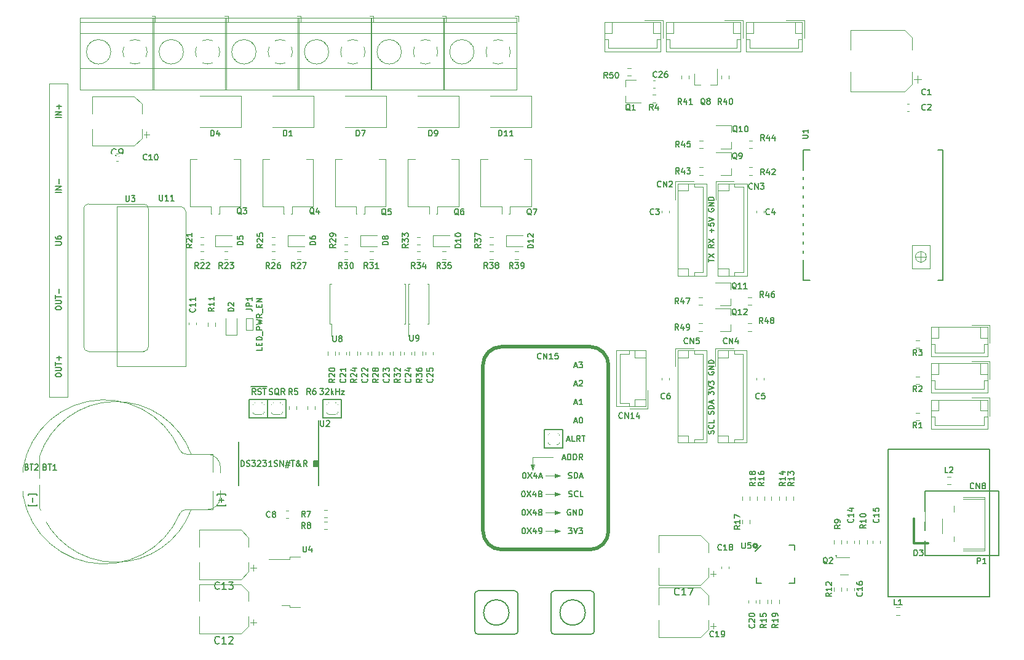
<source format=gbr>
G04 #@! TF.GenerationSoftware,KiCad,Pcbnew,5.1.9-73d0e3b20d~88~ubuntu20.04.1*
G04 #@! TF.CreationDate,2021-10-06T19:48:26+05:30*
G04 #@! TF.ProjectId,vayuO2,76617975-4f32-42e6-9b69-6361645f7063,rev 1*
G04 #@! TF.SameCoordinates,Original*
G04 #@! TF.FileFunction,Legend,Top*
G04 #@! TF.FilePolarity,Positive*
%FSLAX46Y46*%
G04 Gerber Fmt 4.6, Leading zero omitted, Abs format (unit mm)*
G04 Created by KiCad (PCBNEW 5.1.9-73d0e3b20d~88~ubuntu20.04.1) date 2021-10-06 19:48:26*
%MOMM*%
%LPD*%
G01*
G04 APERTURE LIST*
%ADD10C,0.120000*%
%ADD11C,0.200000*%
%ADD12C,0.101600*%
%ADD13C,0.150000*%
%ADD14C,0.300000*%
%ADD15C,0.152400*%
%ADD16C,0.100000*%
%ADD17C,0.508000*%
%ADD18C,0.127000*%
G04 #@! TD*
%ADD19C,0.127000*%
%ADD20O,2.000000X1.000000*%
%ADD21O,1.000000X2.000000*%
%ADD22R,1.330000X1.330000*%
%ADD23R,0.900000X2.000000*%
%ADD24R,2.000000X0.900000*%
%ADD25C,0.900000*%
%ADD26C,1.524000*%
%ADD27R,1.700000X1.700000*%
%ADD28O,1.700000X1.700000*%
%ADD29R,0.939800X2.489200*%
%ADD30R,4.368800X5.918200*%
%ADD31C,3.302000*%
%ADD32R,1.200000X1.400000*%
%ADD33R,1.400000X1.400000*%
%ADD34R,1.800000X1.300000*%
%ADD35R,0.650000X0.400000*%
%ADD36R,0.900000X0.800000*%
%ADD37O,1.950000X1.700000*%
%ADD38R,2.200000X1.200000*%
%ADD39R,6.400000X5.800000*%
%ADD40C,1.800000*%
%ADD41C,4.572000*%
%ADD42R,0.600000X0.400000*%
%ADD43O,2.200000X1.100000*%
%ADD44R,2.000000X2.000000*%
%ADD45R,1.350000X0.400000*%
%ADD46C,0.600000*%
%ADD47O,1.700000X2.000000*%
%ADD48C,6.400000*%
%ADD49C,0.800000*%
%ADD50O,3.900000X2.600000*%
%ADD51C,2.600000*%
%ADD52O,4.800000X2.600000*%
%ADD53R,1.675000X1.675000*%
%ADD54O,0.300000X0.850000*%
%ADD55O,0.850000X0.300000*%
%ADD56R,0.599440X1.998980*%
%ADD57R,0.800000X0.900000*%
%ADD58R,2.500000X2.300000*%
%ADD59O,2.000000X1.700000*%
%ADD60O,1.700000X1.950000*%
G04 APERTURE END LIST*
D10*
X84543750Y-126241250D02*
X84543750Y-125453750D01*
X84937500Y-125847500D02*
X84150000Y-125847500D01*
X83910000Y-121654437D02*
X82845563Y-120590000D01*
X83910000Y-126345563D02*
X82845563Y-127410000D01*
X83910000Y-126345563D02*
X83910000Y-125060000D01*
X83910000Y-121654437D02*
X83910000Y-122940000D01*
X82845563Y-120590000D02*
X77090000Y-120590000D01*
X82845563Y-127410000D02*
X77090000Y-127410000D01*
X77090000Y-127410000D02*
X77090000Y-125060000D01*
X77090000Y-120590000D02*
X77090000Y-122940000D01*
D11*
X179460001Y-68250000D02*
X179450001Y-86250000D01*
X160260001Y-86250000D02*
X160260001Y-68250000D01*
D10*
X177200001Y-83000000D02*
G75*
G03*
X177200001Y-83000000I-750000J0D01*
G01*
X176450001Y-83000000D02*
X177200001Y-83000000D01*
X176450001Y-83000000D02*
X176450001Y-82250000D01*
X176450001Y-83000000D02*
X176450001Y-83750000D01*
X176450001Y-83000000D02*
X175700001Y-83000000D01*
D11*
X160260001Y-68250000D02*
X161200001Y-68250000D01*
X160260001Y-86250000D02*
X161200001Y-86250000D01*
X178810001Y-68250000D02*
X179460001Y-68250000D01*
X178800001Y-86250000D02*
X179450001Y-86250000D01*
D10*
X177650001Y-81400000D02*
X177650001Y-84600000D01*
X177650001Y-84600000D02*
X175250001Y-84600000D01*
X175250001Y-84600000D02*
X175250001Y-81400000D01*
X175250001Y-81400000D02*
X177650001Y-81400000D01*
X147843750Y-127041250D02*
X147843750Y-126253750D01*
X148237500Y-126647500D02*
X147450000Y-126647500D01*
X147210000Y-122454437D02*
X146145563Y-121390000D01*
X147210000Y-127145563D02*
X146145563Y-128210000D01*
X147210000Y-127145563D02*
X147210000Y-125860000D01*
X147210000Y-122454437D02*
X147210000Y-123740000D01*
X146145563Y-121390000D02*
X140390000Y-121390000D01*
X146145563Y-128210000D02*
X140390000Y-128210000D01*
X140390000Y-128210000D02*
X140390000Y-125860000D01*
X140390000Y-121390000D02*
X140390000Y-123740000D01*
X84543750Y-133741250D02*
X84543750Y-132953750D01*
X84937500Y-133347500D02*
X84150000Y-133347500D01*
X83910000Y-129154437D02*
X82845563Y-128090000D01*
X83910000Y-133845563D02*
X82845563Y-134910000D01*
X83910000Y-133845563D02*
X83910000Y-132560000D01*
X83910000Y-129154437D02*
X83910000Y-130440000D01*
X82845563Y-128090000D02*
X77090000Y-128090000D01*
X82845563Y-134910000D02*
X77090000Y-134910000D01*
X77090000Y-134910000D02*
X77090000Y-132560000D01*
X77090000Y-128090000D02*
X77090000Y-130440000D01*
X69843750Y-66541250D02*
X69843750Y-65753750D01*
X70237500Y-66147500D02*
X69450000Y-66147500D01*
X69210000Y-61954437D02*
X68145563Y-60890000D01*
X69210000Y-66645563D02*
X68145563Y-67710000D01*
X69210000Y-66645563D02*
X69210000Y-65360000D01*
X69210000Y-61954437D02*
X69210000Y-63240000D01*
X68145563Y-60890000D02*
X62390000Y-60890000D01*
X68145563Y-67710000D02*
X62390000Y-67710000D01*
X62390000Y-67710000D02*
X62390000Y-65360000D01*
X62390000Y-60890000D02*
X62390000Y-63240000D01*
X176000000Y-59010000D02*
X176000000Y-58010000D01*
X176500000Y-58510000D02*
X175500000Y-58510000D01*
X175260000Y-52804437D02*
X174195563Y-51740000D01*
X175260000Y-59195563D02*
X174195563Y-60260000D01*
X175260000Y-59195563D02*
X175260000Y-57510000D01*
X175260000Y-52804437D02*
X175260000Y-54490000D01*
X174195563Y-51740000D02*
X166740000Y-51740000D01*
X174195563Y-60260000D02*
X166740000Y-60260000D01*
X166740000Y-60260000D02*
X166740000Y-57510000D01*
X166740000Y-51740000D02*
X166740000Y-54490000D01*
D12*
X74582000Y-76091000D02*
G75*
G02*
X75217000Y-76726000I0J-635000D01*
G01*
X74582000Y-76091000D02*
X65717400Y-76091000D01*
X65717400Y-76091000D02*
X65717400Y-98087400D01*
X65717400Y-98087400D02*
X75217000Y-98087400D01*
X75217000Y-98087400D02*
X75217000Y-76726000D01*
D10*
X91037258Y-82277500D02*
X90562742Y-82277500D01*
X91037258Y-83322500D02*
X90562742Y-83322500D01*
X157877500Y-116062742D02*
X157877500Y-116537258D01*
X158922500Y-116062742D02*
X158922500Y-116537258D01*
X108710000Y-89500000D02*
X108710000Y-86740000D01*
X108710000Y-86740000D02*
X108505000Y-86740000D01*
X108710000Y-89500000D02*
X108710000Y-92260000D01*
X108710000Y-92260000D02*
X108505000Y-92260000D01*
X105890000Y-89500000D02*
X105890000Y-86740000D01*
X105890000Y-86740000D02*
X106095000Y-86740000D01*
X105890000Y-89500000D02*
X105890000Y-92260000D01*
X105890000Y-92260000D02*
X106095000Y-92260000D01*
X105895000Y-92260000D02*
X105895000Y-93950000D01*
X96782860Y-69561500D02*
X95807500Y-69561500D01*
X95807500Y-69561500D02*
X95807500Y-76038500D01*
X102792500Y-69561500D02*
X101817140Y-69561500D01*
X102792500Y-76038500D02*
X102792500Y-69561500D01*
X99871500Y-76038500D02*
X102792500Y-76038500D01*
X99871500Y-77054500D02*
X99871500Y-76038500D01*
X98728500Y-77054500D02*
X99871500Y-77054500D01*
X98728500Y-76038500D02*
X98728500Y-77054500D01*
X95807500Y-76038500D02*
X98728500Y-76038500D01*
D13*
X177050000Y-124145000D02*
X185940000Y-124145000D01*
X177050000Y-115255000D02*
X177050000Y-124145000D01*
X185940000Y-115255000D02*
X177050000Y-115255000D01*
X187210000Y-115255000D02*
X185940000Y-115255000D01*
X187210000Y-124145000D02*
X185940000Y-124145000D01*
X187210000Y-115255000D02*
X187210000Y-124145000D01*
X185940000Y-109540000D02*
X171970000Y-109540000D01*
X185940000Y-129860000D02*
X185940000Y-109540000D01*
X171970000Y-129860000D02*
X185940000Y-129860000D01*
X171970000Y-109540000D02*
X171970000Y-129860000D01*
D10*
X76782860Y-69561500D02*
X75807500Y-69561500D01*
X75807500Y-69561500D02*
X75807500Y-76038500D01*
X82792500Y-69561500D02*
X81817140Y-69561500D01*
X82792500Y-76038500D02*
X82792500Y-69561500D01*
X79871500Y-76038500D02*
X82792500Y-76038500D01*
X79871500Y-77054500D02*
X79871500Y-76038500D01*
X78728500Y-77054500D02*
X79871500Y-77054500D01*
X78728500Y-76038500D02*
X78728500Y-77054500D01*
X75807500Y-76038500D02*
X78728500Y-76038500D01*
X109310000Y-96440580D02*
X109310000Y-96159420D01*
X108290000Y-96440580D02*
X108290000Y-96159420D01*
X155877500Y-130262742D02*
X155877500Y-130737258D01*
X156922500Y-130262742D02*
X156922500Y-130737258D01*
D14*
X175450000Y-122450000D02*
X177450000Y-122450000D01*
D10*
X179400000Y-121100000D02*
X179400000Y-119100000D01*
D14*
X175450000Y-119100000D02*
X175450000Y-122450000D01*
D15*
X89070000Y-102630000D02*
X89070000Y-105170000D01*
X86530000Y-105170000D02*
X86530000Y-102630000D01*
X86530000Y-102630000D02*
X89070000Y-102630000D01*
X89070000Y-105170000D02*
X86530000Y-105170000D01*
D13*
X130250000Y-132000000D02*
G75*
G03*
X130250000Y-132000000I-1750000J0D01*
G01*
X131000000Y-135000000D02*
X126000000Y-135000000D01*
X131500000Y-129500000D02*
X131500000Y-134500000D01*
X126000000Y-129000000D02*
X131000000Y-129000000D01*
X125500000Y-134500000D02*
X125500000Y-129500000D01*
X125500000Y-134500000D02*
G75*
G03*
X126000000Y-135000000I500000J0D01*
G01*
X131000000Y-135000000D02*
G75*
G03*
X131500000Y-134500000I0J500000D01*
G01*
X131500000Y-129500000D02*
G75*
G03*
X131000000Y-129000000I-500000J0D01*
G01*
X126000000Y-129000000D02*
G75*
G03*
X125500000Y-129500000I0J-500000D01*
G01*
D11*
X164870000Y-124200000D02*
G75*
G03*
X164870000Y-124200000I-70000J0D01*
G01*
D10*
X166600000Y-124440000D02*
X164700000Y-124440000D01*
X165340000Y-126760000D02*
X166460000Y-126760000D01*
X145862742Y-93222500D02*
X146337258Y-93222500D01*
X145862742Y-92177500D02*
X146337258Y-92177500D01*
X153137258Y-92177500D02*
X152662742Y-92177500D01*
X153137258Y-93222500D02*
X152662742Y-93222500D01*
X150260000Y-93280000D02*
X148800000Y-93280000D01*
X150260000Y-90120000D02*
X148100000Y-90120000D01*
X150260000Y-90120000D02*
X150260000Y-91050000D01*
X150260000Y-93280000D02*
X150260000Y-92350000D01*
X148190000Y-72590000D02*
X148190000Y-75090000D01*
X150690000Y-72590000D02*
X148190000Y-72590000D01*
X149990000Y-84610000D02*
X148490000Y-84610000D01*
X149990000Y-85610000D02*
X149990000Y-84610000D01*
X149990000Y-73890000D02*
X148490000Y-73890000D01*
X149990000Y-72890000D02*
X149990000Y-73890000D01*
X150800000Y-85110000D02*
X150800000Y-85610000D01*
X152010000Y-85110000D02*
X150800000Y-85110000D01*
X152010000Y-73390000D02*
X152010000Y-85110000D01*
X150800000Y-73390000D02*
X152010000Y-73390000D01*
X150800000Y-72890000D02*
X150800000Y-73390000D01*
X152510000Y-85610000D02*
X152510000Y-72890000D01*
X148490000Y-85610000D02*
X152510000Y-85610000D01*
X148490000Y-72890000D02*
X148490000Y-85610000D01*
X152510000Y-72890000D02*
X148490000Y-72890000D01*
X91030000Y-124350000D02*
X89530000Y-124350000D01*
X89530000Y-124350000D02*
X89530000Y-124620000D01*
X89530000Y-124620000D02*
X86700000Y-124620000D01*
X91030000Y-131250000D02*
X89530000Y-131250000D01*
X89530000Y-131250000D02*
X89530000Y-130980000D01*
X89530000Y-130980000D02*
X88430000Y-130980000D01*
X56480000Y-59160000D02*
X59020000Y-59160000D01*
X59020000Y-59160000D02*
X59020000Y-102340000D01*
X59020000Y-102340000D02*
X56480000Y-102340000D01*
X56480000Y-102340000D02*
X56480000Y-59160000D01*
X174840580Y-62910000D02*
X174559420Y-62910000D01*
X174840580Y-61890000D02*
X174559420Y-61890000D01*
X80765000Y-91500000D02*
X80765000Y-93785000D01*
X80765000Y-93785000D02*
X82235000Y-93785000D01*
X82235000Y-93785000D02*
X82235000Y-91500000D01*
X78277500Y-92537258D02*
X78277500Y-92062742D01*
X79322500Y-92537258D02*
X79322500Y-92062742D01*
X83500000Y-91500000D02*
X83500000Y-93100000D01*
X84500000Y-93100000D02*
X84500000Y-91500000D01*
X83500000Y-91500000D02*
X84500000Y-91500000D01*
X83500000Y-93100000D02*
X84500000Y-93100000D01*
D16*
X182200000Y-123500000D02*
X185200000Y-123500000D01*
X185200000Y-123200000D02*
X182200000Y-123200000D01*
X185200000Y-116100000D02*
X182200000Y-116100000D01*
X182200000Y-116400000D02*
X185200000Y-116400000D01*
X185200000Y-116100000D02*
X185200000Y-123500000D01*
X181000000Y-118100000D02*
X181000000Y-116100000D01*
X181000000Y-121500000D02*
X181000000Y-123500000D01*
D13*
X119750000Y-132000000D02*
G75*
G03*
X119750000Y-132000000I-1750000J0D01*
G01*
X120500000Y-135000000D02*
X115500000Y-135000000D01*
X121000000Y-129500000D02*
X121000000Y-134500000D01*
X115500000Y-129000000D02*
X120500000Y-129000000D01*
X115000000Y-134500000D02*
X115000000Y-129500000D01*
X115000000Y-134500000D02*
G75*
G03*
X115500000Y-135000000I500000J0D01*
G01*
X120500000Y-135000000D02*
G75*
G03*
X121000000Y-134500000I0J500000D01*
G01*
X121000000Y-129500000D02*
G75*
G03*
X120500000Y-129000000I-500000J0D01*
G01*
X115500000Y-129000000D02*
G75*
G03*
X115000000Y-129500000I0J-500000D01*
G01*
D10*
X180062742Y-114322500D02*
X180537258Y-114322500D01*
X180062742Y-113277500D02*
X180537258Y-113277500D01*
X173062742Y-132322500D02*
X173537258Y-132322500D01*
X173062742Y-131277500D02*
X173537258Y-131277500D01*
X97537258Y-82277500D02*
X97062742Y-82277500D01*
X97537258Y-83322500D02*
X97062742Y-83322500D01*
X69455000Y-75710000D02*
X61835000Y-75710000D01*
X61200000Y-76345000D02*
X61200000Y-95395000D01*
X61835000Y-96030000D02*
X69455000Y-96030000D01*
X70090000Y-95395000D02*
X70090000Y-76345000D01*
X69455000Y-75710000D02*
G75*
G02*
X70090000Y-76345000I0J-635000D01*
G01*
X61200000Y-76345000D02*
G75*
G02*
X61835000Y-75710000I635000J0D01*
G01*
X61835000Y-96030000D02*
G75*
G02*
X61200000Y-95395000I0J635000D01*
G01*
X70090000Y-95395000D02*
G75*
G02*
X69455000Y-96030000I-635000J0D01*
G01*
X160410000Y-50390000D02*
X157910000Y-50390000D01*
X160410000Y-52890000D02*
X160410000Y-50390000D01*
X153390000Y-52190000D02*
X153390000Y-50690000D01*
X152390000Y-52190000D02*
X153390000Y-52190000D01*
X159110000Y-52190000D02*
X159110000Y-50690000D01*
X160110000Y-52190000D02*
X159110000Y-52190000D01*
X152890000Y-53000000D02*
X152390000Y-53000000D01*
X152890000Y-54210000D02*
X152890000Y-53000000D01*
X159610000Y-54210000D02*
X152890000Y-54210000D01*
X159610000Y-53000000D02*
X159610000Y-54210000D01*
X160110000Y-53000000D02*
X159610000Y-53000000D01*
X152390000Y-54710000D02*
X160110000Y-54710000D01*
X152390000Y-50690000D02*
X152390000Y-54710000D01*
X160110000Y-50690000D02*
X152390000Y-50690000D01*
X160110000Y-54710000D02*
X160110000Y-50690000D01*
D16*
X75326000Y-110190000D02*
X78236000Y-110190000D01*
X75326000Y-117810000D02*
X78236000Y-117810000D01*
X80016000Y-116030000D02*
X80016000Y-111970000D01*
X78236000Y-110190000D02*
G75*
G02*
X80016000Y-111970000I0J-1780000D01*
G01*
X80016000Y-116030000D02*
G75*
G02*
X78236000Y-117810000I-1780000J0D01*
G01*
X74407377Y-118415754D02*
G75*
G02*
X74406000Y-109581000I-10407377J4415754D01*
G01*
X74405495Y-118419269D02*
G75*
G02*
X75326000Y-117810000I920505J-390731D01*
G01*
X75326445Y-110189640D02*
G75*
G02*
X74406000Y-109581000I-445J999640D01*
G01*
D12*
X55100000Y-117500000D02*
X55100000Y-110500000D01*
X79000000Y-110200000D02*
X76000000Y-110200000D01*
X79000000Y-117800000D02*
X79000000Y-110200000D01*
X76000000Y-117800000D02*
X79000000Y-117800000D01*
X75995758Y-110201550D02*
G75*
G03*
X55100000Y-110500000I-10395758J-3798450D01*
G01*
X55095716Y-117501430D02*
G75*
G03*
X76000000Y-117800000I10504284J3501430D01*
G01*
D10*
X105510000Y-89500000D02*
X105510000Y-86740000D01*
X105510000Y-86740000D02*
X105305000Y-86740000D01*
X105510000Y-89500000D02*
X105510000Y-92260000D01*
X105510000Y-92260000D02*
X105305000Y-92260000D01*
X95090000Y-89500000D02*
X95090000Y-86740000D01*
X95090000Y-86740000D02*
X95295000Y-86740000D01*
X95090000Y-89500000D02*
X95090000Y-92260000D01*
X95090000Y-92260000D02*
X95295000Y-92260000D01*
X95295000Y-92260000D02*
X95295000Y-93950000D01*
D14*
X153900000Y-122800000D02*
G75*
G03*
X153900000Y-122800000I-250000J0D01*
G01*
D13*
X159025000Y-122675000D02*
X158275000Y-122675000D01*
X159025000Y-127925000D02*
X158275000Y-127925000D01*
X153775000Y-127925000D02*
X154525000Y-127925000D01*
X153650000Y-123550000D02*
X154525000Y-122675000D01*
X159025000Y-127925000D02*
X159025000Y-127175000D01*
X153775000Y-127925000D02*
X153775000Y-127175000D01*
X159025000Y-122675000D02*
X159025000Y-123425000D01*
D15*
X93461000Y-111119000D02*
X92826000Y-111119000D01*
X93461000Y-111881000D02*
X92826000Y-111881000D01*
X92826000Y-111881000D02*
X92826000Y-111119000D01*
X92953000Y-111881000D02*
X92953000Y-111119000D01*
X93207000Y-111881000D02*
X93207000Y-111119000D01*
X93334000Y-111881000D02*
X93334000Y-111119000D01*
X93080000Y-111881000D02*
X93080000Y-111119000D01*
X82500000Y-108500000D02*
X82500000Y-114500000D01*
X93500000Y-114500000D02*
X93500000Y-105500000D01*
X96690000Y-102630000D02*
X96690000Y-105170000D01*
X94150000Y-105170000D02*
X94150000Y-102630000D01*
X94150000Y-102630000D02*
X96690000Y-102630000D01*
X96690000Y-105170000D02*
X94150000Y-105170000D01*
X86530000Y-102630000D02*
X86530000Y-105170000D01*
X83990000Y-105170000D02*
X83990000Y-102630000D01*
X83990000Y-102630000D02*
X86530000Y-102630000D01*
X86530000Y-105170000D02*
X83990000Y-105170000D01*
D10*
X136062742Y-58022500D02*
X136537258Y-58022500D01*
X136062742Y-56977500D02*
X136537258Y-56977500D01*
X145862742Y-89622500D02*
X146337258Y-89622500D01*
X145862742Y-88577500D02*
X146337258Y-88577500D01*
X153137258Y-88577500D02*
X152662742Y-88577500D01*
X153137258Y-89622500D02*
X152662742Y-89622500D01*
X145962742Y-68022500D02*
X146437258Y-68022500D01*
X145962742Y-66977500D02*
X146437258Y-66977500D01*
X153237258Y-66977500D02*
X152762742Y-66977500D01*
X153237258Y-68022500D02*
X152762742Y-68022500D01*
X145962742Y-71722500D02*
X146437258Y-71722500D01*
X145962742Y-70677500D02*
X146437258Y-70677500D01*
X153237258Y-70677500D02*
X152762742Y-70677500D01*
X153237258Y-71722500D02*
X152762742Y-71722500D01*
X144522500Y-58487258D02*
X144522500Y-58012742D01*
X143477500Y-58487258D02*
X143477500Y-58012742D01*
X148977500Y-58012742D02*
X148977500Y-58487258D01*
X150022500Y-58012742D02*
X150022500Y-58487258D01*
X121037258Y-82277500D02*
X120562742Y-82277500D01*
X121037258Y-83322500D02*
X120562742Y-83322500D01*
X117537258Y-82277500D02*
X117062742Y-82277500D01*
X117537258Y-83322500D02*
X117062742Y-83322500D01*
X117537258Y-80277500D02*
X117062742Y-80277500D01*
X117537258Y-81322500D02*
X117062742Y-81322500D01*
X107822500Y-96537258D02*
X107822500Y-96062742D01*
X106777500Y-96537258D02*
X106777500Y-96062742D01*
X111037258Y-82277500D02*
X110562742Y-82277500D01*
X111037258Y-83322500D02*
X110562742Y-83322500D01*
X107537258Y-82277500D02*
X107062742Y-82277500D01*
X107537258Y-83322500D02*
X107062742Y-83322500D01*
X107537258Y-80277500D02*
X107062742Y-80277500D01*
X107537258Y-81322500D02*
X107062742Y-81322500D01*
X104822500Y-96537258D02*
X104822500Y-96062742D01*
X103777500Y-96537258D02*
X103777500Y-96062742D01*
X101037258Y-82277500D02*
X100562742Y-82277500D01*
X101037258Y-83322500D02*
X100562742Y-83322500D01*
X97537258Y-80277500D02*
X97062742Y-80277500D01*
X97537258Y-81322500D02*
X97062742Y-81322500D01*
X101822500Y-96537258D02*
X101822500Y-96062742D01*
X100777500Y-96537258D02*
X100777500Y-96062742D01*
X87537258Y-82277500D02*
X87062742Y-82277500D01*
X87537258Y-83322500D02*
X87062742Y-83322500D01*
X87537258Y-80277500D02*
X87062742Y-80277500D01*
X87537258Y-81322500D02*
X87062742Y-81322500D01*
X98822500Y-96537258D02*
X98822500Y-96062742D01*
X97777500Y-96537258D02*
X97777500Y-96062742D01*
X81037258Y-82277500D02*
X80562742Y-82277500D01*
X81037258Y-83322500D02*
X80562742Y-83322500D01*
X77737258Y-82277500D02*
X77262742Y-82277500D01*
X77737258Y-83322500D02*
X77262742Y-83322500D01*
X77737258Y-80277500D02*
X77262742Y-80277500D01*
X77737258Y-81322500D02*
X77262742Y-81322500D01*
X95822500Y-96537258D02*
X95822500Y-96062742D01*
X94777500Y-96537258D02*
X94777500Y-96062742D01*
X151877500Y-116062742D02*
X151877500Y-116537258D01*
X152922500Y-116062742D02*
X152922500Y-116537258D01*
X152922500Y-119737258D02*
X152922500Y-119262742D01*
X151877500Y-119737258D02*
X151877500Y-119262742D01*
X153877500Y-116062742D02*
X153877500Y-116537258D01*
X154922500Y-116062742D02*
X154922500Y-116537258D01*
X155322500Y-130737258D02*
X155322500Y-130262742D01*
X154277500Y-130737258D02*
X154277500Y-130262742D01*
X155877500Y-116062742D02*
X155877500Y-116537258D01*
X156922500Y-116062742D02*
X156922500Y-116537258D01*
X165522500Y-129037258D02*
X165522500Y-128562742D01*
X164477500Y-129037258D02*
X164477500Y-128562742D01*
X167977500Y-122062742D02*
X167977500Y-122537258D01*
X169022500Y-122062742D02*
X169022500Y-122537258D01*
X164477500Y-122062742D02*
X164477500Y-122537258D01*
X165522500Y-122062742D02*
X165522500Y-122537258D01*
X94737258Y-119477500D02*
X94262742Y-119477500D01*
X94737258Y-120522500D02*
X94262742Y-120522500D01*
X94737258Y-117877500D02*
X94262742Y-117877500D01*
X94737258Y-118922500D02*
X94262742Y-118922500D01*
X91977500Y-103562742D02*
X91977500Y-104037258D01*
X93022500Y-103562742D02*
X93022500Y-104037258D01*
X89477500Y-103562742D02*
X89477500Y-104037258D01*
X90522500Y-103562742D02*
X90522500Y-104037258D01*
X139462742Y-61722500D02*
X139937258Y-61722500D01*
X139462742Y-60677500D02*
X139937258Y-60677500D01*
X176237258Y-94477500D02*
X175762742Y-94477500D01*
X176237258Y-95522500D02*
X175762742Y-95522500D01*
X176237258Y-99477500D02*
X175762742Y-99477500D01*
X176237258Y-100522500D02*
X175762742Y-100522500D01*
X176237258Y-104477500D02*
X175762742Y-104477500D01*
X176237258Y-105522500D02*
X175762742Y-105522500D01*
X150260000Y-89680000D02*
X148800000Y-89680000D01*
X150260000Y-86520000D02*
X148100000Y-86520000D01*
X150260000Y-86520000D02*
X150260000Y-87450000D01*
X150260000Y-89680000D02*
X150260000Y-88750000D01*
X150360000Y-68080000D02*
X148900000Y-68080000D01*
X150360000Y-64920000D02*
X148200000Y-64920000D01*
X150360000Y-64920000D02*
X150360000Y-65850000D01*
X150360000Y-68080000D02*
X150360000Y-67150000D01*
X150360000Y-71780000D02*
X148900000Y-71780000D01*
X150360000Y-68620000D02*
X148200000Y-68620000D01*
X150360000Y-68620000D02*
X150360000Y-69550000D01*
X150360000Y-71780000D02*
X150360000Y-70850000D01*
X145220000Y-59260000D02*
X145220000Y-57800000D01*
X148380000Y-59260000D02*
X148380000Y-57100000D01*
X148380000Y-59260000D02*
X147450000Y-59260000D01*
X145220000Y-59260000D02*
X146150000Y-59260000D01*
X116782860Y-69561500D02*
X115807500Y-69561500D01*
X115807500Y-69561500D02*
X115807500Y-76038500D01*
X122792500Y-69561500D02*
X121817140Y-69561500D01*
X122792500Y-76038500D02*
X122792500Y-69561500D01*
X119871500Y-76038500D02*
X122792500Y-76038500D01*
X119871500Y-77054500D02*
X119871500Y-76038500D01*
X118728500Y-77054500D02*
X119871500Y-77054500D01*
X118728500Y-76038500D02*
X118728500Y-77054500D01*
X115807500Y-76038500D02*
X118728500Y-76038500D01*
X106782860Y-69561500D02*
X105807500Y-69561500D01*
X105807500Y-69561500D02*
X105807500Y-76038500D01*
X112792500Y-69561500D02*
X111817140Y-69561500D01*
X112792500Y-76038500D02*
X112792500Y-69561500D01*
X109871500Y-76038500D02*
X112792500Y-76038500D01*
X109871500Y-77054500D02*
X109871500Y-76038500D01*
X108728500Y-77054500D02*
X109871500Y-77054500D01*
X108728500Y-76038500D02*
X108728500Y-77054500D01*
X105807500Y-76038500D02*
X108728500Y-76038500D01*
X86782860Y-69561500D02*
X85807500Y-69561500D01*
X85807500Y-69561500D02*
X85807500Y-76038500D01*
X92792500Y-69561500D02*
X91817140Y-69561500D01*
X92792500Y-76038500D02*
X92792500Y-69561500D01*
X89871500Y-76038500D02*
X92792500Y-76038500D01*
X89871500Y-77054500D02*
X89871500Y-76038500D01*
X88728500Y-77054500D02*
X89871500Y-77054500D01*
X88728500Y-76038500D02*
X88728500Y-77054500D01*
X85807500Y-76038500D02*
X88728500Y-76038500D01*
X135740000Y-58620000D02*
X137200000Y-58620000D01*
X135740000Y-61780000D02*
X137900000Y-61780000D01*
X135740000Y-61780000D02*
X135740000Y-60850000D01*
X135740000Y-58620000D02*
X135740000Y-59550000D01*
X140910000Y-50390000D02*
X138410000Y-50390000D01*
X140910000Y-52890000D02*
X140910000Y-50390000D01*
X133890000Y-52190000D02*
X133890000Y-50690000D01*
X132890000Y-52190000D02*
X133890000Y-52190000D01*
X139610000Y-52190000D02*
X139610000Y-50690000D01*
X140610000Y-52190000D02*
X139610000Y-52190000D01*
X133390000Y-53000000D02*
X132890000Y-53000000D01*
X133390000Y-54210000D02*
X133390000Y-53000000D01*
X140110000Y-54210000D02*
X133390000Y-54210000D01*
X140110000Y-53000000D02*
X140110000Y-54210000D01*
X140610000Y-53000000D02*
X140110000Y-53000000D01*
X132890000Y-54710000D02*
X140610000Y-54710000D01*
X132890000Y-50690000D02*
X132890000Y-54710000D01*
X140610000Y-50690000D02*
X132890000Y-50690000D01*
X140610000Y-54710000D02*
X140610000Y-50690000D01*
D15*
X124630000Y-106810000D02*
X127170000Y-106810000D01*
X127170000Y-109350000D02*
X124630000Y-109350000D01*
X124630000Y-109350000D02*
X124630000Y-106810000D01*
X127170000Y-106810000D02*
X127170000Y-109350000D01*
D10*
X119315000Y-81535000D02*
X121600000Y-81535000D01*
X119315000Y-80065000D02*
X119315000Y-81535000D01*
X121600000Y-80065000D02*
X119315000Y-80065000D01*
X122850000Y-65150000D02*
X117150000Y-65150000D01*
X122850000Y-60850000D02*
X117150000Y-60850000D01*
X122850000Y-65150000D02*
X122850000Y-60850000D01*
X109315000Y-81535000D02*
X111600000Y-81535000D01*
X109315000Y-80065000D02*
X109315000Y-81535000D01*
X111600000Y-80065000D02*
X109315000Y-80065000D01*
X112850000Y-65150000D02*
X107150000Y-65150000D01*
X112850000Y-60850000D02*
X107150000Y-60850000D01*
X112850000Y-65150000D02*
X112850000Y-60850000D01*
X99315000Y-81535000D02*
X101600000Y-81535000D01*
X99315000Y-80065000D02*
X99315000Y-81535000D01*
X101600000Y-80065000D02*
X99315000Y-80065000D01*
X102850000Y-65150000D02*
X97150000Y-65150000D01*
X102850000Y-60850000D02*
X97150000Y-60850000D01*
X102850000Y-65150000D02*
X102850000Y-60850000D01*
X89315000Y-81535000D02*
X91600000Y-81535000D01*
X89315000Y-80065000D02*
X89315000Y-81535000D01*
X91600000Y-80065000D02*
X89315000Y-80065000D01*
X79315000Y-81535000D02*
X81600000Y-81535000D01*
X79315000Y-80065000D02*
X79315000Y-81535000D01*
X81600000Y-80065000D02*
X79315000Y-80065000D01*
X82850000Y-65150000D02*
X77150000Y-65150000D01*
X82850000Y-60850000D02*
X77150000Y-60850000D01*
X82850000Y-65150000D02*
X82850000Y-60850000D01*
X92850000Y-65150000D02*
X87150000Y-65150000D01*
X92850000Y-60850000D02*
X87150000Y-60850000D01*
X92850000Y-65150000D02*
X92850000Y-60850000D01*
X185910000Y-92390000D02*
X183410000Y-92390000D01*
X185910000Y-94890000D02*
X185910000Y-92390000D01*
X178890000Y-94190000D02*
X178890000Y-92690000D01*
X177890000Y-94190000D02*
X178890000Y-94190000D01*
X184610000Y-94190000D02*
X184610000Y-92690000D01*
X185610000Y-94190000D02*
X184610000Y-94190000D01*
X178390000Y-95000000D02*
X177890000Y-95000000D01*
X178390000Y-96210000D02*
X178390000Y-95000000D01*
X185110000Y-96210000D02*
X178390000Y-96210000D01*
X185110000Y-95000000D02*
X185110000Y-96210000D01*
X185610000Y-95000000D02*
X185110000Y-95000000D01*
X177890000Y-96710000D02*
X185610000Y-96710000D01*
X177890000Y-92690000D02*
X177890000Y-96710000D01*
X185610000Y-92690000D02*
X177890000Y-92690000D01*
X185610000Y-96710000D02*
X185610000Y-92690000D01*
X185910000Y-97390000D02*
X183410000Y-97390000D01*
X185910000Y-99890000D02*
X185910000Y-97390000D01*
X178890000Y-99190000D02*
X178890000Y-97690000D01*
X177890000Y-99190000D02*
X178890000Y-99190000D01*
X184610000Y-99190000D02*
X184610000Y-97690000D01*
X185610000Y-99190000D02*
X184610000Y-99190000D01*
X178390000Y-100000000D02*
X177890000Y-100000000D01*
X178390000Y-101210000D02*
X178390000Y-100000000D01*
X185110000Y-101210000D02*
X178390000Y-101210000D01*
X185110000Y-100000000D02*
X185110000Y-101210000D01*
X185610000Y-100000000D02*
X185110000Y-100000000D01*
X177890000Y-101710000D02*
X185610000Y-101710000D01*
X177890000Y-97690000D02*
X177890000Y-101710000D01*
X185610000Y-97690000D02*
X177890000Y-97690000D01*
X185610000Y-101710000D02*
X185610000Y-97690000D01*
X185910000Y-102390000D02*
X183410000Y-102390000D01*
X185910000Y-104890000D02*
X185910000Y-102390000D01*
X178890000Y-104190000D02*
X178890000Y-102690000D01*
X177890000Y-104190000D02*
X178890000Y-104190000D01*
X184610000Y-104190000D02*
X184610000Y-102690000D01*
X185610000Y-104190000D02*
X184610000Y-104190000D01*
X178390000Y-105000000D02*
X177890000Y-105000000D01*
X178390000Y-106210000D02*
X178390000Y-105000000D01*
X185110000Y-106210000D02*
X178390000Y-106210000D01*
X185110000Y-105000000D02*
X185110000Y-106210000D01*
X185610000Y-105000000D02*
X185110000Y-105000000D01*
X177890000Y-106710000D02*
X185610000Y-106710000D01*
X177890000Y-102690000D02*
X177890000Y-106710000D01*
X185610000Y-102690000D02*
X177890000Y-102690000D01*
X185610000Y-106710000D02*
X185610000Y-102690000D01*
D16*
G36*
X123272000Y-111636000D02*
G01*
X123018000Y-112398000D01*
X122764000Y-111636000D01*
X123272000Y-111636000D01*
G37*
X123272000Y-111636000D02*
X123018000Y-112398000D01*
X122764000Y-111636000D01*
X123272000Y-111636000D01*
G36*
X126828000Y-113160000D02*
G01*
X126066000Y-113414000D01*
X126066000Y-112906000D01*
X126828000Y-113160000D01*
G37*
X126828000Y-113160000D02*
X126066000Y-113414000D01*
X126066000Y-112906000D01*
X126828000Y-113160000D01*
G36*
X126828000Y-115700000D02*
G01*
X126066000Y-115954000D01*
X126066000Y-115446000D01*
X126828000Y-115700000D01*
G37*
X126828000Y-115700000D02*
X126066000Y-115954000D01*
X126066000Y-115446000D01*
X126828000Y-115700000D01*
G36*
X126828000Y-118240000D02*
G01*
X126066000Y-118494000D01*
X126066000Y-117986000D01*
X126828000Y-118240000D01*
G37*
X126828000Y-118240000D02*
X126066000Y-118494000D01*
X126066000Y-117986000D01*
X126828000Y-118240000D01*
G36*
X126828000Y-120780000D02*
G01*
X126066000Y-121034000D01*
X126066000Y-120526000D01*
X126828000Y-120780000D01*
G37*
X126828000Y-120780000D02*
X126066000Y-121034000D01*
X126066000Y-120526000D01*
X126828000Y-120780000D01*
D10*
X124796000Y-120780000D02*
X126828000Y-120780000D01*
X124796000Y-118240000D02*
X126828000Y-118240000D01*
X124796000Y-115700000D02*
X126828000Y-115700000D01*
X124796000Y-113160000D02*
X126828000Y-113160000D01*
X123018000Y-110620000D02*
X123018000Y-112398000D01*
X125812000Y-110620000D02*
X123018000Y-110620000D01*
D17*
X130892000Y-123320000D02*
X118700000Y-123320000D01*
X116160000Y-120780000D02*
X116160000Y-97920000D01*
X118700000Y-95380000D02*
X130892000Y-95380000D01*
X133432000Y-97920000D02*
X133432000Y-120780000D01*
X118700000Y-123320000D02*
G75*
G02*
X116160000Y-120780000I0J2540000D01*
G01*
X116160000Y-97920000D02*
G75*
G02*
X118700000Y-95380000I2540000J0D01*
G01*
X130892000Y-95380000D02*
G75*
G02*
X133432000Y-97920000I0J-2540000D01*
G01*
X133432000Y-120780000D02*
G75*
G02*
X130892000Y-123320000I-2540000J0D01*
G01*
D10*
X138860000Y-103910000D02*
X138860000Y-101410000D01*
X136360000Y-103910000D02*
X138860000Y-103910000D01*
X137060000Y-96890000D02*
X138560000Y-96890000D01*
X137060000Y-95890000D02*
X137060000Y-96890000D01*
X137060000Y-102610000D02*
X138560000Y-102610000D01*
X137060000Y-103610000D02*
X137060000Y-102610000D01*
X136250000Y-96390000D02*
X136250000Y-95890000D01*
X135040000Y-96390000D02*
X136250000Y-96390000D01*
X135040000Y-103110000D02*
X135040000Y-96390000D01*
X136250000Y-103110000D02*
X135040000Y-103110000D01*
X136250000Y-103610000D02*
X136250000Y-103110000D01*
X134540000Y-95890000D02*
X134540000Y-103610000D01*
X138560000Y-95890000D02*
X134540000Y-95890000D01*
X138560000Y-103610000D02*
X138560000Y-95890000D01*
X134540000Y-103610000D02*
X138560000Y-103610000D01*
X114930000Y-54750000D02*
G75*
G03*
X114930000Y-54750000I-1680000J0D01*
G01*
X120810000Y-50650000D02*
X110690000Y-50650000D01*
X120810000Y-52150000D02*
X110690000Y-52150000D01*
X120810000Y-57051000D02*
X110690000Y-57051000D01*
X120810000Y-60011000D02*
X110690000Y-60011000D01*
X120810000Y-50090000D02*
X110690000Y-50090000D01*
X120810000Y-60011000D02*
X120810000Y-50090000D01*
X110690000Y-60011000D02*
X110690000Y-50090000D01*
X111975000Y-55819000D02*
X112022000Y-55773000D01*
X114284000Y-53511000D02*
X114319000Y-53476000D01*
X112180000Y-56025000D02*
X112215000Y-55989000D01*
X114477000Y-53727000D02*
X114524000Y-53681000D01*
X121050000Y-50590000D02*
X121050000Y-49850000D01*
X121050000Y-49850000D02*
X120550000Y-49850000D01*
X117566682Y-53215244D02*
G75*
G02*
X118250000Y-53070000I683318J-1534756D01*
G01*
X116714574Y-55433042D02*
G75*
G02*
X116715000Y-54066000I1535426J683042D01*
G01*
X118933042Y-56285426D02*
G75*
G02*
X117566000Y-56285000I-683042J1535426D01*
G01*
X119785426Y-54066958D02*
G75*
G02*
X119785000Y-55434000I-1535426J-683042D01*
G01*
X118221195Y-53069747D02*
G75*
G02*
X118934000Y-53215000I28805J-1680253D01*
G01*
X104930000Y-54750000D02*
G75*
G03*
X104930000Y-54750000I-1680000J0D01*
G01*
X110810000Y-50650000D02*
X100690000Y-50650000D01*
X110810000Y-52150000D02*
X100690000Y-52150000D01*
X110810000Y-57051000D02*
X100690000Y-57051000D01*
X110810000Y-60011000D02*
X100690000Y-60011000D01*
X110810000Y-50090000D02*
X100690000Y-50090000D01*
X110810000Y-60011000D02*
X110810000Y-50090000D01*
X100690000Y-60011000D02*
X100690000Y-50090000D01*
X101975000Y-55819000D02*
X102022000Y-55773000D01*
X104284000Y-53511000D02*
X104319000Y-53476000D01*
X102180000Y-56025000D02*
X102215000Y-55989000D01*
X104477000Y-53727000D02*
X104524000Y-53681000D01*
X111050000Y-50590000D02*
X111050000Y-49850000D01*
X111050000Y-49850000D02*
X110550000Y-49850000D01*
X107566682Y-53215244D02*
G75*
G02*
X108250000Y-53070000I683318J-1534756D01*
G01*
X106714574Y-55433042D02*
G75*
G02*
X106715000Y-54066000I1535426J683042D01*
G01*
X108933042Y-56285426D02*
G75*
G02*
X107566000Y-56285000I-683042J1535426D01*
G01*
X109785426Y-54066958D02*
G75*
G02*
X109785000Y-55434000I-1535426J-683042D01*
G01*
X108221195Y-53069747D02*
G75*
G02*
X108934000Y-53215000I28805J-1680253D01*
G01*
X94930000Y-54750000D02*
G75*
G03*
X94930000Y-54750000I-1680000J0D01*
G01*
X100810000Y-50650000D02*
X90690000Y-50650000D01*
X100810000Y-52150000D02*
X90690000Y-52150000D01*
X100810000Y-57051000D02*
X90690000Y-57051000D01*
X100810000Y-60011000D02*
X90690000Y-60011000D01*
X100810000Y-50090000D02*
X90690000Y-50090000D01*
X100810000Y-60011000D02*
X100810000Y-50090000D01*
X90690000Y-60011000D02*
X90690000Y-50090000D01*
X91975000Y-55819000D02*
X92022000Y-55773000D01*
X94284000Y-53511000D02*
X94319000Y-53476000D01*
X92180000Y-56025000D02*
X92215000Y-55989000D01*
X94477000Y-53727000D02*
X94524000Y-53681000D01*
X101050000Y-50590000D02*
X101050000Y-49850000D01*
X101050000Y-49850000D02*
X100550000Y-49850000D01*
X97566682Y-53215244D02*
G75*
G02*
X98250000Y-53070000I683318J-1534756D01*
G01*
X96714574Y-55433042D02*
G75*
G02*
X96715000Y-54066000I1535426J683042D01*
G01*
X98933042Y-56285426D02*
G75*
G02*
X97566000Y-56285000I-683042J1535426D01*
G01*
X99785426Y-54066958D02*
G75*
G02*
X99785000Y-55434000I-1535426J-683042D01*
G01*
X98221195Y-53069747D02*
G75*
G02*
X98934000Y-53215000I28805J-1680253D01*
G01*
X84930000Y-54750000D02*
G75*
G03*
X84930000Y-54750000I-1680000J0D01*
G01*
X90810000Y-50650000D02*
X80690000Y-50650000D01*
X90810000Y-52150000D02*
X80690000Y-52150000D01*
X90810000Y-57051000D02*
X80690000Y-57051000D01*
X90810000Y-60011000D02*
X80690000Y-60011000D01*
X90810000Y-50090000D02*
X80690000Y-50090000D01*
X90810000Y-60011000D02*
X90810000Y-50090000D01*
X80690000Y-60011000D02*
X80690000Y-50090000D01*
X81975000Y-55819000D02*
X82022000Y-55773000D01*
X84284000Y-53511000D02*
X84319000Y-53476000D01*
X82180000Y-56025000D02*
X82215000Y-55989000D01*
X84477000Y-53727000D02*
X84524000Y-53681000D01*
X91050000Y-50590000D02*
X91050000Y-49850000D01*
X91050000Y-49850000D02*
X90550000Y-49850000D01*
X87566682Y-53215244D02*
G75*
G02*
X88250000Y-53070000I683318J-1534756D01*
G01*
X86714574Y-55433042D02*
G75*
G02*
X86715000Y-54066000I1535426J683042D01*
G01*
X88933042Y-56285426D02*
G75*
G02*
X87566000Y-56285000I-683042J1535426D01*
G01*
X89785426Y-54066958D02*
G75*
G02*
X89785000Y-55434000I-1535426J-683042D01*
G01*
X88221195Y-53069747D02*
G75*
G02*
X88934000Y-53215000I28805J-1680253D01*
G01*
X74930000Y-54750000D02*
G75*
G03*
X74930000Y-54750000I-1680000J0D01*
G01*
X80810000Y-50650000D02*
X70690000Y-50650000D01*
X80810000Y-52150000D02*
X70690000Y-52150000D01*
X80810000Y-57051000D02*
X70690000Y-57051000D01*
X80810000Y-60011000D02*
X70690000Y-60011000D01*
X80810000Y-50090000D02*
X70690000Y-50090000D01*
X80810000Y-60011000D02*
X80810000Y-50090000D01*
X70690000Y-60011000D02*
X70690000Y-50090000D01*
X71975000Y-55819000D02*
X72022000Y-55773000D01*
X74284000Y-53511000D02*
X74319000Y-53476000D01*
X72180000Y-56025000D02*
X72215000Y-55989000D01*
X74477000Y-53727000D02*
X74524000Y-53681000D01*
X81050000Y-50590000D02*
X81050000Y-49850000D01*
X81050000Y-49850000D02*
X80550000Y-49850000D01*
X77566682Y-53215244D02*
G75*
G02*
X78250000Y-53070000I683318J-1534756D01*
G01*
X76714574Y-55433042D02*
G75*
G02*
X76715000Y-54066000I1535426J683042D01*
G01*
X78933042Y-56285426D02*
G75*
G02*
X77566000Y-56285000I-683042J1535426D01*
G01*
X79785426Y-54066958D02*
G75*
G02*
X79785000Y-55434000I-1535426J-683042D01*
G01*
X78221195Y-53069747D02*
G75*
G02*
X78934000Y-53215000I28805J-1680253D01*
G01*
X64930000Y-54750000D02*
G75*
G03*
X64930000Y-54750000I-1680000J0D01*
G01*
X70810000Y-50650000D02*
X60690000Y-50650000D01*
X70810000Y-52150000D02*
X60690000Y-52150000D01*
X70810000Y-57051000D02*
X60690000Y-57051000D01*
X70810000Y-60011000D02*
X60690000Y-60011000D01*
X70810000Y-50090000D02*
X60690000Y-50090000D01*
X70810000Y-60011000D02*
X70810000Y-50090000D01*
X60690000Y-60011000D02*
X60690000Y-50090000D01*
X61975000Y-55819000D02*
X62022000Y-55773000D01*
X64284000Y-53511000D02*
X64319000Y-53476000D01*
X62180000Y-56025000D02*
X62215000Y-55989000D01*
X64477000Y-53727000D02*
X64524000Y-53681000D01*
X71050000Y-50590000D02*
X71050000Y-49850000D01*
X71050000Y-49850000D02*
X70550000Y-49850000D01*
X67566682Y-53215244D02*
G75*
G02*
X68250000Y-53070000I683318J-1534756D01*
G01*
X66714574Y-55433042D02*
G75*
G02*
X66715000Y-54066000I1535426J683042D01*
G01*
X68933042Y-56285426D02*
G75*
G02*
X67566000Y-56285000I-683042J1535426D01*
G01*
X69785426Y-54066958D02*
G75*
G02*
X69785000Y-55434000I-1535426J-683042D01*
G01*
X68221195Y-53069747D02*
G75*
G02*
X68934000Y-53215000I28805J-1680253D01*
G01*
X142640000Y-95590000D02*
X142640000Y-98090000D01*
X145140000Y-95590000D02*
X142640000Y-95590000D01*
X144440000Y-107610000D02*
X142940000Y-107610000D01*
X144440000Y-108610000D02*
X144440000Y-107610000D01*
X144440000Y-96890000D02*
X142940000Y-96890000D01*
X144440000Y-95890000D02*
X144440000Y-96890000D01*
X145250000Y-108110000D02*
X145250000Y-108610000D01*
X146460000Y-108110000D02*
X145250000Y-108110000D01*
X146460000Y-96390000D02*
X146460000Y-108110000D01*
X145250000Y-96390000D02*
X146460000Y-96390000D01*
X145250000Y-95890000D02*
X145250000Y-96390000D01*
X146960000Y-108610000D02*
X146960000Y-95890000D01*
X142940000Y-108610000D02*
X146960000Y-108610000D01*
X142940000Y-95890000D02*
X142940000Y-108610000D01*
X146960000Y-95890000D02*
X142940000Y-95890000D01*
X148140000Y-95590000D02*
X148140000Y-98090000D01*
X150640000Y-95590000D02*
X148140000Y-95590000D01*
X149940000Y-107610000D02*
X148440000Y-107610000D01*
X149940000Y-108610000D02*
X149940000Y-107610000D01*
X149940000Y-96890000D02*
X148440000Y-96890000D01*
X149940000Y-95890000D02*
X149940000Y-96890000D01*
X150750000Y-108110000D02*
X150750000Y-108610000D01*
X151960000Y-108110000D02*
X150750000Y-108110000D01*
X151960000Y-96390000D02*
X151960000Y-108110000D01*
X150750000Y-96390000D02*
X151960000Y-96390000D01*
X150750000Y-95890000D02*
X150750000Y-96390000D01*
X152460000Y-108610000D02*
X152460000Y-95890000D01*
X148440000Y-108610000D02*
X152460000Y-108610000D01*
X148440000Y-95890000D02*
X148440000Y-108610000D01*
X152460000Y-95890000D02*
X148440000Y-95890000D01*
X142640000Y-72590000D02*
X142640000Y-75090000D01*
X145140000Y-72590000D02*
X142640000Y-72590000D01*
X144440000Y-84610000D02*
X142940000Y-84610000D01*
X144440000Y-85610000D02*
X144440000Y-84610000D01*
X144440000Y-73890000D02*
X142940000Y-73890000D01*
X144440000Y-72890000D02*
X144440000Y-73890000D01*
X145250000Y-85110000D02*
X145250000Y-85610000D01*
X146460000Y-85110000D02*
X145250000Y-85110000D01*
X146460000Y-73390000D02*
X146460000Y-85110000D01*
X145250000Y-73390000D02*
X146460000Y-73390000D01*
X145250000Y-72890000D02*
X145250000Y-73390000D01*
X146960000Y-85610000D02*
X146960000Y-72890000D01*
X142940000Y-85610000D02*
X146960000Y-85610000D01*
X142940000Y-72890000D02*
X142940000Y-85610000D01*
X146960000Y-72890000D02*
X142940000Y-72890000D01*
X151910000Y-50390000D02*
X149410000Y-50390000D01*
X151910000Y-52890000D02*
X151910000Y-50390000D01*
X142390000Y-52190000D02*
X142390000Y-50690000D01*
X141390000Y-52190000D02*
X142390000Y-52190000D01*
X150610000Y-52190000D02*
X150610000Y-50690000D01*
X151610000Y-52190000D02*
X150610000Y-52190000D01*
X141890000Y-53000000D02*
X141390000Y-53000000D01*
X141890000Y-54210000D02*
X141890000Y-53000000D01*
X151110000Y-54210000D02*
X141890000Y-54210000D01*
X151110000Y-53000000D02*
X151110000Y-54210000D01*
X151610000Y-53000000D02*
X151110000Y-53000000D01*
X141390000Y-54710000D02*
X151610000Y-54710000D01*
X141390000Y-50690000D02*
X141390000Y-54710000D01*
X151610000Y-50690000D02*
X141390000Y-50690000D01*
X151610000Y-54710000D02*
X151610000Y-50690000D01*
X139559420Y-59710000D02*
X139840580Y-59710000D01*
X139559420Y-58690000D02*
X139840580Y-58690000D01*
X106310000Y-96440580D02*
X106310000Y-96159420D01*
X105290000Y-96440580D02*
X105290000Y-96159420D01*
X103310000Y-96440580D02*
X103310000Y-96159420D01*
X102290000Y-96440580D02*
X102290000Y-96159420D01*
X100310000Y-96440580D02*
X100310000Y-96159420D01*
X99290000Y-96440580D02*
X99290000Y-96159420D01*
X97310000Y-96440580D02*
X97310000Y-96159420D01*
X96290000Y-96440580D02*
X96290000Y-96159420D01*
X152690000Y-130359420D02*
X152690000Y-130640580D01*
X153710000Y-130359420D02*
X153710000Y-130640580D01*
X147843750Y-134241250D02*
X147843750Y-133453750D01*
X148237500Y-133847500D02*
X147450000Y-133847500D01*
X147210000Y-129654437D02*
X146145563Y-128590000D01*
X147210000Y-134345563D02*
X146145563Y-135410000D01*
X147210000Y-134345563D02*
X147210000Y-133060000D01*
X147210000Y-129654437D02*
X147210000Y-130940000D01*
X146145563Y-128590000D02*
X140390000Y-128590000D01*
X146145563Y-135410000D02*
X140390000Y-135410000D01*
X140390000Y-135410000D02*
X140390000Y-133060000D01*
X140390000Y-128590000D02*
X140390000Y-130940000D01*
X150010000Y-125940580D02*
X150010000Y-125659420D01*
X148990000Y-125940580D02*
X148990000Y-125659420D01*
X167310000Y-128940580D02*
X167310000Y-128659420D01*
X166290000Y-128940580D02*
X166290000Y-128659420D01*
X170810000Y-122440580D02*
X170810000Y-122159420D01*
X169790000Y-122440580D02*
X169790000Y-122159420D01*
X167310000Y-122440580D02*
X167310000Y-122159420D01*
X166290000Y-122440580D02*
X166290000Y-122159420D01*
X75690000Y-92059420D02*
X75690000Y-92340580D01*
X76710000Y-92059420D02*
X76710000Y-92340580D01*
X65940580Y-68790000D02*
X65659420Y-68790000D01*
X65940580Y-69810000D02*
X65659420Y-69810000D01*
X89340580Y-117990000D02*
X89059420Y-117990000D01*
X89340580Y-119010000D02*
X89059420Y-119010000D01*
X140790000Y-99659420D02*
X140790000Y-99940580D01*
X141810000Y-99659420D02*
X141810000Y-99940580D01*
X153790000Y-99659420D02*
X153790000Y-99940580D01*
X154810000Y-99659420D02*
X154810000Y-99940580D01*
X153790000Y-76659420D02*
X153790000Y-76940580D01*
X154810000Y-76659420D02*
X154810000Y-76940580D01*
X140790000Y-76659420D02*
X140790000Y-76940580D01*
X141810000Y-76659420D02*
X141810000Y-76940580D01*
D18*
D19*
X88232976Y-103165197D02*
X88265637Y-103170042D01*
X88297661Y-103178063D01*
X88328739Y-103189183D01*
X88358596Y-103203304D01*
X88386907Y-103220274D01*
X88413423Y-103239939D01*
X88437888Y-103262112D01*
X88460061Y-103286577D01*
X88479726Y-103313093D01*
X88496696Y-103341404D01*
X88510817Y-103371261D01*
X88521937Y-103402339D01*
X88529958Y-103434363D01*
X88534803Y-103467024D01*
X88536500Y-103501569D01*
X88536500Y-104298431D01*
X88534803Y-104332976D01*
X88529958Y-104365637D01*
X88521937Y-104397661D01*
X88510817Y-104428739D01*
X88496696Y-104458596D01*
X88479726Y-104486907D01*
X88460061Y-104513423D01*
X88437888Y-104537888D01*
X88413423Y-104560061D01*
X88386907Y-104579726D01*
X88358596Y-104596696D01*
X88328739Y-104610817D01*
X88297661Y-104621937D01*
X88265637Y-104629958D01*
X88232976Y-104634803D01*
X88198431Y-104636500D01*
X87401569Y-104636500D01*
X87367024Y-104634803D01*
X87334363Y-104629958D01*
X87302339Y-104621937D01*
X87271261Y-104610817D01*
X87241404Y-104596696D01*
X87213093Y-104579726D01*
X87186577Y-104560061D01*
X87162112Y-104537888D01*
X87139939Y-104513423D01*
X87120274Y-104486907D01*
X87103304Y-104458596D01*
X87089183Y-104428739D01*
X87078063Y-104397661D01*
X87070042Y-104365637D01*
X87065197Y-104332976D01*
X87063500Y-104298431D01*
X87063500Y-103501569D01*
X87065197Y-103467024D01*
X87070042Y-103434363D01*
X87078063Y-103402339D01*
X87089183Y-103371261D01*
X87103304Y-103341404D01*
X87120274Y-103313093D01*
X87139939Y-103286577D01*
X87162112Y-103262112D01*
X87186577Y-103239939D01*
X87213093Y-103220274D01*
X87241404Y-103203304D01*
X87271261Y-103189183D01*
X87302339Y-103178063D01*
X87334363Y-103170042D01*
X87367024Y-103165197D01*
X87401569Y-103163500D01*
X88198431Y-103163500D01*
X88232976Y-103165197D01*
D18*
D19*
X95852976Y-103165197D02*
X95885637Y-103170042D01*
X95917661Y-103178063D01*
X95948739Y-103189183D01*
X95978596Y-103203304D01*
X96006907Y-103220274D01*
X96033423Y-103239939D01*
X96057888Y-103262112D01*
X96080061Y-103286577D01*
X96099726Y-103313093D01*
X96116696Y-103341404D01*
X96130817Y-103371261D01*
X96141937Y-103402339D01*
X96149958Y-103434363D01*
X96154803Y-103467024D01*
X96156500Y-103501569D01*
X96156500Y-104298431D01*
X96154803Y-104332976D01*
X96149958Y-104365637D01*
X96141937Y-104397661D01*
X96130817Y-104428739D01*
X96116696Y-104458596D01*
X96099726Y-104486907D01*
X96080061Y-104513423D01*
X96057888Y-104537888D01*
X96033423Y-104560061D01*
X96006907Y-104579726D01*
X95978596Y-104596696D01*
X95948739Y-104610817D01*
X95917661Y-104621937D01*
X95885637Y-104629958D01*
X95852976Y-104634803D01*
X95818431Y-104636500D01*
X95021569Y-104636500D01*
X94987024Y-104634803D01*
X94954363Y-104629958D01*
X94922339Y-104621937D01*
X94891261Y-104610817D01*
X94861404Y-104596696D01*
X94833093Y-104579726D01*
X94806577Y-104560061D01*
X94782112Y-104537888D01*
X94759939Y-104513423D01*
X94740274Y-104486907D01*
X94723304Y-104458596D01*
X94709183Y-104428739D01*
X94698063Y-104397661D01*
X94690042Y-104365637D01*
X94685197Y-104332976D01*
X94683500Y-104298431D01*
X94683500Y-103501569D01*
X94685197Y-103467024D01*
X94690042Y-103434363D01*
X94698063Y-103402339D01*
X94709183Y-103371261D01*
X94723304Y-103341404D01*
X94740274Y-103313093D01*
X94759939Y-103286577D01*
X94782112Y-103262112D01*
X94806577Y-103239939D01*
X94833093Y-103220274D01*
X94861404Y-103203304D01*
X94891261Y-103189183D01*
X94922339Y-103178063D01*
X94954363Y-103170042D01*
X94987024Y-103165197D01*
X95021569Y-103163500D01*
X95818431Y-103163500D01*
X95852976Y-103165197D01*
D18*
D19*
X85692976Y-103165197D02*
X85725637Y-103170042D01*
X85757661Y-103178063D01*
X85788739Y-103189183D01*
X85818596Y-103203304D01*
X85846907Y-103220274D01*
X85873423Y-103239939D01*
X85897888Y-103262112D01*
X85920061Y-103286577D01*
X85939726Y-103313093D01*
X85956696Y-103341404D01*
X85970817Y-103371261D01*
X85981937Y-103402339D01*
X85989958Y-103434363D01*
X85994803Y-103467024D01*
X85996500Y-103501569D01*
X85996500Y-104298431D01*
X85994803Y-104332976D01*
X85989958Y-104365637D01*
X85981937Y-104397661D01*
X85970817Y-104428739D01*
X85956696Y-104458596D01*
X85939726Y-104486907D01*
X85920061Y-104513423D01*
X85897888Y-104537888D01*
X85873423Y-104560061D01*
X85846907Y-104579726D01*
X85818596Y-104596696D01*
X85788739Y-104610817D01*
X85757661Y-104621937D01*
X85725637Y-104629958D01*
X85692976Y-104634803D01*
X85658431Y-104636500D01*
X84861569Y-104636500D01*
X84827024Y-104634803D01*
X84794363Y-104629958D01*
X84762339Y-104621937D01*
X84731261Y-104610817D01*
X84701404Y-104596696D01*
X84673093Y-104579726D01*
X84646577Y-104560061D01*
X84622112Y-104537888D01*
X84599939Y-104513423D01*
X84580274Y-104486907D01*
X84563304Y-104458596D01*
X84549183Y-104428739D01*
X84538063Y-104397661D01*
X84530042Y-104365637D01*
X84525197Y-104332976D01*
X84523500Y-104298431D01*
X84523500Y-103501569D01*
X84525197Y-103467024D01*
X84530042Y-103434363D01*
X84538063Y-103402339D01*
X84549183Y-103371261D01*
X84563304Y-103341404D01*
X84580274Y-103313093D01*
X84599939Y-103286577D01*
X84622112Y-103262112D01*
X84646577Y-103239939D01*
X84673093Y-103220274D01*
X84701404Y-103203304D01*
X84731261Y-103189183D01*
X84762339Y-103178063D01*
X84794363Y-103170042D01*
X84827024Y-103165197D01*
X84861569Y-103163500D01*
X85658431Y-103163500D01*
X85692976Y-103165197D01*
D18*
D19*
X126332976Y-107345197D02*
X126365637Y-107350042D01*
X126397661Y-107358063D01*
X126428739Y-107369183D01*
X126458596Y-107383304D01*
X126486907Y-107400274D01*
X126513423Y-107419939D01*
X126537888Y-107442112D01*
X126560061Y-107466577D01*
X126579726Y-107493093D01*
X126596696Y-107521404D01*
X126610817Y-107551261D01*
X126621937Y-107582339D01*
X126629958Y-107614363D01*
X126634803Y-107647024D01*
X126636500Y-107681569D01*
X126636500Y-108478431D01*
X126634803Y-108512976D01*
X126629958Y-108545637D01*
X126621937Y-108577661D01*
X126610817Y-108608739D01*
X126596696Y-108638596D01*
X126579726Y-108666907D01*
X126560061Y-108693423D01*
X126537888Y-108717888D01*
X126513423Y-108740061D01*
X126486907Y-108759726D01*
X126458596Y-108776696D01*
X126428739Y-108790817D01*
X126397661Y-108801937D01*
X126365637Y-108809958D01*
X126332976Y-108814803D01*
X126298431Y-108816500D01*
X125501569Y-108816500D01*
X125467024Y-108814803D01*
X125434363Y-108809958D01*
X125402339Y-108801937D01*
X125371261Y-108790817D01*
X125341404Y-108776696D01*
X125313093Y-108759726D01*
X125286577Y-108740061D01*
X125262112Y-108717888D01*
X125239939Y-108693423D01*
X125220274Y-108666907D01*
X125203304Y-108638596D01*
X125189183Y-108608739D01*
X125178063Y-108577661D01*
X125170042Y-108545637D01*
X125165197Y-108512976D01*
X125163500Y-108478431D01*
X125163500Y-107681569D01*
X125165197Y-107647024D01*
X125170042Y-107614363D01*
X125178063Y-107582339D01*
X125189183Y-107551261D01*
X125203304Y-107521404D01*
X125220274Y-107493093D01*
X125239939Y-107466577D01*
X125262112Y-107442112D01*
X125286577Y-107419939D01*
X125313093Y-107400274D01*
X125341404Y-107383304D01*
X125371261Y-107369183D01*
X125402339Y-107358063D01*
X125434363Y-107350042D01*
X125467024Y-107345197D01*
X125501569Y-107343500D01*
X126298431Y-107343500D01*
X126332976Y-107345197D01*
D13*
X79857142Y-128707142D02*
X79809523Y-128754761D01*
X79666666Y-128802380D01*
X79571428Y-128802380D01*
X79428571Y-128754761D01*
X79333333Y-128659523D01*
X79285714Y-128564285D01*
X79238095Y-128373809D01*
X79238095Y-128230952D01*
X79285714Y-128040476D01*
X79333333Y-127945238D01*
X79428571Y-127850000D01*
X79571428Y-127802380D01*
X79666666Y-127802380D01*
X79809523Y-127850000D01*
X79857142Y-127897619D01*
X80809523Y-128802380D02*
X80238095Y-128802380D01*
X80523809Y-128802380D02*
X80523809Y-127802380D01*
X80428571Y-127945238D01*
X80333333Y-128040476D01*
X80238095Y-128088095D01*
X81142857Y-127802380D02*
X81761904Y-127802380D01*
X81428571Y-128183333D01*
X81571428Y-128183333D01*
X81666666Y-128230952D01*
X81714285Y-128278571D01*
X81761904Y-128373809D01*
X81761904Y-128611904D01*
X81714285Y-128707142D01*
X81666666Y-128754761D01*
X81571428Y-128802380D01*
X81285714Y-128802380D01*
X81190476Y-128754761D01*
X81142857Y-128707142D01*
D19*
X160146715Y-66654571D02*
X160763572Y-66654571D01*
X160836143Y-66618285D01*
X160872429Y-66582000D01*
X160908715Y-66509428D01*
X160908715Y-66364285D01*
X160872429Y-66291714D01*
X160836143Y-66255428D01*
X160763572Y-66219142D01*
X160146715Y-66219142D01*
X160908715Y-65457142D02*
X160908715Y-65892571D01*
X160908715Y-65674857D02*
X160146715Y-65674857D01*
X160255572Y-65747428D01*
X160328143Y-65820000D01*
X160364429Y-65892571D01*
D13*
X143157142Y-129507142D02*
X143109523Y-129554761D01*
X142966666Y-129602380D01*
X142871428Y-129602380D01*
X142728571Y-129554761D01*
X142633333Y-129459523D01*
X142585714Y-129364285D01*
X142538095Y-129173809D01*
X142538095Y-129030952D01*
X142585714Y-128840476D01*
X142633333Y-128745238D01*
X142728571Y-128650000D01*
X142871428Y-128602380D01*
X142966666Y-128602380D01*
X143109523Y-128650000D01*
X143157142Y-128697619D01*
X144109523Y-129602380D02*
X143538095Y-129602380D01*
X143823809Y-129602380D02*
X143823809Y-128602380D01*
X143728571Y-128745238D01*
X143633333Y-128840476D01*
X143538095Y-128888095D01*
X144442857Y-128602380D02*
X145109523Y-128602380D01*
X144680952Y-129602380D01*
X79857142Y-136207142D02*
X79809523Y-136254761D01*
X79666666Y-136302380D01*
X79571428Y-136302380D01*
X79428571Y-136254761D01*
X79333333Y-136159523D01*
X79285714Y-136064285D01*
X79238095Y-135873809D01*
X79238095Y-135730952D01*
X79285714Y-135540476D01*
X79333333Y-135445238D01*
X79428571Y-135350000D01*
X79571428Y-135302380D01*
X79666666Y-135302380D01*
X79809523Y-135350000D01*
X79857142Y-135397619D01*
X80809523Y-136302380D02*
X80238095Y-136302380D01*
X80523809Y-136302380D02*
X80523809Y-135302380D01*
X80428571Y-135445238D01*
X80333333Y-135540476D01*
X80238095Y-135588095D01*
X81190476Y-135397619D02*
X81238095Y-135350000D01*
X81333333Y-135302380D01*
X81571428Y-135302380D01*
X81666666Y-135350000D01*
X81714285Y-135397619D01*
X81761904Y-135492857D01*
X81761904Y-135588095D01*
X81714285Y-135730952D01*
X81142857Y-136302380D01*
X81761904Y-136302380D01*
X65633333Y-69007142D02*
X65585714Y-69054761D01*
X65442857Y-69102380D01*
X65347619Y-69102380D01*
X65204761Y-69054761D01*
X65109523Y-68959523D01*
X65061904Y-68864285D01*
X65014285Y-68673809D01*
X65014285Y-68530952D01*
X65061904Y-68340476D01*
X65109523Y-68245238D01*
X65204761Y-68150000D01*
X65347619Y-68102380D01*
X65442857Y-68102380D01*
X65585714Y-68150000D01*
X65633333Y-68197619D01*
X66109523Y-69102380D02*
X66300000Y-69102380D01*
X66395238Y-69054761D01*
X66442857Y-69007142D01*
X66538095Y-68864285D01*
X66585714Y-68673809D01*
X66585714Y-68292857D01*
X66538095Y-68197619D01*
X66490476Y-68150000D01*
X66395238Y-68102380D01*
X66204761Y-68102380D01*
X66109523Y-68150000D01*
X66061904Y-68197619D01*
X66014285Y-68292857D01*
X66014285Y-68530952D01*
X66061904Y-68626190D01*
X66109523Y-68673809D01*
X66204761Y-68721428D01*
X66395238Y-68721428D01*
X66490476Y-68673809D01*
X66538095Y-68626190D01*
X66585714Y-68530952D01*
X177066666Y-60585714D02*
X177028571Y-60623809D01*
X176914285Y-60661904D01*
X176838095Y-60661904D01*
X176723809Y-60623809D01*
X176647619Y-60547619D01*
X176609523Y-60471428D01*
X176571428Y-60319047D01*
X176571428Y-60204761D01*
X176609523Y-60052380D01*
X176647619Y-59976190D01*
X176723809Y-59900000D01*
X176838095Y-59861904D01*
X176914285Y-59861904D01*
X177028571Y-59900000D01*
X177066666Y-59938095D01*
X177828571Y-60661904D02*
X177371428Y-60661904D01*
X177600000Y-60661904D02*
X177600000Y-59861904D01*
X177523809Y-59976190D01*
X177447619Y-60052380D01*
X177371428Y-60090476D01*
X71609523Y-74461904D02*
X71609523Y-75109523D01*
X71647619Y-75185714D01*
X71685714Y-75223809D01*
X71761904Y-75261904D01*
X71914285Y-75261904D01*
X71990476Y-75223809D01*
X72028571Y-75185714D01*
X72066666Y-75109523D01*
X72066666Y-74461904D01*
X72866666Y-75261904D02*
X72409523Y-75261904D01*
X72638095Y-75261904D02*
X72638095Y-74461904D01*
X72561904Y-74576190D01*
X72485714Y-74652380D01*
X72409523Y-74690476D01*
X73628571Y-75261904D02*
X73171428Y-75261904D01*
X73400000Y-75261904D02*
X73400000Y-74461904D01*
X73323809Y-74576190D01*
X73247619Y-74652380D01*
X73171428Y-74690476D01*
X90285714Y-84591904D02*
X90019047Y-84210952D01*
X89828571Y-84591904D02*
X89828571Y-83791904D01*
X90133333Y-83791904D01*
X90209523Y-83830000D01*
X90247619Y-83868095D01*
X90285714Y-83944285D01*
X90285714Y-84058571D01*
X90247619Y-84134761D01*
X90209523Y-84172857D01*
X90133333Y-84210952D01*
X89828571Y-84210952D01*
X90590476Y-83868095D02*
X90628571Y-83830000D01*
X90704761Y-83791904D01*
X90895238Y-83791904D01*
X90971428Y-83830000D01*
X91009523Y-83868095D01*
X91047619Y-83944285D01*
X91047619Y-84020476D01*
X91009523Y-84134761D01*
X90552380Y-84591904D01*
X91047619Y-84591904D01*
X91314285Y-83791904D02*
X91847619Y-83791904D01*
X91504761Y-84591904D01*
X158961904Y-114064285D02*
X158580952Y-114330952D01*
X158961904Y-114521428D02*
X158161904Y-114521428D01*
X158161904Y-114216666D01*
X158200000Y-114140476D01*
X158238095Y-114102380D01*
X158314285Y-114064285D01*
X158428571Y-114064285D01*
X158504761Y-114102380D01*
X158542857Y-114140476D01*
X158580952Y-114216666D01*
X158580952Y-114521428D01*
X158961904Y-113302380D02*
X158961904Y-113759523D01*
X158961904Y-113530952D02*
X158161904Y-113530952D01*
X158276190Y-113607142D01*
X158352380Y-113683333D01*
X158390476Y-113759523D01*
X158161904Y-113035714D02*
X158161904Y-112540476D01*
X158466666Y-112807142D01*
X158466666Y-112692857D01*
X158504761Y-112616666D01*
X158542857Y-112578571D01*
X158619047Y-112540476D01*
X158809523Y-112540476D01*
X158885714Y-112578571D01*
X158923809Y-112616666D01*
X158961904Y-112692857D01*
X158961904Y-112921428D01*
X158923809Y-112997619D01*
X158885714Y-113035714D01*
X106090476Y-93761904D02*
X106090476Y-94409523D01*
X106128571Y-94485714D01*
X106166666Y-94523809D01*
X106242857Y-94561904D01*
X106395238Y-94561904D01*
X106471428Y-94523809D01*
X106509523Y-94485714D01*
X106547619Y-94409523D01*
X106547619Y-93761904D01*
X106966666Y-94561904D02*
X107119047Y-94561904D01*
X107195238Y-94523809D01*
X107233333Y-94485714D01*
X107309523Y-94371428D01*
X107347619Y-94219047D01*
X107347619Y-93914285D01*
X107309523Y-93838095D01*
X107271428Y-93800000D01*
X107195238Y-93761904D01*
X107042857Y-93761904D01*
X106966666Y-93800000D01*
X106928571Y-93838095D01*
X106890476Y-93914285D01*
X106890476Y-94104761D01*
X106928571Y-94180952D01*
X106966666Y-94219047D01*
X107042857Y-94257142D01*
X107195238Y-94257142D01*
X107271428Y-94219047D01*
X107309523Y-94180952D01*
X107347619Y-94104761D01*
X102823809Y-77238095D02*
X102747619Y-77200000D01*
X102671428Y-77123809D01*
X102557142Y-77009523D01*
X102480952Y-76971428D01*
X102404761Y-76971428D01*
X102442857Y-77161904D02*
X102366666Y-77123809D01*
X102290476Y-77047619D01*
X102252380Y-76895238D01*
X102252380Y-76628571D01*
X102290476Y-76476190D01*
X102366666Y-76400000D01*
X102442857Y-76361904D01*
X102595238Y-76361904D01*
X102671428Y-76400000D01*
X102747619Y-76476190D01*
X102785714Y-76628571D01*
X102785714Y-76895238D01*
X102747619Y-77047619D01*
X102671428Y-77123809D01*
X102595238Y-77161904D01*
X102442857Y-77161904D01*
X103509523Y-76361904D02*
X103128571Y-76361904D01*
X103090476Y-76742857D01*
X103128571Y-76704761D01*
X103204761Y-76666666D01*
X103395238Y-76666666D01*
X103471428Y-76704761D01*
X103509523Y-76742857D01*
X103547619Y-76819047D01*
X103547619Y-77009523D01*
X103509523Y-77085714D01*
X103471428Y-77123809D01*
X103395238Y-77161904D01*
X103204761Y-77161904D01*
X103128571Y-77123809D01*
X103090476Y-77085714D01*
X184206523Y-125268904D02*
X184206523Y-124468904D01*
X184511285Y-124468904D01*
X184587476Y-124507000D01*
X184625571Y-124545095D01*
X184663666Y-124621285D01*
X184663666Y-124735571D01*
X184625571Y-124811761D01*
X184587476Y-124849857D01*
X184511285Y-124887952D01*
X184206523Y-124887952D01*
X185425571Y-125268904D02*
X184968428Y-125268904D01*
X185197000Y-125268904D02*
X185197000Y-124468904D01*
X185120809Y-124583190D01*
X185044619Y-124659380D01*
X184968428Y-124697476D01*
X82923809Y-77138095D02*
X82847619Y-77100000D01*
X82771428Y-77023809D01*
X82657142Y-76909523D01*
X82580952Y-76871428D01*
X82504761Y-76871428D01*
X82542857Y-77061904D02*
X82466666Y-77023809D01*
X82390476Y-76947619D01*
X82352380Y-76795238D01*
X82352380Y-76528571D01*
X82390476Y-76376190D01*
X82466666Y-76300000D01*
X82542857Y-76261904D01*
X82695238Y-76261904D01*
X82771428Y-76300000D01*
X82847619Y-76376190D01*
X82885714Y-76528571D01*
X82885714Y-76795238D01*
X82847619Y-76947619D01*
X82771428Y-77023809D01*
X82695238Y-77061904D01*
X82542857Y-77061904D01*
X83152380Y-76261904D02*
X83647619Y-76261904D01*
X83380952Y-76566666D01*
X83495238Y-76566666D01*
X83571428Y-76604761D01*
X83609523Y-76642857D01*
X83647619Y-76719047D01*
X83647619Y-76909523D01*
X83609523Y-76985714D01*
X83571428Y-77023809D01*
X83495238Y-77061904D01*
X83266666Y-77061904D01*
X83190476Y-77023809D01*
X83152380Y-76985714D01*
X109185714Y-99814285D02*
X109223809Y-99852380D01*
X109261904Y-99966666D01*
X109261904Y-100042857D01*
X109223809Y-100157142D01*
X109147619Y-100233333D01*
X109071428Y-100271428D01*
X108919047Y-100309523D01*
X108804761Y-100309523D01*
X108652380Y-100271428D01*
X108576190Y-100233333D01*
X108500000Y-100157142D01*
X108461904Y-100042857D01*
X108461904Y-99966666D01*
X108500000Y-99852380D01*
X108538095Y-99814285D01*
X108538095Y-99509523D02*
X108500000Y-99471428D01*
X108461904Y-99395238D01*
X108461904Y-99204761D01*
X108500000Y-99128571D01*
X108538095Y-99090476D01*
X108614285Y-99052380D01*
X108690476Y-99052380D01*
X108804761Y-99090476D01*
X109261904Y-99547619D01*
X109261904Y-99052380D01*
X108461904Y-98328571D02*
X108461904Y-98709523D01*
X108842857Y-98747619D01*
X108804761Y-98709523D01*
X108766666Y-98633333D01*
X108766666Y-98442857D01*
X108804761Y-98366666D01*
X108842857Y-98328571D01*
X108919047Y-98290476D01*
X109109523Y-98290476D01*
X109185714Y-98328571D01*
X109223809Y-98366666D01*
X109261904Y-98442857D01*
X109261904Y-98633333D01*
X109223809Y-98709523D01*
X109185714Y-98747619D01*
X156761904Y-133614285D02*
X156380952Y-133880952D01*
X156761904Y-134071428D02*
X155961904Y-134071428D01*
X155961904Y-133766666D01*
X156000000Y-133690476D01*
X156038095Y-133652380D01*
X156114285Y-133614285D01*
X156228571Y-133614285D01*
X156304761Y-133652380D01*
X156342857Y-133690476D01*
X156380952Y-133766666D01*
X156380952Y-134071428D01*
X156761904Y-132852380D02*
X156761904Y-133309523D01*
X156761904Y-133080952D02*
X155961904Y-133080952D01*
X156076190Y-133157142D01*
X156152380Y-133233333D01*
X156190476Y-133309523D01*
X156761904Y-132471428D02*
X156761904Y-132319047D01*
X156723809Y-132242857D01*
X156685714Y-132204761D01*
X156571428Y-132128571D01*
X156419047Y-132090476D01*
X156114285Y-132090476D01*
X156038095Y-132128571D01*
X156000000Y-132166666D01*
X155961904Y-132242857D01*
X155961904Y-132395238D01*
X156000000Y-132471428D01*
X156038095Y-132509523D01*
X156114285Y-132547619D01*
X156304761Y-132547619D01*
X156380952Y-132509523D01*
X156419047Y-132471428D01*
X156457142Y-132395238D01*
X156457142Y-132242857D01*
X156419047Y-132166666D01*
X156380952Y-132128571D01*
X156304761Y-132090476D01*
X175509523Y-124161904D02*
X175509523Y-123361904D01*
X175700000Y-123361904D01*
X175814285Y-123400000D01*
X175890476Y-123476190D01*
X175928571Y-123552380D01*
X175966666Y-123704761D01*
X175966666Y-123819047D01*
X175928571Y-123971428D01*
X175890476Y-124047619D01*
X175814285Y-124123809D01*
X175700000Y-124161904D01*
X175509523Y-124161904D01*
X176233333Y-123361904D02*
X176728571Y-123361904D01*
X176461904Y-123666666D01*
X176576190Y-123666666D01*
X176652380Y-123704761D01*
X176690476Y-123742857D01*
X176728571Y-123819047D01*
X176728571Y-124009523D01*
X176690476Y-124085714D01*
X176652380Y-124123809D01*
X176576190Y-124161904D01*
X176347619Y-124161904D01*
X176271428Y-124123809D01*
X176233333Y-124085714D01*
X86752380Y-101923809D02*
X86866666Y-101961904D01*
X87057142Y-101961904D01*
X87133333Y-101923809D01*
X87171428Y-101885714D01*
X87209523Y-101809523D01*
X87209523Y-101733333D01*
X87171428Y-101657142D01*
X87133333Y-101619047D01*
X87057142Y-101580952D01*
X86904761Y-101542857D01*
X86828571Y-101504761D01*
X86790476Y-101466666D01*
X86752380Y-101390476D01*
X86752380Y-101314285D01*
X86790476Y-101238095D01*
X86828571Y-101200000D01*
X86904761Y-101161904D01*
X87095238Y-101161904D01*
X87209523Y-101200000D01*
X88085714Y-102038095D02*
X88009523Y-102000000D01*
X87933333Y-101923809D01*
X87819047Y-101809523D01*
X87742857Y-101771428D01*
X87666666Y-101771428D01*
X87704761Y-101961904D02*
X87628571Y-101923809D01*
X87552380Y-101847619D01*
X87514285Y-101695238D01*
X87514285Y-101428571D01*
X87552380Y-101276190D01*
X87628571Y-101200000D01*
X87704761Y-101161904D01*
X87857142Y-101161904D01*
X87933333Y-101200000D01*
X88009523Y-101276190D01*
X88047619Y-101428571D01*
X88047619Y-101695238D01*
X88009523Y-101847619D01*
X87933333Y-101923809D01*
X87857142Y-101961904D01*
X87704761Y-101961904D01*
X88847619Y-101961904D02*
X88580952Y-101580952D01*
X88390476Y-101961904D02*
X88390476Y-101161904D01*
X88695238Y-101161904D01*
X88771428Y-101200000D01*
X88809523Y-101238095D01*
X88847619Y-101314285D01*
X88847619Y-101428571D01*
X88809523Y-101504761D01*
X88771428Y-101542857D01*
X88695238Y-101580952D01*
X88390476Y-101580952D01*
X163573809Y-125288095D02*
X163497619Y-125250000D01*
X163421428Y-125173809D01*
X163307142Y-125059523D01*
X163230952Y-125021428D01*
X163154761Y-125021428D01*
X163192857Y-125211904D02*
X163116666Y-125173809D01*
X163040476Y-125097619D01*
X163002380Y-124945238D01*
X163002380Y-124678571D01*
X163040476Y-124526190D01*
X163116666Y-124450000D01*
X163192857Y-124411904D01*
X163345238Y-124411904D01*
X163421428Y-124450000D01*
X163497619Y-124526190D01*
X163535714Y-124678571D01*
X163535714Y-124945238D01*
X163497619Y-125097619D01*
X163421428Y-125173809D01*
X163345238Y-125211904D01*
X163192857Y-125211904D01*
X163840476Y-124488095D02*
X163878571Y-124450000D01*
X163954761Y-124411904D01*
X164145238Y-124411904D01*
X164221428Y-124450000D01*
X164259523Y-124488095D01*
X164297619Y-124564285D01*
X164297619Y-124640476D01*
X164259523Y-124754761D01*
X163802380Y-125211904D01*
X164297619Y-125211904D01*
X143085714Y-93061904D02*
X142819047Y-92680952D01*
X142628571Y-93061904D02*
X142628571Y-92261904D01*
X142933333Y-92261904D01*
X143009523Y-92300000D01*
X143047619Y-92338095D01*
X143085714Y-92414285D01*
X143085714Y-92528571D01*
X143047619Y-92604761D01*
X143009523Y-92642857D01*
X142933333Y-92680952D01*
X142628571Y-92680952D01*
X143771428Y-92528571D02*
X143771428Y-93061904D01*
X143580952Y-92223809D02*
X143390476Y-92795238D01*
X143885714Y-92795238D01*
X144228571Y-93061904D02*
X144380952Y-93061904D01*
X144457142Y-93023809D01*
X144495238Y-92985714D01*
X144571428Y-92871428D01*
X144609523Y-92719047D01*
X144609523Y-92414285D01*
X144571428Y-92338095D01*
X144533333Y-92300000D01*
X144457142Y-92261904D01*
X144304761Y-92261904D01*
X144228571Y-92300000D01*
X144190476Y-92338095D01*
X144152380Y-92414285D01*
X144152380Y-92604761D01*
X144190476Y-92680952D01*
X144228571Y-92719047D01*
X144304761Y-92757142D01*
X144457142Y-92757142D01*
X144533333Y-92719047D01*
X144571428Y-92680952D01*
X144609523Y-92604761D01*
X154685714Y-92161904D02*
X154419047Y-91780952D01*
X154228571Y-92161904D02*
X154228571Y-91361904D01*
X154533333Y-91361904D01*
X154609523Y-91400000D01*
X154647619Y-91438095D01*
X154685714Y-91514285D01*
X154685714Y-91628571D01*
X154647619Y-91704761D01*
X154609523Y-91742857D01*
X154533333Y-91780952D01*
X154228571Y-91780952D01*
X155371428Y-91628571D02*
X155371428Y-92161904D01*
X155180952Y-91323809D02*
X154990476Y-91895238D01*
X155485714Y-91895238D01*
X155904761Y-91704761D02*
X155828571Y-91666666D01*
X155790476Y-91628571D01*
X155752380Y-91552380D01*
X155752380Y-91514285D01*
X155790476Y-91438095D01*
X155828571Y-91400000D01*
X155904761Y-91361904D01*
X156057142Y-91361904D01*
X156133333Y-91400000D01*
X156171428Y-91438095D01*
X156209523Y-91514285D01*
X156209523Y-91552380D01*
X156171428Y-91628571D01*
X156133333Y-91666666D01*
X156057142Y-91704761D01*
X155904761Y-91704761D01*
X155828571Y-91742857D01*
X155790476Y-91780952D01*
X155752380Y-91857142D01*
X155752380Y-92009523D01*
X155790476Y-92085714D01*
X155828571Y-92123809D01*
X155904761Y-92161904D01*
X156057142Y-92161904D01*
X156133333Y-92123809D01*
X156171428Y-92085714D01*
X156209523Y-92009523D01*
X156209523Y-91857142D01*
X156171428Y-91780952D01*
X156133333Y-91742857D01*
X156057142Y-91704761D01*
X151042857Y-91038095D02*
X150966666Y-91000000D01*
X150890476Y-90923809D01*
X150776190Y-90809523D01*
X150700000Y-90771428D01*
X150623809Y-90771428D01*
X150661904Y-90961904D02*
X150585714Y-90923809D01*
X150509523Y-90847619D01*
X150471428Y-90695238D01*
X150471428Y-90428571D01*
X150509523Y-90276190D01*
X150585714Y-90200000D01*
X150661904Y-90161904D01*
X150814285Y-90161904D01*
X150890476Y-90200000D01*
X150966666Y-90276190D01*
X151004761Y-90428571D01*
X151004761Y-90695238D01*
X150966666Y-90847619D01*
X150890476Y-90923809D01*
X150814285Y-90961904D01*
X150661904Y-90961904D01*
X151766666Y-90961904D02*
X151309523Y-90961904D01*
X151538095Y-90961904D02*
X151538095Y-90161904D01*
X151461904Y-90276190D01*
X151385714Y-90352380D01*
X151309523Y-90390476D01*
X152071428Y-90238095D02*
X152109523Y-90200000D01*
X152185714Y-90161904D01*
X152376190Y-90161904D01*
X152452380Y-90200000D01*
X152490476Y-90238095D01*
X152528571Y-90314285D01*
X152528571Y-90390476D01*
X152490476Y-90504761D01*
X152033333Y-90961904D01*
X152528571Y-90961904D01*
X153247619Y-73585714D02*
X153209523Y-73623809D01*
X153095238Y-73661904D01*
X153019047Y-73661904D01*
X152904761Y-73623809D01*
X152828571Y-73547619D01*
X152790476Y-73471428D01*
X152752380Y-73319047D01*
X152752380Y-73204761D01*
X152790476Y-73052380D01*
X152828571Y-72976190D01*
X152904761Y-72900000D01*
X153019047Y-72861904D01*
X153095238Y-72861904D01*
X153209523Y-72900000D01*
X153247619Y-72938095D01*
X153590476Y-73661904D02*
X153590476Y-72861904D01*
X154047619Y-73661904D01*
X154047619Y-72861904D01*
X154352380Y-72861904D02*
X154847619Y-72861904D01*
X154580952Y-73166666D01*
X154695238Y-73166666D01*
X154771428Y-73204761D01*
X154809523Y-73242857D01*
X154847619Y-73319047D01*
X154847619Y-73509523D01*
X154809523Y-73585714D01*
X154771428Y-73623809D01*
X154695238Y-73661904D01*
X154466666Y-73661904D01*
X154390476Y-73623809D01*
X154352380Y-73585714D01*
X91390476Y-122861904D02*
X91390476Y-123509523D01*
X91428571Y-123585714D01*
X91466666Y-123623809D01*
X91542857Y-123661904D01*
X91695238Y-123661904D01*
X91771428Y-123623809D01*
X91809523Y-123585714D01*
X91847619Y-123509523D01*
X91847619Y-122861904D01*
X92571428Y-123128571D02*
X92571428Y-123661904D01*
X92380952Y-122823809D02*
X92190476Y-123395238D01*
X92685714Y-123395238D01*
X57311904Y-81359523D02*
X57959523Y-81359523D01*
X58035714Y-81321428D01*
X58073809Y-81283333D01*
X58111904Y-81207142D01*
X58111904Y-81054761D01*
X58073809Y-80978571D01*
X58035714Y-80940476D01*
X57959523Y-80902380D01*
X57311904Y-80902380D01*
X57311904Y-80178571D02*
X57311904Y-80330952D01*
X57350000Y-80407142D01*
X57388095Y-80445238D01*
X57502380Y-80521428D01*
X57654761Y-80559523D01*
X57959523Y-80559523D01*
X58035714Y-80521428D01*
X58073809Y-80483333D01*
X58111904Y-80407142D01*
X58111904Y-80254761D01*
X58073809Y-80178571D01*
X58035714Y-80140476D01*
X57959523Y-80102380D01*
X57769047Y-80102380D01*
X57692857Y-80140476D01*
X57654761Y-80178571D01*
X57616666Y-80254761D01*
X57616666Y-80407142D01*
X57654761Y-80483333D01*
X57692857Y-80521428D01*
X57769047Y-80559523D01*
X57311904Y-90130833D02*
X57311904Y-89978452D01*
X57350000Y-89902261D01*
X57426190Y-89826071D01*
X57578571Y-89787976D01*
X57845238Y-89787976D01*
X57997619Y-89826071D01*
X58073809Y-89902261D01*
X58111904Y-89978452D01*
X58111904Y-90130833D01*
X58073809Y-90207023D01*
X57997619Y-90283214D01*
X57845238Y-90321309D01*
X57578571Y-90321309D01*
X57426190Y-90283214D01*
X57350000Y-90207023D01*
X57311904Y-90130833D01*
X57311904Y-89445119D02*
X57959523Y-89445119D01*
X58035714Y-89407023D01*
X58073809Y-89368928D01*
X58111904Y-89292738D01*
X58111904Y-89140357D01*
X58073809Y-89064166D01*
X58035714Y-89026071D01*
X57959523Y-88987976D01*
X57311904Y-88987976D01*
X57311904Y-88721309D02*
X57311904Y-88264166D01*
X58111904Y-88492738D02*
X57311904Y-88492738D01*
X57807142Y-87997500D02*
X57807142Y-87387976D01*
X57311904Y-99359642D02*
X57311904Y-99207261D01*
X57350000Y-99131071D01*
X57426190Y-99054880D01*
X57578571Y-99016785D01*
X57845238Y-99016785D01*
X57997619Y-99054880D01*
X58073809Y-99131071D01*
X58111904Y-99207261D01*
X58111904Y-99359642D01*
X58073809Y-99435833D01*
X57997619Y-99512023D01*
X57845238Y-99550119D01*
X57578571Y-99550119D01*
X57426190Y-99512023D01*
X57350000Y-99435833D01*
X57311904Y-99359642D01*
X57311904Y-98673928D02*
X57959523Y-98673928D01*
X58035714Y-98635833D01*
X58073809Y-98597738D01*
X58111904Y-98521547D01*
X58111904Y-98369166D01*
X58073809Y-98292976D01*
X58035714Y-98254880D01*
X57959523Y-98216785D01*
X57311904Y-98216785D01*
X57311904Y-97950119D02*
X57311904Y-97492976D01*
X58111904Y-97721547D02*
X57311904Y-97721547D01*
X57807142Y-97226309D02*
X57807142Y-96616785D01*
X58111904Y-96921547D02*
X57502380Y-96921547D01*
X58111904Y-63816547D02*
X57311904Y-63816547D01*
X58111904Y-63435595D02*
X57311904Y-63435595D01*
X58111904Y-62978452D01*
X57311904Y-62978452D01*
X57807142Y-62597500D02*
X57807142Y-61987976D01*
X58111904Y-62292738D02*
X57502380Y-62292738D01*
X58111904Y-74112023D02*
X57311904Y-74112023D01*
X58111904Y-73731071D02*
X57311904Y-73731071D01*
X58111904Y-73273928D01*
X57311904Y-73273928D01*
X57807142Y-72892976D02*
X57807142Y-72283452D01*
X177066666Y-62685714D02*
X177028571Y-62723809D01*
X176914285Y-62761904D01*
X176838095Y-62761904D01*
X176723809Y-62723809D01*
X176647619Y-62647619D01*
X176609523Y-62571428D01*
X176571428Y-62419047D01*
X176571428Y-62304761D01*
X176609523Y-62152380D01*
X176647619Y-62076190D01*
X176723809Y-62000000D01*
X176838095Y-61961904D01*
X176914285Y-61961904D01*
X177028571Y-62000000D01*
X177066666Y-62038095D01*
X177371428Y-62038095D02*
X177409523Y-62000000D01*
X177485714Y-61961904D01*
X177676190Y-61961904D01*
X177752380Y-62000000D01*
X177790476Y-62038095D01*
X177828571Y-62114285D01*
X177828571Y-62190476D01*
X177790476Y-62304761D01*
X177333333Y-62761904D01*
X177828571Y-62761904D01*
X81861904Y-90490476D02*
X81061904Y-90490476D01*
X81061904Y-90300000D01*
X81100000Y-90185714D01*
X81176190Y-90109523D01*
X81252380Y-90071428D01*
X81404761Y-90033333D01*
X81519047Y-90033333D01*
X81671428Y-90071428D01*
X81747619Y-90109523D01*
X81823809Y-90185714D01*
X81861904Y-90300000D01*
X81861904Y-90490476D01*
X81138095Y-89728571D02*
X81100000Y-89690476D01*
X81061904Y-89614285D01*
X81061904Y-89423809D01*
X81100000Y-89347619D01*
X81138095Y-89309523D01*
X81214285Y-89271428D01*
X81290476Y-89271428D01*
X81404761Y-89309523D01*
X81861904Y-89766666D01*
X81861904Y-89271428D01*
X79161904Y-90014285D02*
X78780952Y-90280952D01*
X79161904Y-90471428D02*
X78361904Y-90471428D01*
X78361904Y-90166666D01*
X78400000Y-90090476D01*
X78438095Y-90052380D01*
X78514285Y-90014285D01*
X78628571Y-90014285D01*
X78704761Y-90052380D01*
X78742857Y-90090476D01*
X78780952Y-90166666D01*
X78780952Y-90471428D01*
X79161904Y-89252380D02*
X79161904Y-89709523D01*
X79161904Y-89480952D02*
X78361904Y-89480952D01*
X78476190Y-89557142D01*
X78552380Y-89633333D01*
X78590476Y-89709523D01*
X79161904Y-88490476D02*
X79161904Y-88947619D01*
X79161904Y-88719047D02*
X78361904Y-88719047D01*
X78476190Y-88795238D01*
X78552380Y-88871428D01*
X78590476Y-88947619D01*
X83561904Y-90166666D02*
X84133333Y-90166666D01*
X84247619Y-90204761D01*
X84323809Y-90280952D01*
X84361904Y-90395238D01*
X84361904Y-90471428D01*
X84361904Y-89785714D02*
X83561904Y-89785714D01*
X83561904Y-89480952D01*
X83600000Y-89404761D01*
X83638095Y-89366666D01*
X83714285Y-89328571D01*
X83828571Y-89328571D01*
X83904761Y-89366666D01*
X83942857Y-89404761D01*
X83980952Y-89480952D01*
X83980952Y-89785714D01*
X84361904Y-88566666D02*
X84361904Y-89023809D01*
X84361904Y-88795238D02*
X83561904Y-88795238D01*
X83676190Y-88871428D01*
X83752380Y-88947619D01*
X83790476Y-89023809D01*
X85761904Y-95461904D02*
X85761904Y-95842857D01*
X84961904Y-95842857D01*
X85342857Y-95195238D02*
X85342857Y-94928571D01*
X85761904Y-94814285D02*
X85761904Y-95195238D01*
X84961904Y-95195238D01*
X84961904Y-94814285D01*
X85761904Y-94471428D02*
X84961904Y-94471428D01*
X84961904Y-94280952D01*
X85000000Y-94166666D01*
X85076190Y-94090476D01*
X85152380Y-94052380D01*
X85304761Y-94014285D01*
X85419047Y-94014285D01*
X85571428Y-94052380D01*
X85647619Y-94090476D01*
X85723809Y-94166666D01*
X85761904Y-94280952D01*
X85761904Y-94471428D01*
X85838095Y-93861904D02*
X85838095Y-93252380D01*
X85761904Y-93061904D02*
X84961904Y-93061904D01*
X84961904Y-92757142D01*
X85000000Y-92680952D01*
X85038095Y-92642857D01*
X85114285Y-92604761D01*
X85228571Y-92604761D01*
X85304761Y-92642857D01*
X85342857Y-92680952D01*
X85380952Y-92757142D01*
X85380952Y-93061904D01*
X84961904Y-92338095D02*
X85761904Y-92147619D01*
X85190476Y-91995238D01*
X85761904Y-91842857D01*
X84961904Y-91652380D01*
X85761904Y-90890476D02*
X85380952Y-91157142D01*
X85761904Y-91347619D02*
X84961904Y-91347619D01*
X84961904Y-91042857D01*
X85000000Y-90966666D01*
X85038095Y-90928571D01*
X85114285Y-90890476D01*
X85228571Y-90890476D01*
X85304761Y-90928571D01*
X85342857Y-90966666D01*
X85380952Y-91042857D01*
X85380952Y-91347619D01*
X85838095Y-90738095D02*
X85838095Y-90128571D01*
X85342857Y-89938095D02*
X85342857Y-89671428D01*
X85761904Y-89557142D02*
X85761904Y-89938095D01*
X84961904Y-89938095D01*
X84961904Y-89557142D01*
X85761904Y-89214285D02*
X84961904Y-89214285D01*
X85761904Y-88757142D01*
X84961904Y-88757142D01*
X183731619Y-114878714D02*
X183693523Y-114916809D01*
X183579238Y-114954904D01*
X183503047Y-114954904D01*
X183388761Y-114916809D01*
X183312571Y-114840619D01*
X183274476Y-114764428D01*
X183236380Y-114612047D01*
X183236380Y-114497761D01*
X183274476Y-114345380D01*
X183312571Y-114269190D01*
X183388761Y-114193000D01*
X183503047Y-114154904D01*
X183579238Y-114154904D01*
X183693523Y-114193000D01*
X183731619Y-114231095D01*
X184074476Y-114954904D02*
X184074476Y-114154904D01*
X184531619Y-114954904D01*
X184531619Y-114154904D01*
X185026857Y-114497761D02*
X184950666Y-114459666D01*
X184912571Y-114421571D01*
X184874476Y-114345380D01*
X184874476Y-114307285D01*
X184912571Y-114231095D01*
X184950666Y-114193000D01*
X185026857Y-114154904D01*
X185179238Y-114154904D01*
X185255428Y-114193000D01*
X185293523Y-114231095D01*
X185331619Y-114307285D01*
X185331619Y-114345380D01*
X185293523Y-114421571D01*
X185255428Y-114459666D01*
X185179238Y-114497761D01*
X185026857Y-114497761D01*
X184950666Y-114535857D01*
X184912571Y-114573952D01*
X184874476Y-114650142D01*
X184874476Y-114802523D01*
X184912571Y-114878714D01*
X184950666Y-114916809D01*
X185026857Y-114954904D01*
X185179238Y-114954904D01*
X185255428Y-114916809D01*
X185293523Y-114878714D01*
X185331619Y-114802523D01*
X185331619Y-114650142D01*
X185293523Y-114573952D01*
X185255428Y-114535857D01*
X185179238Y-114497761D01*
X180166666Y-112731904D02*
X179785714Y-112731904D01*
X179785714Y-111931904D01*
X180395238Y-112008095D02*
X180433333Y-111970000D01*
X180509523Y-111931904D01*
X180700000Y-111931904D01*
X180776190Y-111970000D01*
X180814285Y-112008095D01*
X180852380Y-112084285D01*
X180852380Y-112160476D01*
X180814285Y-112274761D01*
X180357142Y-112731904D01*
X180852380Y-112731904D01*
X173166666Y-130961904D02*
X172785714Y-130961904D01*
X172785714Y-130161904D01*
X173852380Y-130961904D02*
X173395238Y-130961904D01*
X173623809Y-130961904D02*
X173623809Y-130161904D01*
X173547619Y-130276190D01*
X173471428Y-130352380D01*
X173395238Y-130390476D01*
X96785714Y-84591904D02*
X96519047Y-84210952D01*
X96328571Y-84591904D02*
X96328571Y-83791904D01*
X96633333Y-83791904D01*
X96709523Y-83830000D01*
X96747619Y-83868095D01*
X96785714Y-83944285D01*
X96785714Y-84058571D01*
X96747619Y-84134761D01*
X96709523Y-84172857D01*
X96633333Y-84210952D01*
X96328571Y-84210952D01*
X97052380Y-83791904D02*
X97547619Y-83791904D01*
X97280952Y-84096666D01*
X97395238Y-84096666D01*
X97471428Y-84134761D01*
X97509523Y-84172857D01*
X97547619Y-84249047D01*
X97547619Y-84439523D01*
X97509523Y-84515714D01*
X97471428Y-84553809D01*
X97395238Y-84591904D01*
X97166666Y-84591904D01*
X97090476Y-84553809D01*
X97052380Y-84515714D01*
X98042857Y-83791904D02*
X98119047Y-83791904D01*
X98195238Y-83830000D01*
X98233333Y-83868095D01*
X98271428Y-83944285D01*
X98309523Y-84096666D01*
X98309523Y-84287142D01*
X98271428Y-84439523D01*
X98233333Y-84515714D01*
X98195238Y-84553809D01*
X98119047Y-84591904D01*
X98042857Y-84591904D01*
X97966666Y-84553809D01*
X97928571Y-84515714D01*
X97890476Y-84439523D01*
X97852380Y-84287142D01*
X97852380Y-84096666D01*
X97890476Y-83944285D01*
X97928571Y-83868095D01*
X97966666Y-83830000D01*
X98042857Y-83791904D01*
X66990476Y-74561904D02*
X66990476Y-75209523D01*
X67028571Y-75285714D01*
X67066666Y-75323809D01*
X67142857Y-75361904D01*
X67295238Y-75361904D01*
X67371428Y-75323809D01*
X67409523Y-75285714D01*
X67447619Y-75209523D01*
X67447619Y-74561904D01*
X67752380Y-74561904D02*
X68247619Y-74561904D01*
X67980952Y-74866666D01*
X68095238Y-74866666D01*
X68171428Y-74904761D01*
X68209523Y-74942857D01*
X68247619Y-75019047D01*
X68247619Y-75209523D01*
X68209523Y-75285714D01*
X68171428Y-75323809D01*
X68095238Y-75361904D01*
X67866666Y-75361904D01*
X67790476Y-75323809D01*
X67752380Y-75285714D01*
X53371428Y-111942857D02*
X53485714Y-111980952D01*
X53523809Y-112019047D01*
X53561904Y-112095238D01*
X53561904Y-112209523D01*
X53523809Y-112285714D01*
X53485714Y-112323809D01*
X53409523Y-112361904D01*
X53104761Y-112361904D01*
X53104761Y-111561904D01*
X53371428Y-111561904D01*
X53447619Y-111600000D01*
X53485714Y-111638095D01*
X53523809Y-111714285D01*
X53523809Y-111790476D01*
X53485714Y-111866666D01*
X53447619Y-111904761D01*
X53371428Y-111942857D01*
X53104761Y-111942857D01*
X53790476Y-111561904D02*
X54247619Y-111561904D01*
X54019047Y-112361904D02*
X54019047Y-111561904D01*
X54476190Y-111638095D02*
X54514285Y-111600000D01*
X54590476Y-111561904D01*
X54780952Y-111561904D01*
X54857142Y-111600000D01*
X54895238Y-111638095D01*
X54933333Y-111714285D01*
X54933333Y-111790476D01*
X54895238Y-111904761D01*
X54438095Y-112361904D01*
X54933333Y-112361904D01*
X55871428Y-111942857D02*
X55985714Y-111980952D01*
X56023809Y-112019047D01*
X56061904Y-112095238D01*
X56061904Y-112209523D01*
X56023809Y-112285714D01*
X55985714Y-112323809D01*
X55909523Y-112361904D01*
X55604761Y-112361904D01*
X55604761Y-111561904D01*
X55871428Y-111561904D01*
X55947619Y-111600000D01*
X55985714Y-111638095D01*
X56023809Y-111714285D01*
X56023809Y-111790476D01*
X55985714Y-111866666D01*
X55947619Y-111904761D01*
X55871428Y-111942857D01*
X55604761Y-111942857D01*
X56290476Y-111561904D02*
X56747619Y-111561904D01*
X56519047Y-112361904D02*
X56519047Y-111561904D01*
X57433333Y-112361904D02*
X56976190Y-112361904D01*
X57204761Y-112361904D02*
X57204761Y-111561904D01*
X57128571Y-111676190D01*
X57052380Y-111752380D01*
X56976190Y-111790476D01*
X54728571Y-117109523D02*
X54728571Y-117300000D01*
X53585714Y-117300000D01*
X53585714Y-117109523D01*
X54157142Y-116804761D02*
X54157142Y-116195238D01*
X54728571Y-115890476D02*
X54728571Y-115700000D01*
X53585714Y-115700000D01*
X53585714Y-115890476D01*
X80728571Y-117109523D02*
X80728571Y-117300000D01*
X79585714Y-117300000D01*
X79585714Y-117109523D01*
X80157142Y-116804761D02*
X80157142Y-116195238D01*
X80461904Y-116500000D02*
X79852380Y-116500000D01*
X80728571Y-115890476D02*
X80728571Y-115700000D01*
X79585714Y-115700000D01*
X79585714Y-115890476D01*
X95490476Y-93861904D02*
X95490476Y-94509523D01*
X95528571Y-94585714D01*
X95566666Y-94623809D01*
X95642857Y-94661904D01*
X95795238Y-94661904D01*
X95871428Y-94623809D01*
X95909523Y-94585714D01*
X95947619Y-94509523D01*
X95947619Y-93861904D01*
X96442857Y-94204761D02*
X96366666Y-94166666D01*
X96328571Y-94128571D01*
X96290476Y-94052380D01*
X96290476Y-94014285D01*
X96328571Y-93938095D01*
X96366666Y-93900000D01*
X96442857Y-93861904D01*
X96595238Y-93861904D01*
X96671428Y-93900000D01*
X96709523Y-93938095D01*
X96747619Y-94014285D01*
X96747619Y-94052380D01*
X96709523Y-94128571D01*
X96671428Y-94166666D01*
X96595238Y-94204761D01*
X96442857Y-94204761D01*
X96366666Y-94242857D01*
X96328571Y-94280952D01*
X96290476Y-94357142D01*
X96290476Y-94509523D01*
X96328571Y-94585714D01*
X96366666Y-94623809D01*
X96442857Y-94661904D01*
X96595238Y-94661904D01*
X96671428Y-94623809D01*
X96709523Y-94585714D01*
X96747619Y-94509523D01*
X96747619Y-94357142D01*
X96709523Y-94280952D01*
X96671428Y-94242857D01*
X96595238Y-94204761D01*
X151790476Y-122361904D02*
X151790476Y-123009523D01*
X151828571Y-123085714D01*
X151866666Y-123123809D01*
X151942857Y-123161904D01*
X152095238Y-123161904D01*
X152171428Y-123123809D01*
X152209523Y-123085714D01*
X152247619Y-123009523D01*
X152247619Y-122361904D01*
X153009523Y-122361904D02*
X152628571Y-122361904D01*
X152590476Y-122742857D01*
X152628571Y-122704761D01*
X152704761Y-122666666D01*
X152895238Y-122666666D01*
X152971428Y-122704761D01*
X153009523Y-122742857D01*
X153047619Y-122819047D01*
X153047619Y-123009523D01*
X153009523Y-123085714D01*
X152971428Y-123123809D01*
X152895238Y-123161904D01*
X152704761Y-123161904D01*
X152628571Y-123123809D01*
X152590476Y-123085714D01*
X93790476Y-105561904D02*
X93790476Y-106209523D01*
X93828571Y-106285714D01*
X93866666Y-106323809D01*
X93942857Y-106361904D01*
X94095238Y-106361904D01*
X94171428Y-106323809D01*
X94209523Y-106285714D01*
X94247619Y-106209523D01*
X94247619Y-105561904D01*
X94590476Y-105638095D02*
X94628571Y-105600000D01*
X94704761Y-105561904D01*
X94895238Y-105561904D01*
X94971428Y-105600000D01*
X95009523Y-105638095D01*
X95047619Y-105714285D01*
X95047619Y-105790476D01*
X95009523Y-105904761D01*
X94552380Y-106361904D01*
X95047619Y-106361904D01*
X82850714Y-111861904D02*
X82850714Y-111061904D01*
X83041190Y-111061904D01*
X83155476Y-111100000D01*
X83231666Y-111176190D01*
X83269761Y-111252380D01*
X83307857Y-111404761D01*
X83307857Y-111519047D01*
X83269761Y-111671428D01*
X83231666Y-111747619D01*
X83155476Y-111823809D01*
X83041190Y-111861904D01*
X82850714Y-111861904D01*
X83612619Y-111823809D02*
X83726904Y-111861904D01*
X83917380Y-111861904D01*
X83993571Y-111823809D01*
X84031666Y-111785714D01*
X84069761Y-111709523D01*
X84069761Y-111633333D01*
X84031666Y-111557142D01*
X83993571Y-111519047D01*
X83917380Y-111480952D01*
X83765000Y-111442857D01*
X83688809Y-111404761D01*
X83650714Y-111366666D01*
X83612619Y-111290476D01*
X83612619Y-111214285D01*
X83650714Y-111138095D01*
X83688809Y-111100000D01*
X83765000Y-111061904D01*
X83955476Y-111061904D01*
X84069761Y-111100000D01*
X84336428Y-111061904D02*
X84831666Y-111061904D01*
X84565000Y-111366666D01*
X84679285Y-111366666D01*
X84755476Y-111404761D01*
X84793571Y-111442857D01*
X84831666Y-111519047D01*
X84831666Y-111709523D01*
X84793571Y-111785714D01*
X84755476Y-111823809D01*
X84679285Y-111861904D01*
X84450714Y-111861904D01*
X84374523Y-111823809D01*
X84336428Y-111785714D01*
X85136428Y-111138095D02*
X85174523Y-111100000D01*
X85250714Y-111061904D01*
X85441190Y-111061904D01*
X85517380Y-111100000D01*
X85555476Y-111138095D01*
X85593571Y-111214285D01*
X85593571Y-111290476D01*
X85555476Y-111404761D01*
X85098333Y-111861904D01*
X85593571Y-111861904D01*
X85860238Y-111061904D02*
X86355476Y-111061904D01*
X86088809Y-111366666D01*
X86203095Y-111366666D01*
X86279285Y-111404761D01*
X86317380Y-111442857D01*
X86355476Y-111519047D01*
X86355476Y-111709523D01*
X86317380Y-111785714D01*
X86279285Y-111823809D01*
X86203095Y-111861904D01*
X85974523Y-111861904D01*
X85898333Y-111823809D01*
X85860238Y-111785714D01*
X87117380Y-111861904D02*
X86660238Y-111861904D01*
X86888809Y-111861904D02*
X86888809Y-111061904D01*
X86812619Y-111176190D01*
X86736428Y-111252380D01*
X86660238Y-111290476D01*
X87422142Y-111823809D02*
X87536428Y-111861904D01*
X87726904Y-111861904D01*
X87803095Y-111823809D01*
X87841190Y-111785714D01*
X87879285Y-111709523D01*
X87879285Y-111633333D01*
X87841190Y-111557142D01*
X87803095Y-111519047D01*
X87726904Y-111480952D01*
X87574523Y-111442857D01*
X87498333Y-111404761D01*
X87460238Y-111366666D01*
X87422142Y-111290476D01*
X87422142Y-111214285D01*
X87460238Y-111138095D01*
X87498333Y-111100000D01*
X87574523Y-111061904D01*
X87765000Y-111061904D01*
X87879285Y-111100000D01*
X88222142Y-111861904D02*
X88222142Y-111061904D01*
X88679285Y-111861904D01*
X88679285Y-111061904D01*
X89022142Y-111328571D02*
X89593571Y-111328571D01*
X89250714Y-110985714D02*
X89022142Y-112014285D01*
X89517380Y-111671428D02*
X88945952Y-111671428D01*
X89288809Y-112014285D02*
X89517380Y-110985714D01*
X89745952Y-111061904D02*
X90203095Y-111061904D01*
X89974523Y-111861904D02*
X89974523Y-111061904D01*
X91117380Y-111861904D02*
X91079285Y-111861904D01*
X91003095Y-111823809D01*
X90888809Y-111709523D01*
X90698333Y-111480952D01*
X90622142Y-111366666D01*
X90584047Y-111252380D01*
X90584047Y-111176190D01*
X90622142Y-111100000D01*
X90698333Y-111061904D01*
X90736428Y-111061904D01*
X90812619Y-111100000D01*
X90850714Y-111176190D01*
X90850714Y-111214285D01*
X90812619Y-111290476D01*
X90774523Y-111328571D01*
X90545952Y-111480952D01*
X90507857Y-111519047D01*
X90469761Y-111595238D01*
X90469761Y-111709523D01*
X90507857Y-111785714D01*
X90545952Y-111823809D01*
X90622142Y-111861904D01*
X90736428Y-111861904D01*
X90812619Y-111823809D01*
X90850714Y-111785714D01*
X90965000Y-111633333D01*
X91003095Y-111519047D01*
X91003095Y-111442857D01*
X91917380Y-111861904D02*
X91650714Y-111480952D01*
X91460238Y-111861904D02*
X91460238Y-111061904D01*
X91765000Y-111061904D01*
X91841190Y-111100000D01*
X91879285Y-111138095D01*
X91917380Y-111214285D01*
X91917380Y-111328571D01*
X91879285Y-111404761D01*
X91841190Y-111442857D01*
X91765000Y-111480952D01*
X91460238Y-111480952D01*
X93685714Y-101161904D02*
X94180952Y-101161904D01*
X93914285Y-101466666D01*
X94028571Y-101466666D01*
X94104761Y-101504761D01*
X94142857Y-101542857D01*
X94180952Y-101619047D01*
X94180952Y-101809523D01*
X94142857Y-101885714D01*
X94104761Y-101923809D01*
X94028571Y-101961904D01*
X93800000Y-101961904D01*
X93723809Y-101923809D01*
X93685714Y-101885714D01*
X94485714Y-101238095D02*
X94523809Y-101200000D01*
X94600000Y-101161904D01*
X94790476Y-101161904D01*
X94866666Y-101200000D01*
X94904761Y-101238095D01*
X94942857Y-101314285D01*
X94942857Y-101390476D01*
X94904761Y-101504761D01*
X94447619Y-101961904D01*
X94942857Y-101961904D01*
X95285714Y-101961904D02*
X95285714Y-101161904D01*
X95361904Y-101657142D02*
X95590476Y-101961904D01*
X95590476Y-101428571D02*
X95285714Y-101733333D01*
X95933333Y-101961904D02*
X95933333Y-101161904D01*
X95933333Y-101542857D02*
X96390476Y-101542857D01*
X96390476Y-101961904D02*
X96390476Y-101161904D01*
X96695238Y-101428571D02*
X97114285Y-101428571D01*
X96695238Y-101961904D01*
X97114285Y-101961904D01*
X84214285Y-100829000D02*
X85014285Y-100829000D01*
X84861904Y-101961904D02*
X84595238Y-101580952D01*
X84404761Y-101961904D02*
X84404761Y-101161904D01*
X84709523Y-101161904D01*
X84785714Y-101200000D01*
X84823809Y-101238095D01*
X84861904Y-101314285D01*
X84861904Y-101428571D01*
X84823809Y-101504761D01*
X84785714Y-101542857D01*
X84709523Y-101580952D01*
X84404761Y-101580952D01*
X85014285Y-100829000D02*
X85776190Y-100829000D01*
X85166666Y-101923809D02*
X85280952Y-101961904D01*
X85471428Y-101961904D01*
X85547619Y-101923809D01*
X85585714Y-101885714D01*
X85623809Y-101809523D01*
X85623809Y-101733333D01*
X85585714Y-101657142D01*
X85547619Y-101619047D01*
X85471428Y-101580952D01*
X85319047Y-101542857D01*
X85242857Y-101504761D01*
X85204761Y-101466666D01*
X85166666Y-101390476D01*
X85166666Y-101314285D01*
X85204761Y-101238095D01*
X85242857Y-101200000D01*
X85319047Y-101161904D01*
X85509523Y-101161904D01*
X85623809Y-101200000D01*
X85776190Y-100829000D02*
X86385714Y-100829000D01*
X85852380Y-101161904D02*
X86309523Y-101161904D01*
X86080952Y-101961904D02*
X86080952Y-101161904D01*
X133285714Y-58361904D02*
X133019047Y-57980952D01*
X132828571Y-58361904D02*
X132828571Y-57561904D01*
X133133333Y-57561904D01*
X133209523Y-57600000D01*
X133247619Y-57638095D01*
X133285714Y-57714285D01*
X133285714Y-57828571D01*
X133247619Y-57904761D01*
X133209523Y-57942857D01*
X133133333Y-57980952D01*
X132828571Y-57980952D01*
X134009523Y-57561904D02*
X133628571Y-57561904D01*
X133590476Y-57942857D01*
X133628571Y-57904761D01*
X133704761Y-57866666D01*
X133895238Y-57866666D01*
X133971428Y-57904761D01*
X134009523Y-57942857D01*
X134047619Y-58019047D01*
X134047619Y-58209523D01*
X134009523Y-58285714D01*
X133971428Y-58323809D01*
X133895238Y-58361904D01*
X133704761Y-58361904D01*
X133628571Y-58323809D01*
X133590476Y-58285714D01*
X134542857Y-57561904D02*
X134619047Y-57561904D01*
X134695238Y-57600000D01*
X134733333Y-57638095D01*
X134771428Y-57714285D01*
X134809523Y-57866666D01*
X134809523Y-58057142D01*
X134771428Y-58209523D01*
X134733333Y-58285714D01*
X134695238Y-58323809D01*
X134619047Y-58361904D01*
X134542857Y-58361904D01*
X134466666Y-58323809D01*
X134428571Y-58285714D01*
X134390476Y-58209523D01*
X134352380Y-58057142D01*
X134352380Y-57866666D01*
X134390476Y-57714285D01*
X134428571Y-57638095D01*
X134466666Y-57600000D01*
X134542857Y-57561904D01*
X143085714Y-89461904D02*
X142819047Y-89080952D01*
X142628571Y-89461904D02*
X142628571Y-88661904D01*
X142933333Y-88661904D01*
X143009523Y-88700000D01*
X143047619Y-88738095D01*
X143085714Y-88814285D01*
X143085714Y-88928571D01*
X143047619Y-89004761D01*
X143009523Y-89042857D01*
X142933333Y-89080952D01*
X142628571Y-89080952D01*
X143771428Y-88928571D02*
X143771428Y-89461904D01*
X143580952Y-88623809D02*
X143390476Y-89195238D01*
X143885714Y-89195238D01*
X144114285Y-88661904D02*
X144647619Y-88661904D01*
X144304761Y-89461904D01*
X154785714Y-88561904D02*
X154519047Y-88180952D01*
X154328571Y-88561904D02*
X154328571Y-87761904D01*
X154633333Y-87761904D01*
X154709523Y-87800000D01*
X154747619Y-87838095D01*
X154785714Y-87914285D01*
X154785714Y-88028571D01*
X154747619Y-88104761D01*
X154709523Y-88142857D01*
X154633333Y-88180952D01*
X154328571Y-88180952D01*
X155471428Y-88028571D02*
X155471428Y-88561904D01*
X155280952Y-87723809D02*
X155090476Y-88295238D01*
X155585714Y-88295238D01*
X156233333Y-87761904D02*
X156080952Y-87761904D01*
X156004761Y-87800000D01*
X155966666Y-87838095D01*
X155890476Y-87952380D01*
X155852380Y-88104761D01*
X155852380Y-88409523D01*
X155890476Y-88485714D01*
X155928571Y-88523809D01*
X156004761Y-88561904D01*
X156157142Y-88561904D01*
X156233333Y-88523809D01*
X156271428Y-88485714D01*
X156309523Y-88409523D01*
X156309523Y-88219047D01*
X156271428Y-88142857D01*
X156233333Y-88104761D01*
X156157142Y-88066666D01*
X156004761Y-88066666D01*
X155928571Y-88104761D01*
X155890476Y-88142857D01*
X155852380Y-88219047D01*
X143185714Y-67861904D02*
X142919047Y-67480952D01*
X142728571Y-67861904D02*
X142728571Y-67061904D01*
X143033333Y-67061904D01*
X143109523Y-67100000D01*
X143147619Y-67138095D01*
X143185714Y-67214285D01*
X143185714Y-67328571D01*
X143147619Y-67404761D01*
X143109523Y-67442857D01*
X143033333Y-67480952D01*
X142728571Y-67480952D01*
X143871428Y-67328571D02*
X143871428Y-67861904D01*
X143680952Y-67023809D02*
X143490476Y-67595238D01*
X143985714Y-67595238D01*
X144671428Y-67061904D02*
X144290476Y-67061904D01*
X144252380Y-67442857D01*
X144290476Y-67404761D01*
X144366666Y-67366666D01*
X144557142Y-67366666D01*
X144633333Y-67404761D01*
X144671428Y-67442857D01*
X144709523Y-67519047D01*
X144709523Y-67709523D01*
X144671428Y-67785714D01*
X144633333Y-67823809D01*
X144557142Y-67861904D01*
X144366666Y-67861904D01*
X144290476Y-67823809D01*
X144252380Y-67785714D01*
X154885714Y-66961904D02*
X154619047Y-66580952D01*
X154428571Y-66961904D02*
X154428571Y-66161904D01*
X154733333Y-66161904D01*
X154809523Y-66200000D01*
X154847619Y-66238095D01*
X154885714Y-66314285D01*
X154885714Y-66428571D01*
X154847619Y-66504761D01*
X154809523Y-66542857D01*
X154733333Y-66580952D01*
X154428571Y-66580952D01*
X155571428Y-66428571D02*
X155571428Y-66961904D01*
X155380952Y-66123809D02*
X155190476Y-66695238D01*
X155685714Y-66695238D01*
X156333333Y-66428571D02*
X156333333Y-66961904D01*
X156142857Y-66123809D02*
X155952380Y-66695238D01*
X156447619Y-66695238D01*
X143185714Y-71561904D02*
X142919047Y-71180952D01*
X142728571Y-71561904D02*
X142728571Y-70761904D01*
X143033333Y-70761904D01*
X143109523Y-70800000D01*
X143147619Y-70838095D01*
X143185714Y-70914285D01*
X143185714Y-71028571D01*
X143147619Y-71104761D01*
X143109523Y-71142857D01*
X143033333Y-71180952D01*
X142728571Y-71180952D01*
X143871428Y-71028571D02*
X143871428Y-71561904D01*
X143680952Y-70723809D02*
X143490476Y-71295238D01*
X143985714Y-71295238D01*
X144214285Y-70761904D02*
X144709523Y-70761904D01*
X144442857Y-71066666D01*
X144557142Y-71066666D01*
X144633333Y-71104761D01*
X144671428Y-71142857D01*
X144709523Y-71219047D01*
X144709523Y-71409523D01*
X144671428Y-71485714D01*
X144633333Y-71523809D01*
X144557142Y-71561904D01*
X144328571Y-71561904D01*
X144252380Y-71523809D01*
X144214285Y-71485714D01*
X154885714Y-71661904D02*
X154619047Y-71280952D01*
X154428571Y-71661904D02*
X154428571Y-70861904D01*
X154733333Y-70861904D01*
X154809523Y-70900000D01*
X154847619Y-70938095D01*
X154885714Y-71014285D01*
X154885714Y-71128571D01*
X154847619Y-71204761D01*
X154809523Y-71242857D01*
X154733333Y-71280952D01*
X154428571Y-71280952D01*
X155571428Y-71128571D02*
X155571428Y-71661904D01*
X155380952Y-70823809D02*
X155190476Y-71395238D01*
X155685714Y-71395238D01*
X155952380Y-70938095D02*
X155990476Y-70900000D01*
X156066666Y-70861904D01*
X156257142Y-70861904D01*
X156333333Y-70900000D01*
X156371428Y-70938095D01*
X156409523Y-71014285D01*
X156409523Y-71090476D01*
X156371428Y-71204761D01*
X155914285Y-71661904D01*
X156409523Y-71661904D01*
X143485714Y-61961904D02*
X143219047Y-61580952D01*
X143028571Y-61961904D02*
X143028571Y-61161904D01*
X143333333Y-61161904D01*
X143409523Y-61200000D01*
X143447619Y-61238095D01*
X143485714Y-61314285D01*
X143485714Y-61428571D01*
X143447619Y-61504761D01*
X143409523Y-61542857D01*
X143333333Y-61580952D01*
X143028571Y-61580952D01*
X144171428Y-61428571D02*
X144171428Y-61961904D01*
X143980952Y-61123809D02*
X143790476Y-61695238D01*
X144285714Y-61695238D01*
X145009523Y-61961904D02*
X144552380Y-61961904D01*
X144780952Y-61961904D02*
X144780952Y-61161904D01*
X144704761Y-61276190D01*
X144628571Y-61352380D01*
X144552380Y-61390476D01*
X148985714Y-61961904D02*
X148719047Y-61580952D01*
X148528571Y-61961904D02*
X148528571Y-61161904D01*
X148833333Y-61161904D01*
X148909523Y-61200000D01*
X148947619Y-61238095D01*
X148985714Y-61314285D01*
X148985714Y-61428571D01*
X148947619Y-61504761D01*
X148909523Y-61542857D01*
X148833333Y-61580952D01*
X148528571Y-61580952D01*
X149671428Y-61428571D02*
X149671428Y-61961904D01*
X149480952Y-61123809D02*
X149290476Y-61695238D01*
X149785714Y-61695238D01*
X150242857Y-61161904D02*
X150319047Y-61161904D01*
X150395238Y-61200000D01*
X150433333Y-61238095D01*
X150471428Y-61314285D01*
X150509523Y-61466666D01*
X150509523Y-61657142D01*
X150471428Y-61809523D01*
X150433333Y-61885714D01*
X150395238Y-61923809D01*
X150319047Y-61961904D01*
X150242857Y-61961904D01*
X150166666Y-61923809D01*
X150128571Y-61885714D01*
X150090476Y-61809523D01*
X150052380Y-61657142D01*
X150052380Y-61466666D01*
X150090476Y-61314285D01*
X150128571Y-61238095D01*
X150166666Y-61200000D01*
X150242857Y-61161904D01*
X120285714Y-84591904D02*
X120019047Y-84210952D01*
X119828571Y-84591904D02*
X119828571Y-83791904D01*
X120133333Y-83791904D01*
X120209523Y-83830000D01*
X120247619Y-83868095D01*
X120285714Y-83944285D01*
X120285714Y-84058571D01*
X120247619Y-84134761D01*
X120209523Y-84172857D01*
X120133333Y-84210952D01*
X119828571Y-84210952D01*
X120552380Y-83791904D02*
X121047619Y-83791904D01*
X120780952Y-84096666D01*
X120895238Y-84096666D01*
X120971428Y-84134761D01*
X121009523Y-84172857D01*
X121047619Y-84249047D01*
X121047619Y-84439523D01*
X121009523Y-84515714D01*
X120971428Y-84553809D01*
X120895238Y-84591904D01*
X120666666Y-84591904D01*
X120590476Y-84553809D01*
X120552380Y-84515714D01*
X121428571Y-84591904D02*
X121580952Y-84591904D01*
X121657142Y-84553809D01*
X121695238Y-84515714D01*
X121771428Y-84401428D01*
X121809523Y-84249047D01*
X121809523Y-83944285D01*
X121771428Y-83868095D01*
X121733333Y-83830000D01*
X121657142Y-83791904D01*
X121504761Y-83791904D01*
X121428571Y-83830000D01*
X121390476Y-83868095D01*
X121352380Y-83944285D01*
X121352380Y-84134761D01*
X121390476Y-84210952D01*
X121428571Y-84249047D01*
X121504761Y-84287142D01*
X121657142Y-84287142D01*
X121733333Y-84249047D01*
X121771428Y-84210952D01*
X121809523Y-84134761D01*
X116785714Y-84591904D02*
X116519047Y-84210952D01*
X116328571Y-84591904D02*
X116328571Y-83791904D01*
X116633333Y-83791904D01*
X116709523Y-83830000D01*
X116747619Y-83868095D01*
X116785714Y-83944285D01*
X116785714Y-84058571D01*
X116747619Y-84134761D01*
X116709523Y-84172857D01*
X116633333Y-84210952D01*
X116328571Y-84210952D01*
X117052380Y-83791904D02*
X117547619Y-83791904D01*
X117280952Y-84096666D01*
X117395238Y-84096666D01*
X117471428Y-84134761D01*
X117509523Y-84172857D01*
X117547619Y-84249047D01*
X117547619Y-84439523D01*
X117509523Y-84515714D01*
X117471428Y-84553809D01*
X117395238Y-84591904D01*
X117166666Y-84591904D01*
X117090476Y-84553809D01*
X117052380Y-84515714D01*
X118004761Y-84134761D02*
X117928571Y-84096666D01*
X117890476Y-84058571D01*
X117852380Y-83982380D01*
X117852380Y-83944285D01*
X117890476Y-83868095D01*
X117928571Y-83830000D01*
X118004761Y-83791904D01*
X118157142Y-83791904D01*
X118233333Y-83830000D01*
X118271428Y-83868095D01*
X118309523Y-83944285D01*
X118309523Y-83982380D01*
X118271428Y-84058571D01*
X118233333Y-84096666D01*
X118157142Y-84134761D01*
X118004761Y-84134761D01*
X117928571Y-84172857D01*
X117890476Y-84210952D01*
X117852380Y-84287142D01*
X117852380Y-84439523D01*
X117890476Y-84515714D01*
X117928571Y-84553809D01*
X118004761Y-84591904D01*
X118157142Y-84591904D01*
X118233333Y-84553809D01*
X118271428Y-84515714D01*
X118309523Y-84439523D01*
X118309523Y-84287142D01*
X118271428Y-84210952D01*
X118233333Y-84172857D01*
X118157142Y-84134761D01*
X115861904Y-81264285D02*
X115480952Y-81530952D01*
X115861904Y-81721428D02*
X115061904Y-81721428D01*
X115061904Y-81416666D01*
X115100000Y-81340476D01*
X115138095Y-81302380D01*
X115214285Y-81264285D01*
X115328571Y-81264285D01*
X115404761Y-81302380D01*
X115442857Y-81340476D01*
X115480952Y-81416666D01*
X115480952Y-81721428D01*
X115061904Y-80997619D02*
X115061904Y-80502380D01*
X115366666Y-80769047D01*
X115366666Y-80654761D01*
X115404761Y-80578571D01*
X115442857Y-80540476D01*
X115519047Y-80502380D01*
X115709523Y-80502380D01*
X115785714Y-80540476D01*
X115823809Y-80578571D01*
X115861904Y-80654761D01*
X115861904Y-80883333D01*
X115823809Y-80959523D01*
X115785714Y-80997619D01*
X115061904Y-80235714D02*
X115061904Y-79702380D01*
X115861904Y-80045238D01*
X107761904Y-99814285D02*
X107380952Y-100080952D01*
X107761904Y-100271428D02*
X106961904Y-100271428D01*
X106961904Y-99966666D01*
X107000000Y-99890476D01*
X107038095Y-99852380D01*
X107114285Y-99814285D01*
X107228571Y-99814285D01*
X107304761Y-99852380D01*
X107342857Y-99890476D01*
X107380952Y-99966666D01*
X107380952Y-100271428D01*
X106961904Y-99547619D02*
X106961904Y-99052380D01*
X107266666Y-99319047D01*
X107266666Y-99204761D01*
X107304761Y-99128571D01*
X107342857Y-99090476D01*
X107419047Y-99052380D01*
X107609523Y-99052380D01*
X107685714Y-99090476D01*
X107723809Y-99128571D01*
X107761904Y-99204761D01*
X107761904Y-99433333D01*
X107723809Y-99509523D01*
X107685714Y-99547619D01*
X106961904Y-98366666D02*
X106961904Y-98519047D01*
X107000000Y-98595238D01*
X107038095Y-98633333D01*
X107152380Y-98709523D01*
X107304761Y-98747619D01*
X107609523Y-98747619D01*
X107685714Y-98709523D01*
X107723809Y-98671428D01*
X107761904Y-98595238D01*
X107761904Y-98442857D01*
X107723809Y-98366666D01*
X107685714Y-98328571D01*
X107609523Y-98290476D01*
X107419047Y-98290476D01*
X107342857Y-98328571D01*
X107304761Y-98366666D01*
X107266666Y-98442857D01*
X107266666Y-98595238D01*
X107304761Y-98671428D01*
X107342857Y-98709523D01*
X107419047Y-98747619D01*
X110285714Y-84591904D02*
X110019047Y-84210952D01*
X109828571Y-84591904D02*
X109828571Y-83791904D01*
X110133333Y-83791904D01*
X110209523Y-83830000D01*
X110247619Y-83868095D01*
X110285714Y-83944285D01*
X110285714Y-84058571D01*
X110247619Y-84134761D01*
X110209523Y-84172857D01*
X110133333Y-84210952D01*
X109828571Y-84210952D01*
X110552380Y-83791904D02*
X111047619Y-83791904D01*
X110780952Y-84096666D01*
X110895238Y-84096666D01*
X110971428Y-84134761D01*
X111009523Y-84172857D01*
X111047619Y-84249047D01*
X111047619Y-84439523D01*
X111009523Y-84515714D01*
X110971428Y-84553809D01*
X110895238Y-84591904D01*
X110666666Y-84591904D01*
X110590476Y-84553809D01*
X110552380Y-84515714D01*
X111771428Y-83791904D02*
X111390476Y-83791904D01*
X111352380Y-84172857D01*
X111390476Y-84134761D01*
X111466666Y-84096666D01*
X111657142Y-84096666D01*
X111733333Y-84134761D01*
X111771428Y-84172857D01*
X111809523Y-84249047D01*
X111809523Y-84439523D01*
X111771428Y-84515714D01*
X111733333Y-84553809D01*
X111657142Y-84591904D01*
X111466666Y-84591904D01*
X111390476Y-84553809D01*
X111352380Y-84515714D01*
X106785714Y-84591904D02*
X106519047Y-84210952D01*
X106328571Y-84591904D02*
X106328571Y-83791904D01*
X106633333Y-83791904D01*
X106709523Y-83830000D01*
X106747619Y-83868095D01*
X106785714Y-83944285D01*
X106785714Y-84058571D01*
X106747619Y-84134761D01*
X106709523Y-84172857D01*
X106633333Y-84210952D01*
X106328571Y-84210952D01*
X107052380Y-83791904D02*
X107547619Y-83791904D01*
X107280952Y-84096666D01*
X107395238Y-84096666D01*
X107471428Y-84134761D01*
X107509523Y-84172857D01*
X107547619Y-84249047D01*
X107547619Y-84439523D01*
X107509523Y-84515714D01*
X107471428Y-84553809D01*
X107395238Y-84591904D01*
X107166666Y-84591904D01*
X107090476Y-84553809D01*
X107052380Y-84515714D01*
X108233333Y-84058571D02*
X108233333Y-84591904D01*
X108042857Y-83753809D02*
X107852380Y-84325238D01*
X108347619Y-84325238D01*
X105861904Y-81264285D02*
X105480952Y-81530952D01*
X105861904Y-81721428D02*
X105061904Y-81721428D01*
X105061904Y-81416666D01*
X105100000Y-81340476D01*
X105138095Y-81302380D01*
X105214285Y-81264285D01*
X105328571Y-81264285D01*
X105404761Y-81302380D01*
X105442857Y-81340476D01*
X105480952Y-81416666D01*
X105480952Y-81721428D01*
X105061904Y-80997619D02*
X105061904Y-80502380D01*
X105366666Y-80769047D01*
X105366666Y-80654761D01*
X105404761Y-80578571D01*
X105442857Y-80540476D01*
X105519047Y-80502380D01*
X105709523Y-80502380D01*
X105785714Y-80540476D01*
X105823809Y-80578571D01*
X105861904Y-80654761D01*
X105861904Y-80883333D01*
X105823809Y-80959523D01*
X105785714Y-80997619D01*
X105061904Y-80235714D02*
X105061904Y-79740476D01*
X105366666Y-80007142D01*
X105366666Y-79892857D01*
X105404761Y-79816666D01*
X105442857Y-79778571D01*
X105519047Y-79740476D01*
X105709523Y-79740476D01*
X105785714Y-79778571D01*
X105823809Y-79816666D01*
X105861904Y-79892857D01*
X105861904Y-80121428D01*
X105823809Y-80197619D01*
X105785714Y-80235714D01*
X104761904Y-99814285D02*
X104380952Y-100080952D01*
X104761904Y-100271428D02*
X103961904Y-100271428D01*
X103961904Y-99966666D01*
X104000000Y-99890476D01*
X104038095Y-99852380D01*
X104114285Y-99814285D01*
X104228571Y-99814285D01*
X104304761Y-99852380D01*
X104342857Y-99890476D01*
X104380952Y-99966666D01*
X104380952Y-100271428D01*
X103961904Y-99547619D02*
X103961904Y-99052380D01*
X104266666Y-99319047D01*
X104266666Y-99204761D01*
X104304761Y-99128571D01*
X104342857Y-99090476D01*
X104419047Y-99052380D01*
X104609523Y-99052380D01*
X104685714Y-99090476D01*
X104723809Y-99128571D01*
X104761904Y-99204761D01*
X104761904Y-99433333D01*
X104723809Y-99509523D01*
X104685714Y-99547619D01*
X104038095Y-98747619D02*
X104000000Y-98709523D01*
X103961904Y-98633333D01*
X103961904Y-98442857D01*
X104000000Y-98366666D01*
X104038095Y-98328571D01*
X104114285Y-98290476D01*
X104190476Y-98290476D01*
X104304761Y-98328571D01*
X104761904Y-98785714D01*
X104761904Y-98290476D01*
X100285714Y-84591904D02*
X100019047Y-84210952D01*
X99828571Y-84591904D02*
X99828571Y-83791904D01*
X100133333Y-83791904D01*
X100209523Y-83830000D01*
X100247619Y-83868095D01*
X100285714Y-83944285D01*
X100285714Y-84058571D01*
X100247619Y-84134761D01*
X100209523Y-84172857D01*
X100133333Y-84210952D01*
X99828571Y-84210952D01*
X100552380Y-83791904D02*
X101047619Y-83791904D01*
X100780952Y-84096666D01*
X100895238Y-84096666D01*
X100971428Y-84134761D01*
X101009523Y-84172857D01*
X101047619Y-84249047D01*
X101047619Y-84439523D01*
X101009523Y-84515714D01*
X100971428Y-84553809D01*
X100895238Y-84591904D01*
X100666666Y-84591904D01*
X100590476Y-84553809D01*
X100552380Y-84515714D01*
X101809523Y-84591904D02*
X101352380Y-84591904D01*
X101580952Y-84591904D02*
X101580952Y-83791904D01*
X101504761Y-83906190D01*
X101428571Y-83982380D01*
X101352380Y-84020476D01*
X95861904Y-81264285D02*
X95480952Y-81530952D01*
X95861904Y-81721428D02*
X95061904Y-81721428D01*
X95061904Y-81416666D01*
X95100000Y-81340476D01*
X95138095Y-81302380D01*
X95214285Y-81264285D01*
X95328571Y-81264285D01*
X95404761Y-81302380D01*
X95442857Y-81340476D01*
X95480952Y-81416666D01*
X95480952Y-81721428D01*
X95138095Y-80959523D02*
X95100000Y-80921428D01*
X95061904Y-80845238D01*
X95061904Y-80654761D01*
X95100000Y-80578571D01*
X95138095Y-80540476D01*
X95214285Y-80502380D01*
X95290476Y-80502380D01*
X95404761Y-80540476D01*
X95861904Y-80997619D01*
X95861904Y-80502380D01*
X95861904Y-80121428D02*
X95861904Y-79969047D01*
X95823809Y-79892857D01*
X95785714Y-79854761D01*
X95671428Y-79778571D01*
X95519047Y-79740476D01*
X95214285Y-79740476D01*
X95138095Y-79778571D01*
X95100000Y-79816666D01*
X95061904Y-79892857D01*
X95061904Y-80045238D01*
X95100000Y-80121428D01*
X95138095Y-80159523D01*
X95214285Y-80197619D01*
X95404761Y-80197619D01*
X95480952Y-80159523D01*
X95519047Y-80121428D01*
X95557142Y-80045238D01*
X95557142Y-79892857D01*
X95519047Y-79816666D01*
X95480952Y-79778571D01*
X95404761Y-79740476D01*
X101761904Y-99814285D02*
X101380952Y-100080952D01*
X101761904Y-100271428D02*
X100961904Y-100271428D01*
X100961904Y-99966666D01*
X101000000Y-99890476D01*
X101038095Y-99852380D01*
X101114285Y-99814285D01*
X101228571Y-99814285D01*
X101304761Y-99852380D01*
X101342857Y-99890476D01*
X101380952Y-99966666D01*
X101380952Y-100271428D01*
X101038095Y-99509523D02*
X101000000Y-99471428D01*
X100961904Y-99395238D01*
X100961904Y-99204761D01*
X101000000Y-99128571D01*
X101038095Y-99090476D01*
X101114285Y-99052380D01*
X101190476Y-99052380D01*
X101304761Y-99090476D01*
X101761904Y-99547619D01*
X101761904Y-99052380D01*
X101304761Y-98595238D02*
X101266666Y-98671428D01*
X101228571Y-98709523D01*
X101152380Y-98747619D01*
X101114285Y-98747619D01*
X101038095Y-98709523D01*
X101000000Y-98671428D01*
X100961904Y-98595238D01*
X100961904Y-98442857D01*
X101000000Y-98366666D01*
X101038095Y-98328571D01*
X101114285Y-98290476D01*
X101152380Y-98290476D01*
X101228571Y-98328571D01*
X101266666Y-98366666D01*
X101304761Y-98442857D01*
X101304761Y-98595238D01*
X101342857Y-98671428D01*
X101380952Y-98709523D01*
X101457142Y-98747619D01*
X101609523Y-98747619D01*
X101685714Y-98709523D01*
X101723809Y-98671428D01*
X101761904Y-98595238D01*
X101761904Y-98442857D01*
X101723809Y-98366666D01*
X101685714Y-98328571D01*
X101609523Y-98290476D01*
X101457142Y-98290476D01*
X101380952Y-98328571D01*
X101342857Y-98366666D01*
X101304761Y-98442857D01*
X86785714Y-84591904D02*
X86519047Y-84210952D01*
X86328571Y-84591904D02*
X86328571Y-83791904D01*
X86633333Y-83791904D01*
X86709523Y-83830000D01*
X86747619Y-83868095D01*
X86785714Y-83944285D01*
X86785714Y-84058571D01*
X86747619Y-84134761D01*
X86709523Y-84172857D01*
X86633333Y-84210952D01*
X86328571Y-84210952D01*
X87090476Y-83868095D02*
X87128571Y-83830000D01*
X87204761Y-83791904D01*
X87395238Y-83791904D01*
X87471428Y-83830000D01*
X87509523Y-83868095D01*
X87547619Y-83944285D01*
X87547619Y-84020476D01*
X87509523Y-84134761D01*
X87052380Y-84591904D01*
X87547619Y-84591904D01*
X88233333Y-83791904D02*
X88080952Y-83791904D01*
X88004761Y-83830000D01*
X87966666Y-83868095D01*
X87890476Y-83982380D01*
X87852380Y-84134761D01*
X87852380Y-84439523D01*
X87890476Y-84515714D01*
X87928571Y-84553809D01*
X88004761Y-84591904D01*
X88157142Y-84591904D01*
X88233333Y-84553809D01*
X88271428Y-84515714D01*
X88309523Y-84439523D01*
X88309523Y-84249047D01*
X88271428Y-84172857D01*
X88233333Y-84134761D01*
X88157142Y-84096666D01*
X88004761Y-84096666D01*
X87928571Y-84134761D01*
X87890476Y-84172857D01*
X87852380Y-84249047D01*
X85861904Y-81264285D02*
X85480952Y-81530952D01*
X85861904Y-81721428D02*
X85061904Y-81721428D01*
X85061904Y-81416666D01*
X85100000Y-81340476D01*
X85138095Y-81302380D01*
X85214285Y-81264285D01*
X85328571Y-81264285D01*
X85404761Y-81302380D01*
X85442857Y-81340476D01*
X85480952Y-81416666D01*
X85480952Y-81721428D01*
X85138095Y-80959523D02*
X85100000Y-80921428D01*
X85061904Y-80845238D01*
X85061904Y-80654761D01*
X85100000Y-80578571D01*
X85138095Y-80540476D01*
X85214285Y-80502380D01*
X85290476Y-80502380D01*
X85404761Y-80540476D01*
X85861904Y-80997619D01*
X85861904Y-80502380D01*
X85061904Y-79778571D02*
X85061904Y-80159523D01*
X85442857Y-80197619D01*
X85404761Y-80159523D01*
X85366666Y-80083333D01*
X85366666Y-79892857D01*
X85404761Y-79816666D01*
X85442857Y-79778571D01*
X85519047Y-79740476D01*
X85709523Y-79740476D01*
X85785714Y-79778571D01*
X85823809Y-79816666D01*
X85861904Y-79892857D01*
X85861904Y-80083333D01*
X85823809Y-80159523D01*
X85785714Y-80197619D01*
X98761904Y-99814285D02*
X98380952Y-100080952D01*
X98761904Y-100271428D02*
X97961904Y-100271428D01*
X97961904Y-99966666D01*
X98000000Y-99890476D01*
X98038095Y-99852380D01*
X98114285Y-99814285D01*
X98228571Y-99814285D01*
X98304761Y-99852380D01*
X98342857Y-99890476D01*
X98380952Y-99966666D01*
X98380952Y-100271428D01*
X98038095Y-99509523D02*
X98000000Y-99471428D01*
X97961904Y-99395238D01*
X97961904Y-99204761D01*
X98000000Y-99128571D01*
X98038095Y-99090476D01*
X98114285Y-99052380D01*
X98190476Y-99052380D01*
X98304761Y-99090476D01*
X98761904Y-99547619D01*
X98761904Y-99052380D01*
X98228571Y-98366666D02*
X98761904Y-98366666D01*
X97923809Y-98557142D02*
X98495238Y-98747619D01*
X98495238Y-98252380D01*
X80285714Y-84591904D02*
X80019047Y-84210952D01*
X79828571Y-84591904D02*
X79828571Y-83791904D01*
X80133333Y-83791904D01*
X80209523Y-83830000D01*
X80247619Y-83868095D01*
X80285714Y-83944285D01*
X80285714Y-84058571D01*
X80247619Y-84134761D01*
X80209523Y-84172857D01*
X80133333Y-84210952D01*
X79828571Y-84210952D01*
X80590476Y-83868095D02*
X80628571Y-83830000D01*
X80704761Y-83791904D01*
X80895238Y-83791904D01*
X80971428Y-83830000D01*
X81009523Y-83868095D01*
X81047619Y-83944285D01*
X81047619Y-84020476D01*
X81009523Y-84134761D01*
X80552380Y-84591904D01*
X81047619Y-84591904D01*
X81314285Y-83791904D02*
X81809523Y-83791904D01*
X81542857Y-84096666D01*
X81657142Y-84096666D01*
X81733333Y-84134761D01*
X81771428Y-84172857D01*
X81809523Y-84249047D01*
X81809523Y-84439523D01*
X81771428Y-84515714D01*
X81733333Y-84553809D01*
X81657142Y-84591904D01*
X81428571Y-84591904D01*
X81352380Y-84553809D01*
X81314285Y-84515714D01*
X76985714Y-84591904D02*
X76719047Y-84210952D01*
X76528571Y-84591904D02*
X76528571Y-83791904D01*
X76833333Y-83791904D01*
X76909523Y-83830000D01*
X76947619Y-83868095D01*
X76985714Y-83944285D01*
X76985714Y-84058571D01*
X76947619Y-84134761D01*
X76909523Y-84172857D01*
X76833333Y-84210952D01*
X76528571Y-84210952D01*
X77290476Y-83868095D02*
X77328571Y-83830000D01*
X77404761Y-83791904D01*
X77595238Y-83791904D01*
X77671428Y-83830000D01*
X77709523Y-83868095D01*
X77747619Y-83944285D01*
X77747619Y-84020476D01*
X77709523Y-84134761D01*
X77252380Y-84591904D01*
X77747619Y-84591904D01*
X78052380Y-83868095D02*
X78090476Y-83830000D01*
X78166666Y-83791904D01*
X78357142Y-83791904D01*
X78433333Y-83830000D01*
X78471428Y-83868095D01*
X78509523Y-83944285D01*
X78509523Y-84020476D01*
X78471428Y-84134761D01*
X78014285Y-84591904D01*
X78509523Y-84591904D01*
X76111904Y-81264285D02*
X75730952Y-81530952D01*
X76111904Y-81721428D02*
X75311904Y-81721428D01*
X75311904Y-81416666D01*
X75350000Y-81340476D01*
X75388095Y-81302380D01*
X75464285Y-81264285D01*
X75578571Y-81264285D01*
X75654761Y-81302380D01*
X75692857Y-81340476D01*
X75730952Y-81416666D01*
X75730952Y-81721428D01*
X75388095Y-80959523D02*
X75350000Y-80921428D01*
X75311904Y-80845238D01*
X75311904Y-80654761D01*
X75350000Y-80578571D01*
X75388095Y-80540476D01*
X75464285Y-80502380D01*
X75540476Y-80502380D01*
X75654761Y-80540476D01*
X76111904Y-80997619D01*
X76111904Y-80502380D01*
X76111904Y-79740476D02*
X76111904Y-80197619D01*
X76111904Y-79969047D02*
X75311904Y-79969047D01*
X75426190Y-80045238D01*
X75502380Y-80121428D01*
X75540476Y-80197619D01*
X95761904Y-99814285D02*
X95380952Y-100080952D01*
X95761904Y-100271428D02*
X94961904Y-100271428D01*
X94961904Y-99966666D01*
X95000000Y-99890476D01*
X95038095Y-99852380D01*
X95114285Y-99814285D01*
X95228571Y-99814285D01*
X95304761Y-99852380D01*
X95342857Y-99890476D01*
X95380952Y-99966666D01*
X95380952Y-100271428D01*
X95038095Y-99509523D02*
X95000000Y-99471428D01*
X94961904Y-99395238D01*
X94961904Y-99204761D01*
X95000000Y-99128571D01*
X95038095Y-99090476D01*
X95114285Y-99052380D01*
X95190476Y-99052380D01*
X95304761Y-99090476D01*
X95761904Y-99547619D01*
X95761904Y-99052380D01*
X94961904Y-98557142D02*
X94961904Y-98480952D01*
X95000000Y-98404761D01*
X95038095Y-98366666D01*
X95114285Y-98328571D01*
X95266666Y-98290476D01*
X95457142Y-98290476D01*
X95609523Y-98328571D01*
X95685714Y-98366666D01*
X95723809Y-98404761D01*
X95761904Y-98480952D01*
X95761904Y-98557142D01*
X95723809Y-98633333D01*
X95685714Y-98671428D01*
X95609523Y-98709523D01*
X95457142Y-98747619D01*
X95266666Y-98747619D01*
X95114285Y-98709523D01*
X95038095Y-98671428D01*
X95000000Y-98633333D01*
X94961904Y-98557142D01*
X153661904Y-114064285D02*
X153280952Y-114330952D01*
X153661904Y-114521428D02*
X152861904Y-114521428D01*
X152861904Y-114216666D01*
X152900000Y-114140476D01*
X152938095Y-114102380D01*
X153014285Y-114064285D01*
X153128571Y-114064285D01*
X153204761Y-114102380D01*
X153242857Y-114140476D01*
X153280952Y-114216666D01*
X153280952Y-114521428D01*
X153661904Y-113302380D02*
X153661904Y-113759523D01*
X153661904Y-113530952D02*
X152861904Y-113530952D01*
X152976190Y-113607142D01*
X153052380Y-113683333D01*
X153090476Y-113759523D01*
X153204761Y-112845238D02*
X153166666Y-112921428D01*
X153128571Y-112959523D01*
X153052380Y-112997619D01*
X153014285Y-112997619D01*
X152938095Y-112959523D01*
X152900000Y-112921428D01*
X152861904Y-112845238D01*
X152861904Y-112692857D01*
X152900000Y-112616666D01*
X152938095Y-112578571D01*
X153014285Y-112540476D01*
X153052380Y-112540476D01*
X153128571Y-112578571D01*
X153166666Y-112616666D01*
X153204761Y-112692857D01*
X153204761Y-112845238D01*
X153242857Y-112921428D01*
X153280952Y-112959523D01*
X153357142Y-112997619D01*
X153509523Y-112997619D01*
X153585714Y-112959523D01*
X153623809Y-112921428D01*
X153661904Y-112845238D01*
X153661904Y-112692857D01*
X153623809Y-112616666D01*
X153585714Y-112578571D01*
X153509523Y-112540476D01*
X153357142Y-112540476D01*
X153280952Y-112578571D01*
X153242857Y-112616666D01*
X153204761Y-112692857D01*
X151561904Y-120014285D02*
X151180952Y-120280952D01*
X151561904Y-120471428D02*
X150761904Y-120471428D01*
X150761904Y-120166666D01*
X150800000Y-120090476D01*
X150838095Y-120052380D01*
X150914285Y-120014285D01*
X151028571Y-120014285D01*
X151104761Y-120052380D01*
X151142857Y-120090476D01*
X151180952Y-120166666D01*
X151180952Y-120471428D01*
X151561904Y-119252380D02*
X151561904Y-119709523D01*
X151561904Y-119480952D02*
X150761904Y-119480952D01*
X150876190Y-119557142D01*
X150952380Y-119633333D01*
X150990476Y-119709523D01*
X150761904Y-118985714D02*
X150761904Y-118452380D01*
X151561904Y-118795238D01*
X154861904Y-114064285D02*
X154480952Y-114330952D01*
X154861904Y-114521428D02*
X154061904Y-114521428D01*
X154061904Y-114216666D01*
X154100000Y-114140476D01*
X154138095Y-114102380D01*
X154214285Y-114064285D01*
X154328571Y-114064285D01*
X154404761Y-114102380D01*
X154442857Y-114140476D01*
X154480952Y-114216666D01*
X154480952Y-114521428D01*
X154861904Y-113302380D02*
X154861904Y-113759523D01*
X154861904Y-113530952D02*
X154061904Y-113530952D01*
X154176190Y-113607142D01*
X154252380Y-113683333D01*
X154290476Y-113759523D01*
X154061904Y-112616666D02*
X154061904Y-112769047D01*
X154100000Y-112845238D01*
X154138095Y-112883333D01*
X154252380Y-112959523D01*
X154404761Y-112997619D01*
X154709523Y-112997619D01*
X154785714Y-112959523D01*
X154823809Y-112921428D01*
X154861904Y-112845238D01*
X154861904Y-112692857D01*
X154823809Y-112616666D01*
X154785714Y-112578571D01*
X154709523Y-112540476D01*
X154519047Y-112540476D01*
X154442857Y-112578571D01*
X154404761Y-112616666D01*
X154366666Y-112692857D01*
X154366666Y-112845238D01*
X154404761Y-112921428D01*
X154442857Y-112959523D01*
X154519047Y-112997619D01*
X155161904Y-133614285D02*
X154780952Y-133880952D01*
X155161904Y-134071428D02*
X154361904Y-134071428D01*
X154361904Y-133766666D01*
X154400000Y-133690476D01*
X154438095Y-133652380D01*
X154514285Y-133614285D01*
X154628571Y-133614285D01*
X154704761Y-133652380D01*
X154742857Y-133690476D01*
X154780952Y-133766666D01*
X154780952Y-134071428D01*
X155161904Y-132852380D02*
X155161904Y-133309523D01*
X155161904Y-133080952D02*
X154361904Y-133080952D01*
X154476190Y-133157142D01*
X154552380Y-133233333D01*
X154590476Y-133309523D01*
X154361904Y-132128571D02*
X154361904Y-132509523D01*
X154742857Y-132547619D01*
X154704761Y-132509523D01*
X154666666Y-132433333D01*
X154666666Y-132242857D01*
X154704761Y-132166666D01*
X154742857Y-132128571D01*
X154819047Y-132090476D01*
X155009523Y-132090476D01*
X155085714Y-132128571D01*
X155123809Y-132166666D01*
X155161904Y-132242857D01*
X155161904Y-132433333D01*
X155123809Y-132509523D01*
X155085714Y-132547619D01*
X157761904Y-114064285D02*
X157380952Y-114330952D01*
X157761904Y-114521428D02*
X156961904Y-114521428D01*
X156961904Y-114216666D01*
X157000000Y-114140476D01*
X157038095Y-114102380D01*
X157114285Y-114064285D01*
X157228571Y-114064285D01*
X157304761Y-114102380D01*
X157342857Y-114140476D01*
X157380952Y-114216666D01*
X157380952Y-114521428D01*
X157761904Y-113302380D02*
X157761904Y-113759523D01*
X157761904Y-113530952D02*
X156961904Y-113530952D01*
X157076190Y-113607142D01*
X157152380Y-113683333D01*
X157190476Y-113759523D01*
X157228571Y-112616666D02*
X157761904Y-112616666D01*
X156923809Y-112807142D02*
X157495238Y-112997619D01*
X157495238Y-112502380D01*
X164161904Y-129314285D02*
X163780952Y-129580952D01*
X164161904Y-129771428D02*
X163361904Y-129771428D01*
X163361904Y-129466666D01*
X163400000Y-129390476D01*
X163438095Y-129352380D01*
X163514285Y-129314285D01*
X163628571Y-129314285D01*
X163704761Y-129352380D01*
X163742857Y-129390476D01*
X163780952Y-129466666D01*
X163780952Y-129771428D01*
X164161904Y-128552380D02*
X164161904Y-129009523D01*
X164161904Y-128780952D02*
X163361904Y-128780952D01*
X163476190Y-128857142D01*
X163552380Y-128933333D01*
X163590476Y-129009523D01*
X163438095Y-128247619D02*
X163400000Y-128209523D01*
X163361904Y-128133333D01*
X163361904Y-127942857D01*
X163400000Y-127866666D01*
X163438095Y-127828571D01*
X163514285Y-127790476D01*
X163590476Y-127790476D01*
X163704761Y-127828571D01*
X164161904Y-128285714D01*
X164161904Y-127790476D01*
X168861904Y-119914285D02*
X168480952Y-120180952D01*
X168861904Y-120371428D02*
X168061904Y-120371428D01*
X168061904Y-120066666D01*
X168100000Y-119990476D01*
X168138095Y-119952380D01*
X168214285Y-119914285D01*
X168328571Y-119914285D01*
X168404761Y-119952380D01*
X168442857Y-119990476D01*
X168480952Y-120066666D01*
X168480952Y-120371428D01*
X168861904Y-119152380D02*
X168861904Y-119609523D01*
X168861904Y-119380952D02*
X168061904Y-119380952D01*
X168176190Y-119457142D01*
X168252380Y-119533333D01*
X168290476Y-119609523D01*
X168061904Y-118657142D02*
X168061904Y-118580952D01*
X168100000Y-118504761D01*
X168138095Y-118466666D01*
X168214285Y-118428571D01*
X168366666Y-118390476D01*
X168557142Y-118390476D01*
X168709523Y-118428571D01*
X168785714Y-118466666D01*
X168823809Y-118504761D01*
X168861904Y-118580952D01*
X168861904Y-118657142D01*
X168823809Y-118733333D01*
X168785714Y-118771428D01*
X168709523Y-118809523D01*
X168557142Y-118847619D01*
X168366666Y-118847619D01*
X168214285Y-118809523D01*
X168138095Y-118771428D01*
X168100000Y-118733333D01*
X168061904Y-118657142D01*
X165361904Y-119933333D02*
X164980952Y-120200000D01*
X165361904Y-120390476D02*
X164561904Y-120390476D01*
X164561904Y-120085714D01*
X164600000Y-120009523D01*
X164638095Y-119971428D01*
X164714285Y-119933333D01*
X164828571Y-119933333D01*
X164904761Y-119971428D01*
X164942857Y-120009523D01*
X164980952Y-120085714D01*
X164980952Y-120390476D01*
X165361904Y-119552380D02*
X165361904Y-119400000D01*
X165323809Y-119323809D01*
X165285714Y-119285714D01*
X165171428Y-119209523D01*
X165019047Y-119171428D01*
X164714285Y-119171428D01*
X164638095Y-119209523D01*
X164600000Y-119247619D01*
X164561904Y-119323809D01*
X164561904Y-119476190D01*
X164600000Y-119552380D01*
X164638095Y-119590476D01*
X164714285Y-119628571D01*
X164904761Y-119628571D01*
X164980952Y-119590476D01*
X165019047Y-119552380D01*
X165057142Y-119476190D01*
X165057142Y-119323809D01*
X165019047Y-119247619D01*
X164980952Y-119209523D01*
X164904761Y-119171428D01*
X91666666Y-120411904D02*
X91400000Y-120030952D01*
X91209523Y-120411904D02*
X91209523Y-119611904D01*
X91514285Y-119611904D01*
X91590476Y-119650000D01*
X91628571Y-119688095D01*
X91666666Y-119764285D01*
X91666666Y-119878571D01*
X91628571Y-119954761D01*
X91590476Y-119992857D01*
X91514285Y-120030952D01*
X91209523Y-120030952D01*
X92123809Y-119954761D02*
X92047619Y-119916666D01*
X92009523Y-119878571D01*
X91971428Y-119802380D01*
X91971428Y-119764285D01*
X92009523Y-119688095D01*
X92047619Y-119650000D01*
X92123809Y-119611904D01*
X92276190Y-119611904D01*
X92352380Y-119650000D01*
X92390476Y-119688095D01*
X92428571Y-119764285D01*
X92428571Y-119802380D01*
X92390476Y-119878571D01*
X92352380Y-119916666D01*
X92276190Y-119954761D01*
X92123809Y-119954761D01*
X92047619Y-119992857D01*
X92009523Y-120030952D01*
X91971428Y-120107142D01*
X91971428Y-120259523D01*
X92009523Y-120335714D01*
X92047619Y-120373809D01*
X92123809Y-120411904D01*
X92276190Y-120411904D01*
X92352380Y-120373809D01*
X92390476Y-120335714D01*
X92428571Y-120259523D01*
X92428571Y-120107142D01*
X92390476Y-120030952D01*
X92352380Y-119992857D01*
X92276190Y-119954761D01*
X91666666Y-118811904D02*
X91400000Y-118430952D01*
X91209523Y-118811904D02*
X91209523Y-118011904D01*
X91514285Y-118011904D01*
X91590476Y-118050000D01*
X91628571Y-118088095D01*
X91666666Y-118164285D01*
X91666666Y-118278571D01*
X91628571Y-118354761D01*
X91590476Y-118392857D01*
X91514285Y-118430952D01*
X91209523Y-118430952D01*
X91933333Y-118011904D02*
X92466666Y-118011904D01*
X92123809Y-118811904D01*
X92416666Y-101961904D02*
X92150000Y-101580952D01*
X91959523Y-101961904D02*
X91959523Y-101161904D01*
X92264285Y-101161904D01*
X92340476Y-101200000D01*
X92378571Y-101238095D01*
X92416666Y-101314285D01*
X92416666Y-101428571D01*
X92378571Y-101504761D01*
X92340476Y-101542857D01*
X92264285Y-101580952D01*
X91959523Y-101580952D01*
X93102380Y-101161904D02*
X92950000Y-101161904D01*
X92873809Y-101200000D01*
X92835714Y-101238095D01*
X92759523Y-101352380D01*
X92721428Y-101504761D01*
X92721428Y-101809523D01*
X92759523Y-101885714D01*
X92797619Y-101923809D01*
X92873809Y-101961904D01*
X93026190Y-101961904D01*
X93102380Y-101923809D01*
X93140476Y-101885714D01*
X93178571Y-101809523D01*
X93178571Y-101619047D01*
X93140476Y-101542857D01*
X93102380Y-101504761D01*
X93026190Y-101466666D01*
X92873809Y-101466666D01*
X92797619Y-101504761D01*
X92759523Y-101542857D01*
X92721428Y-101619047D01*
X89916666Y-101961904D02*
X89650000Y-101580952D01*
X89459523Y-101961904D02*
X89459523Y-101161904D01*
X89764285Y-101161904D01*
X89840476Y-101200000D01*
X89878571Y-101238095D01*
X89916666Y-101314285D01*
X89916666Y-101428571D01*
X89878571Y-101504761D01*
X89840476Y-101542857D01*
X89764285Y-101580952D01*
X89459523Y-101580952D01*
X90640476Y-101161904D02*
X90259523Y-101161904D01*
X90221428Y-101542857D01*
X90259523Y-101504761D01*
X90335714Y-101466666D01*
X90526190Y-101466666D01*
X90602380Y-101504761D01*
X90640476Y-101542857D01*
X90678571Y-101619047D01*
X90678571Y-101809523D01*
X90640476Y-101885714D01*
X90602380Y-101923809D01*
X90526190Y-101961904D01*
X90335714Y-101961904D01*
X90259523Y-101923809D01*
X90221428Y-101885714D01*
X139566666Y-62761904D02*
X139300000Y-62380952D01*
X139109523Y-62761904D02*
X139109523Y-61961904D01*
X139414285Y-61961904D01*
X139490476Y-62000000D01*
X139528571Y-62038095D01*
X139566666Y-62114285D01*
X139566666Y-62228571D01*
X139528571Y-62304761D01*
X139490476Y-62342857D01*
X139414285Y-62380952D01*
X139109523Y-62380952D01*
X140252380Y-62228571D02*
X140252380Y-62761904D01*
X140061904Y-61923809D02*
X139871428Y-62495238D01*
X140366666Y-62495238D01*
X175866666Y-96561904D02*
X175600000Y-96180952D01*
X175409523Y-96561904D02*
X175409523Y-95761904D01*
X175714285Y-95761904D01*
X175790476Y-95800000D01*
X175828571Y-95838095D01*
X175866666Y-95914285D01*
X175866666Y-96028571D01*
X175828571Y-96104761D01*
X175790476Y-96142857D01*
X175714285Y-96180952D01*
X175409523Y-96180952D01*
X176133333Y-95761904D02*
X176628571Y-95761904D01*
X176361904Y-96066666D01*
X176476190Y-96066666D01*
X176552380Y-96104761D01*
X176590476Y-96142857D01*
X176628571Y-96219047D01*
X176628571Y-96409523D01*
X176590476Y-96485714D01*
X176552380Y-96523809D01*
X176476190Y-96561904D01*
X176247619Y-96561904D01*
X176171428Y-96523809D01*
X176133333Y-96485714D01*
X175866666Y-101561904D02*
X175600000Y-101180952D01*
X175409523Y-101561904D02*
X175409523Y-100761904D01*
X175714285Y-100761904D01*
X175790476Y-100800000D01*
X175828571Y-100838095D01*
X175866666Y-100914285D01*
X175866666Y-101028571D01*
X175828571Y-101104761D01*
X175790476Y-101142857D01*
X175714285Y-101180952D01*
X175409523Y-101180952D01*
X176171428Y-100838095D02*
X176209523Y-100800000D01*
X176285714Y-100761904D01*
X176476190Y-100761904D01*
X176552380Y-100800000D01*
X176590476Y-100838095D01*
X176628571Y-100914285D01*
X176628571Y-100990476D01*
X176590476Y-101104761D01*
X176133333Y-101561904D01*
X176628571Y-101561904D01*
X175866666Y-106561904D02*
X175600000Y-106180952D01*
X175409523Y-106561904D02*
X175409523Y-105761904D01*
X175714285Y-105761904D01*
X175790476Y-105800000D01*
X175828571Y-105838095D01*
X175866666Y-105914285D01*
X175866666Y-106028571D01*
X175828571Y-106104761D01*
X175790476Y-106142857D01*
X175714285Y-106180952D01*
X175409523Y-106180952D01*
X176628571Y-106561904D02*
X176171428Y-106561904D01*
X176400000Y-106561904D02*
X176400000Y-105761904D01*
X176323809Y-105876190D01*
X176247619Y-105952380D01*
X176171428Y-105990476D01*
X151042857Y-87438095D02*
X150966666Y-87400000D01*
X150890476Y-87323809D01*
X150776190Y-87209523D01*
X150700000Y-87171428D01*
X150623809Y-87171428D01*
X150661904Y-87361904D02*
X150585714Y-87323809D01*
X150509523Y-87247619D01*
X150471428Y-87095238D01*
X150471428Y-86828571D01*
X150509523Y-86676190D01*
X150585714Y-86600000D01*
X150661904Y-86561904D01*
X150814285Y-86561904D01*
X150890476Y-86600000D01*
X150966666Y-86676190D01*
X151004761Y-86828571D01*
X151004761Y-87095238D01*
X150966666Y-87247619D01*
X150890476Y-87323809D01*
X150814285Y-87361904D01*
X150661904Y-87361904D01*
X151766666Y-87361904D02*
X151309523Y-87361904D01*
X151538095Y-87361904D02*
X151538095Y-86561904D01*
X151461904Y-86676190D01*
X151385714Y-86752380D01*
X151309523Y-86790476D01*
X152528571Y-87361904D02*
X152071428Y-87361904D01*
X152300000Y-87361904D02*
X152300000Y-86561904D01*
X152223809Y-86676190D01*
X152147619Y-86752380D01*
X152071428Y-86790476D01*
X151142857Y-65838095D02*
X151066666Y-65800000D01*
X150990476Y-65723809D01*
X150876190Y-65609523D01*
X150800000Y-65571428D01*
X150723809Y-65571428D01*
X150761904Y-65761904D02*
X150685714Y-65723809D01*
X150609523Y-65647619D01*
X150571428Y-65495238D01*
X150571428Y-65228571D01*
X150609523Y-65076190D01*
X150685714Y-65000000D01*
X150761904Y-64961904D01*
X150914285Y-64961904D01*
X150990476Y-65000000D01*
X151066666Y-65076190D01*
X151104761Y-65228571D01*
X151104761Y-65495238D01*
X151066666Y-65647619D01*
X150990476Y-65723809D01*
X150914285Y-65761904D01*
X150761904Y-65761904D01*
X151866666Y-65761904D02*
X151409523Y-65761904D01*
X151638095Y-65761904D02*
X151638095Y-64961904D01*
X151561904Y-65076190D01*
X151485714Y-65152380D01*
X151409523Y-65190476D01*
X152361904Y-64961904D02*
X152438095Y-64961904D01*
X152514285Y-65000000D01*
X152552380Y-65038095D01*
X152590476Y-65114285D01*
X152628571Y-65266666D01*
X152628571Y-65457142D01*
X152590476Y-65609523D01*
X152552380Y-65685714D01*
X152514285Y-65723809D01*
X152438095Y-65761904D01*
X152361904Y-65761904D01*
X152285714Y-65723809D01*
X152247619Y-65685714D01*
X152209523Y-65609523D01*
X152171428Y-65457142D01*
X152171428Y-65266666D01*
X152209523Y-65114285D01*
X152247619Y-65038095D01*
X152285714Y-65000000D01*
X152361904Y-64961904D01*
X151123809Y-69538095D02*
X151047619Y-69500000D01*
X150971428Y-69423809D01*
X150857142Y-69309523D01*
X150780952Y-69271428D01*
X150704761Y-69271428D01*
X150742857Y-69461904D02*
X150666666Y-69423809D01*
X150590476Y-69347619D01*
X150552380Y-69195238D01*
X150552380Y-68928571D01*
X150590476Y-68776190D01*
X150666666Y-68700000D01*
X150742857Y-68661904D01*
X150895238Y-68661904D01*
X150971428Y-68700000D01*
X151047619Y-68776190D01*
X151085714Y-68928571D01*
X151085714Y-69195238D01*
X151047619Y-69347619D01*
X150971428Y-69423809D01*
X150895238Y-69461904D01*
X150742857Y-69461904D01*
X151466666Y-69461904D02*
X151619047Y-69461904D01*
X151695238Y-69423809D01*
X151733333Y-69385714D01*
X151809523Y-69271428D01*
X151847619Y-69119047D01*
X151847619Y-68814285D01*
X151809523Y-68738095D01*
X151771428Y-68700000D01*
X151695238Y-68661904D01*
X151542857Y-68661904D01*
X151466666Y-68700000D01*
X151428571Y-68738095D01*
X151390476Y-68814285D01*
X151390476Y-69004761D01*
X151428571Y-69080952D01*
X151466666Y-69119047D01*
X151542857Y-69157142D01*
X151695238Y-69157142D01*
X151771428Y-69119047D01*
X151809523Y-69080952D01*
X151847619Y-69004761D01*
X146723809Y-62038095D02*
X146647619Y-62000000D01*
X146571428Y-61923809D01*
X146457142Y-61809523D01*
X146380952Y-61771428D01*
X146304761Y-61771428D01*
X146342857Y-61961904D02*
X146266666Y-61923809D01*
X146190476Y-61847619D01*
X146152380Y-61695238D01*
X146152380Y-61428571D01*
X146190476Y-61276190D01*
X146266666Y-61200000D01*
X146342857Y-61161904D01*
X146495238Y-61161904D01*
X146571428Y-61200000D01*
X146647619Y-61276190D01*
X146685714Y-61428571D01*
X146685714Y-61695238D01*
X146647619Y-61847619D01*
X146571428Y-61923809D01*
X146495238Y-61961904D01*
X146342857Y-61961904D01*
X147142857Y-61504761D02*
X147066666Y-61466666D01*
X147028571Y-61428571D01*
X146990476Y-61352380D01*
X146990476Y-61314285D01*
X147028571Y-61238095D01*
X147066666Y-61200000D01*
X147142857Y-61161904D01*
X147295238Y-61161904D01*
X147371428Y-61200000D01*
X147409523Y-61238095D01*
X147447619Y-61314285D01*
X147447619Y-61352380D01*
X147409523Y-61428571D01*
X147371428Y-61466666D01*
X147295238Y-61504761D01*
X147142857Y-61504761D01*
X147066666Y-61542857D01*
X147028571Y-61580952D01*
X146990476Y-61657142D01*
X146990476Y-61809523D01*
X147028571Y-61885714D01*
X147066666Y-61923809D01*
X147142857Y-61961904D01*
X147295238Y-61961904D01*
X147371428Y-61923809D01*
X147409523Y-61885714D01*
X147447619Y-61809523D01*
X147447619Y-61657142D01*
X147409523Y-61580952D01*
X147371428Y-61542857D01*
X147295238Y-61504761D01*
X122823809Y-77238095D02*
X122747619Y-77200000D01*
X122671428Y-77123809D01*
X122557142Y-77009523D01*
X122480952Y-76971428D01*
X122404761Y-76971428D01*
X122442857Y-77161904D02*
X122366666Y-77123809D01*
X122290476Y-77047619D01*
X122252380Y-76895238D01*
X122252380Y-76628571D01*
X122290476Y-76476190D01*
X122366666Y-76400000D01*
X122442857Y-76361904D01*
X122595238Y-76361904D01*
X122671428Y-76400000D01*
X122747619Y-76476190D01*
X122785714Y-76628571D01*
X122785714Y-76895238D01*
X122747619Y-77047619D01*
X122671428Y-77123809D01*
X122595238Y-77161904D01*
X122442857Y-77161904D01*
X123052380Y-76361904D02*
X123585714Y-76361904D01*
X123242857Y-77161904D01*
X112823809Y-77238095D02*
X112747619Y-77200000D01*
X112671428Y-77123809D01*
X112557142Y-77009523D01*
X112480952Y-76971428D01*
X112404761Y-76971428D01*
X112442857Y-77161904D02*
X112366666Y-77123809D01*
X112290476Y-77047619D01*
X112252380Y-76895238D01*
X112252380Y-76628571D01*
X112290476Y-76476190D01*
X112366666Y-76400000D01*
X112442857Y-76361904D01*
X112595238Y-76361904D01*
X112671428Y-76400000D01*
X112747619Y-76476190D01*
X112785714Y-76628571D01*
X112785714Y-76895238D01*
X112747619Y-77047619D01*
X112671428Y-77123809D01*
X112595238Y-77161904D01*
X112442857Y-77161904D01*
X113471428Y-76361904D02*
X113319047Y-76361904D01*
X113242857Y-76400000D01*
X113204761Y-76438095D01*
X113128571Y-76552380D01*
X113090476Y-76704761D01*
X113090476Y-77009523D01*
X113128571Y-77085714D01*
X113166666Y-77123809D01*
X113242857Y-77161904D01*
X113395238Y-77161904D01*
X113471428Y-77123809D01*
X113509523Y-77085714D01*
X113547619Y-77009523D01*
X113547619Y-76819047D01*
X113509523Y-76742857D01*
X113471428Y-76704761D01*
X113395238Y-76666666D01*
X113242857Y-76666666D01*
X113166666Y-76704761D01*
X113128571Y-76742857D01*
X113090476Y-76819047D01*
X92923809Y-77138095D02*
X92847619Y-77100000D01*
X92771428Y-77023809D01*
X92657142Y-76909523D01*
X92580952Y-76871428D01*
X92504761Y-76871428D01*
X92542857Y-77061904D02*
X92466666Y-77023809D01*
X92390476Y-76947619D01*
X92352380Y-76795238D01*
X92352380Y-76528571D01*
X92390476Y-76376190D01*
X92466666Y-76300000D01*
X92542857Y-76261904D01*
X92695238Y-76261904D01*
X92771428Y-76300000D01*
X92847619Y-76376190D01*
X92885714Y-76528571D01*
X92885714Y-76795238D01*
X92847619Y-76947619D01*
X92771428Y-77023809D01*
X92695238Y-77061904D01*
X92542857Y-77061904D01*
X93571428Y-76528571D02*
X93571428Y-77061904D01*
X93380952Y-76223809D02*
X93190476Y-76795238D01*
X93685714Y-76795238D01*
X136423809Y-62838095D02*
X136347619Y-62800000D01*
X136271428Y-62723809D01*
X136157142Y-62609523D01*
X136080952Y-62571428D01*
X136004761Y-62571428D01*
X136042857Y-62761904D02*
X135966666Y-62723809D01*
X135890476Y-62647619D01*
X135852380Y-62495238D01*
X135852380Y-62228571D01*
X135890476Y-62076190D01*
X135966666Y-62000000D01*
X136042857Y-61961904D01*
X136195238Y-61961904D01*
X136271428Y-62000000D01*
X136347619Y-62076190D01*
X136385714Y-62228571D01*
X136385714Y-62495238D01*
X136347619Y-62647619D01*
X136271428Y-62723809D01*
X136195238Y-62761904D01*
X136042857Y-62761904D01*
X137147619Y-62761904D02*
X136690476Y-62761904D01*
X136919047Y-62761904D02*
X136919047Y-61961904D01*
X136842857Y-62076190D01*
X136766666Y-62152380D01*
X136690476Y-62190476D01*
X123111904Y-81771428D02*
X122311904Y-81771428D01*
X122311904Y-81580952D01*
X122350000Y-81466666D01*
X122426190Y-81390476D01*
X122502380Y-81352380D01*
X122654761Y-81314285D01*
X122769047Y-81314285D01*
X122921428Y-81352380D01*
X122997619Y-81390476D01*
X123073809Y-81466666D01*
X123111904Y-81580952D01*
X123111904Y-81771428D01*
X123111904Y-80552380D02*
X123111904Y-81009523D01*
X123111904Y-80780952D02*
X122311904Y-80780952D01*
X122426190Y-80857142D01*
X122502380Y-80933333D01*
X122540476Y-81009523D01*
X122388095Y-80247619D02*
X122350000Y-80209523D01*
X122311904Y-80133333D01*
X122311904Y-79942857D01*
X122350000Y-79866666D01*
X122388095Y-79828571D01*
X122464285Y-79790476D01*
X122540476Y-79790476D01*
X122654761Y-79828571D01*
X123111904Y-80285714D01*
X123111904Y-79790476D01*
X118328571Y-66361904D02*
X118328571Y-65561904D01*
X118519047Y-65561904D01*
X118633333Y-65600000D01*
X118709523Y-65676190D01*
X118747619Y-65752380D01*
X118785714Y-65904761D01*
X118785714Y-66019047D01*
X118747619Y-66171428D01*
X118709523Y-66247619D01*
X118633333Y-66323809D01*
X118519047Y-66361904D01*
X118328571Y-66361904D01*
X119547619Y-66361904D02*
X119090476Y-66361904D01*
X119319047Y-66361904D02*
X119319047Y-65561904D01*
X119242857Y-65676190D01*
X119166666Y-65752380D01*
X119090476Y-65790476D01*
X120309523Y-66361904D02*
X119852380Y-66361904D01*
X120080952Y-66361904D02*
X120080952Y-65561904D01*
X120004761Y-65676190D01*
X119928571Y-65752380D01*
X119852380Y-65790476D01*
X113111904Y-81721428D02*
X112311904Y-81721428D01*
X112311904Y-81530952D01*
X112350000Y-81416666D01*
X112426190Y-81340476D01*
X112502380Y-81302380D01*
X112654761Y-81264285D01*
X112769047Y-81264285D01*
X112921428Y-81302380D01*
X112997619Y-81340476D01*
X113073809Y-81416666D01*
X113111904Y-81530952D01*
X113111904Y-81721428D01*
X113111904Y-80502380D02*
X113111904Y-80959523D01*
X113111904Y-80730952D02*
X112311904Y-80730952D01*
X112426190Y-80807142D01*
X112502380Y-80883333D01*
X112540476Y-80959523D01*
X112311904Y-80007142D02*
X112311904Y-79930952D01*
X112350000Y-79854761D01*
X112388095Y-79816666D01*
X112464285Y-79778571D01*
X112616666Y-79740476D01*
X112807142Y-79740476D01*
X112959523Y-79778571D01*
X113035714Y-79816666D01*
X113073809Y-79854761D01*
X113111904Y-79930952D01*
X113111904Y-80007142D01*
X113073809Y-80083333D01*
X113035714Y-80121428D01*
X112959523Y-80159523D01*
X112807142Y-80197619D01*
X112616666Y-80197619D01*
X112464285Y-80159523D01*
X112388095Y-80121428D01*
X112350000Y-80083333D01*
X112311904Y-80007142D01*
X108709523Y-66361904D02*
X108709523Y-65561904D01*
X108900000Y-65561904D01*
X109014285Y-65600000D01*
X109090476Y-65676190D01*
X109128571Y-65752380D01*
X109166666Y-65904761D01*
X109166666Y-66019047D01*
X109128571Y-66171428D01*
X109090476Y-66247619D01*
X109014285Y-66323809D01*
X108900000Y-66361904D01*
X108709523Y-66361904D01*
X109547619Y-66361904D02*
X109700000Y-66361904D01*
X109776190Y-66323809D01*
X109814285Y-66285714D01*
X109890476Y-66171428D01*
X109928571Y-66019047D01*
X109928571Y-65714285D01*
X109890476Y-65638095D01*
X109852380Y-65600000D01*
X109776190Y-65561904D01*
X109623809Y-65561904D01*
X109547619Y-65600000D01*
X109509523Y-65638095D01*
X109471428Y-65714285D01*
X109471428Y-65904761D01*
X109509523Y-65980952D01*
X109547619Y-66019047D01*
X109623809Y-66057142D01*
X109776190Y-66057142D01*
X109852380Y-66019047D01*
X109890476Y-65980952D01*
X109928571Y-65904761D01*
X103111904Y-81340476D02*
X102311904Y-81340476D01*
X102311904Y-81150000D01*
X102350000Y-81035714D01*
X102426190Y-80959523D01*
X102502380Y-80921428D01*
X102654761Y-80883333D01*
X102769047Y-80883333D01*
X102921428Y-80921428D01*
X102997619Y-80959523D01*
X103073809Y-81035714D01*
X103111904Y-81150000D01*
X103111904Y-81340476D01*
X102654761Y-80426190D02*
X102616666Y-80502380D01*
X102578571Y-80540476D01*
X102502380Y-80578571D01*
X102464285Y-80578571D01*
X102388095Y-80540476D01*
X102350000Y-80502380D01*
X102311904Y-80426190D01*
X102311904Y-80273809D01*
X102350000Y-80197619D01*
X102388095Y-80159523D01*
X102464285Y-80121428D01*
X102502380Y-80121428D01*
X102578571Y-80159523D01*
X102616666Y-80197619D01*
X102654761Y-80273809D01*
X102654761Y-80426190D01*
X102692857Y-80502380D01*
X102730952Y-80540476D01*
X102807142Y-80578571D01*
X102959523Y-80578571D01*
X103035714Y-80540476D01*
X103073809Y-80502380D01*
X103111904Y-80426190D01*
X103111904Y-80273809D01*
X103073809Y-80197619D01*
X103035714Y-80159523D01*
X102959523Y-80121428D01*
X102807142Y-80121428D01*
X102730952Y-80159523D01*
X102692857Y-80197619D01*
X102654761Y-80273809D01*
X98709523Y-66361904D02*
X98709523Y-65561904D01*
X98900000Y-65561904D01*
X99014285Y-65600000D01*
X99090476Y-65676190D01*
X99128571Y-65752380D01*
X99166666Y-65904761D01*
X99166666Y-66019047D01*
X99128571Y-66171428D01*
X99090476Y-66247619D01*
X99014285Y-66323809D01*
X98900000Y-66361904D01*
X98709523Y-66361904D01*
X99433333Y-65561904D02*
X99966666Y-65561904D01*
X99623809Y-66361904D01*
X93111904Y-81340476D02*
X92311904Y-81340476D01*
X92311904Y-81150000D01*
X92350000Y-81035714D01*
X92426190Y-80959523D01*
X92502380Y-80921428D01*
X92654761Y-80883333D01*
X92769047Y-80883333D01*
X92921428Y-80921428D01*
X92997619Y-80959523D01*
X93073809Y-81035714D01*
X93111904Y-81150000D01*
X93111904Y-81340476D01*
X92311904Y-80197619D02*
X92311904Y-80350000D01*
X92350000Y-80426190D01*
X92388095Y-80464285D01*
X92502380Y-80540476D01*
X92654761Y-80578571D01*
X92959523Y-80578571D01*
X93035714Y-80540476D01*
X93073809Y-80502380D01*
X93111904Y-80426190D01*
X93111904Y-80273809D01*
X93073809Y-80197619D01*
X93035714Y-80159523D01*
X92959523Y-80121428D01*
X92769047Y-80121428D01*
X92692857Y-80159523D01*
X92654761Y-80197619D01*
X92616666Y-80273809D01*
X92616666Y-80426190D01*
X92654761Y-80502380D01*
X92692857Y-80540476D01*
X92769047Y-80578571D01*
X83111904Y-81340476D02*
X82311904Y-81340476D01*
X82311904Y-81150000D01*
X82350000Y-81035714D01*
X82426190Y-80959523D01*
X82502380Y-80921428D01*
X82654761Y-80883333D01*
X82769047Y-80883333D01*
X82921428Y-80921428D01*
X82997619Y-80959523D01*
X83073809Y-81035714D01*
X83111904Y-81150000D01*
X83111904Y-81340476D01*
X82311904Y-80159523D02*
X82311904Y-80540476D01*
X82692857Y-80578571D01*
X82654761Y-80540476D01*
X82616666Y-80464285D01*
X82616666Y-80273809D01*
X82654761Y-80197619D01*
X82692857Y-80159523D01*
X82769047Y-80121428D01*
X82959523Y-80121428D01*
X83035714Y-80159523D01*
X83073809Y-80197619D01*
X83111904Y-80273809D01*
X83111904Y-80464285D01*
X83073809Y-80540476D01*
X83035714Y-80578571D01*
X78709523Y-66361904D02*
X78709523Y-65561904D01*
X78900000Y-65561904D01*
X79014285Y-65600000D01*
X79090476Y-65676190D01*
X79128571Y-65752380D01*
X79166666Y-65904761D01*
X79166666Y-66019047D01*
X79128571Y-66171428D01*
X79090476Y-66247619D01*
X79014285Y-66323809D01*
X78900000Y-66361904D01*
X78709523Y-66361904D01*
X79852380Y-65828571D02*
X79852380Y-66361904D01*
X79661904Y-65523809D02*
X79471428Y-66095238D01*
X79966666Y-66095238D01*
X88709523Y-66361904D02*
X88709523Y-65561904D01*
X88900000Y-65561904D01*
X89014285Y-65600000D01*
X89090476Y-65676190D01*
X89128571Y-65752380D01*
X89166666Y-65904761D01*
X89166666Y-66019047D01*
X89128571Y-66171428D01*
X89090476Y-66247619D01*
X89014285Y-66323809D01*
X88900000Y-66361904D01*
X88709523Y-66361904D01*
X89928571Y-66361904D02*
X89471428Y-66361904D01*
X89700000Y-66361904D02*
X89700000Y-65561904D01*
X89623809Y-65676190D01*
X89547619Y-65752380D01*
X89471428Y-65790476D01*
X124166666Y-96985714D02*
X124128571Y-97023809D01*
X124014285Y-97061904D01*
X123938095Y-97061904D01*
X123823809Y-97023809D01*
X123747619Y-96947619D01*
X123709523Y-96871428D01*
X123671428Y-96719047D01*
X123671428Y-96604761D01*
X123709523Y-96452380D01*
X123747619Y-96376190D01*
X123823809Y-96300000D01*
X123938095Y-96261904D01*
X124014285Y-96261904D01*
X124128571Y-96300000D01*
X124166666Y-96338095D01*
X124509523Y-97061904D02*
X124509523Y-96261904D01*
X124966666Y-97061904D01*
X124966666Y-96261904D01*
X125766666Y-97061904D02*
X125309523Y-97061904D01*
X125538095Y-97061904D02*
X125538095Y-96261904D01*
X125461904Y-96376190D01*
X125385714Y-96452380D01*
X125309523Y-96490476D01*
X126490476Y-96261904D02*
X126109523Y-96261904D01*
X126071428Y-96642857D01*
X126109523Y-96604761D01*
X126185714Y-96566666D01*
X126376190Y-96566666D01*
X126452380Y-96604761D01*
X126490476Y-96642857D01*
X126528571Y-96719047D01*
X126528571Y-96909523D01*
X126490476Y-96985714D01*
X126452380Y-97023809D01*
X126376190Y-97061904D01*
X126185714Y-97061904D01*
X126109523Y-97023809D01*
X126071428Y-96985714D01*
X121815928Y-112721904D02*
X121892119Y-112721904D01*
X121968309Y-112760000D01*
X122006404Y-112798095D01*
X122044500Y-112874285D01*
X122082595Y-113026666D01*
X122082595Y-113217142D01*
X122044500Y-113369523D01*
X122006404Y-113445714D01*
X121968309Y-113483809D01*
X121892119Y-113521904D01*
X121815928Y-113521904D01*
X121739738Y-113483809D01*
X121701642Y-113445714D01*
X121663547Y-113369523D01*
X121625452Y-113217142D01*
X121625452Y-113026666D01*
X121663547Y-112874285D01*
X121701642Y-112798095D01*
X121739738Y-112760000D01*
X121815928Y-112721904D01*
X122349261Y-112721904D02*
X122882595Y-113521904D01*
X122882595Y-112721904D02*
X122349261Y-113521904D01*
X123530214Y-112988571D02*
X123530214Y-113521904D01*
X123339738Y-112683809D02*
X123149261Y-113255238D01*
X123644500Y-113255238D01*
X123911166Y-113293333D02*
X124292119Y-113293333D01*
X123834976Y-113521904D02*
X124101642Y-112721904D01*
X124368309Y-113521904D01*
X121739738Y-117801904D02*
X121815928Y-117801904D01*
X121892119Y-117840000D01*
X121930214Y-117878095D01*
X121968309Y-117954285D01*
X122006404Y-118106666D01*
X122006404Y-118297142D01*
X121968309Y-118449523D01*
X121930214Y-118525714D01*
X121892119Y-118563809D01*
X121815928Y-118601904D01*
X121739738Y-118601904D01*
X121663547Y-118563809D01*
X121625452Y-118525714D01*
X121587357Y-118449523D01*
X121549261Y-118297142D01*
X121549261Y-118106666D01*
X121587357Y-117954285D01*
X121625452Y-117878095D01*
X121663547Y-117840000D01*
X121739738Y-117801904D01*
X122273071Y-117801904D02*
X122806404Y-118601904D01*
X122806404Y-117801904D02*
X122273071Y-118601904D01*
X123454023Y-118068571D02*
X123454023Y-118601904D01*
X123263547Y-117763809D02*
X123073071Y-118335238D01*
X123568309Y-118335238D01*
X123987357Y-118144761D02*
X123911166Y-118106666D01*
X123873071Y-118068571D01*
X123834976Y-117992380D01*
X123834976Y-117954285D01*
X123873071Y-117878095D01*
X123911166Y-117840000D01*
X123987357Y-117801904D01*
X124139738Y-117801904D01*
X124215928Y-117840000D01*
X124254023Y-117878095D01*
X124292119Y-117954285D01*
X124292119Y-117992380D01*
X124254023Y-118068571D01*
X124215928Y-118106666D01*
X124139738Y-118144761D01*
X123987357Y-118144761D01*
X123911166Y-118182857D01*
X123873071Y-118220952D01*
X123834976Y-118297142D01*
X123834976Y-118449523D01*
X123873071Y-118525714D01*
X123911166Y-118563809D01*
X123987357Y-118601904D01*
X124139738Y-118601904D01*
X124215928Y-118563809D01*
X124254023Y-118525714D01*
X124292119Y-118449523D01*
X124292119Y-118297142D01*
X124254023Y-118220952D01*
X124215928Y-118182857D01*
X124139738Y-118144761D01*
X121701642Y-115261904D02*
X121777833Y-115261904D01*
X121854023Y-115300000D01*
X121892119Y-115338095D01*
X121930214Y-115414285D01*
X121968309Y-115566666D01*
X121968309Y-115757142D01*
X121930214Y-115909523D01*
X121892119Y-115985714D01*
X121854023Y-116023809D01*
X121777833Y-116061904D01*
X121701642Y-116061904D01*
X121625452Y-116023809D01*
X121587357Y-115985714D01*
X121549261Y-115909523D01*
X121511166Y-115757142D01*
X121511166Y-115566666D01*
X121549261Y-115414285D01*
X121587357Y-115338095D01*
X121625452Y-115300000D01*
X121701642Y-115261904D01*
X122234976Y-115261904D02*
X122768309Y-116061904D01*
X122768309Y-115261904D02*
X122234976Y-116061904D01*
X123415928Y-115528571D02*
X123415928Y-116061904D01*
X123225452Y-115223809D02*
X123034976Y-115795238D01*
X123530214Y-115795238D01*
X124101642Y-115642857D02*
X124215928Y-115680952D01*
X124254023Y-115719047D01*
X124292119Y-115795238D01*
X124292119Y-115909523D01*
X124254023Y-115985714D01*
X124215928Y-116023809D01*
X124139738Y-116061904D01*
X123834976Y-116061904D01*
X123834976Y-115261904D01*
X124101642Y-115261904D01*
X124177833Y-115300000D01*
X124215928Y-115338095D01*
X124254023Y-115414285D01*
X124254023Y-115490476D01*
X124215928Y-115566666D01*
X124177833Y-115604761D01*
X124101642Y-115642857D01*
X123834976Y-115642857D01*
X121739738Y-120341904D02*
X121815928Y-120341904D01*
X121892119Y-120380000D01*
X121930214Y-120418095D01*
X121968309Y-120494285D01*
X122006404Y-120646666D01*
X122006404Y-120837142D01*
X121968309Y-120989523D01*
X121930214Y-121065714D01*
X121892119Y-121103809D01*
X121815928Y-121141904D01*
X121739738Y-121141904D01*
X121663547Y-121103809D01*
X121625452Y-121065714D01*
X121587357Y-120989523D01*
X121549261Y-120837142D01*
X121549261Y-120646666D01*
X121587357Y-120494285D01*
X121625452Y-120418095D01*
X121663547Y-120380000D01*
X121739738Y-120341904D01*
X122273071Y-120341904D02*
X122806404Y-121141904D01*
X122806404Y-120341904D02*
X122273071Y-121141904D01*
X123454023Y-120608571D02*
X123454023Y-121141904D01*
X123263547Y-120303809D02*
X123073071Y-120875238D01*
X123568309Y-120875238D01*
X123911166Y-121141904D02*
X124063547Y-121141904D01*
X124139738Y-121103809D01*
X124177833Y-121065714D01*
X124254023Y-120951428D01*
X124292119Y-120799047D01*
X124292119Y-120494285D01*
X124254023Y-120418095D01*
X124215928Y-120380000D01*
X124139738Y-120341904D01*
X123987357Y-120341904D01*
X123911166Y-120380000D01*
X123873071Y-120418095D01*
X123834976Y-120494285D01*
X123834976Y-120684761D01*
X123873071Y-120760952D01*
X123911166Y-120799047D01*
X123987357Y-120837142D01*
X124139738Y-120837142D01*
X124215928Y-120799047D01*
X124254023Y-120760952D01*
X124292119Y-120684761D01*
X128737261Y-98053333D02*
X129118214Y-98053333D01*
X128661071Y-98281904D02*
X128927738Y-97481904D01*
X129194404Y-98281904D01*
X129384880Y-97481904D02*
X129880119Y-97481904D01*
X129613452Y-97786666D01*
X129727738Y-97786666D01*
X129803928Y-97824761D01*
X129842023Y-97862857D01*
X129880119Y-97939047D01*
X129880119Y-98129523D01*
X129842023Y-98205714D01*
X129803928Y-98243809D01*
X129727738Y-98281904D01*
X129499166Y-98281904D01*
X129422976Y-98243809D01*
X129384880Y-98205714D01*
X128737261Y-100593333D02*
X129118214Y-100593333D01*
X128661071Y-100821904D02*
X128927738Y-100021904D01*
X129194404Y-100821904D01*
X129422976Y-100098095D02*
X129461071Y-100060000D01*
X129537261Y-100021904D01*
X129727738Y-100021904D01*
X129803928Y-100060000D01*
X129842023Y-100098095D01*
X129880119Y-100174285D01*
X129880119Y-100250476D01*
X129842023Y-100364761D01*
X129384880Y-100821904D01*
X129880119Y-100821904D01*
X128737261Y-103133333D02*
X129118214Y-103133333D01*
X128661071Y-103361904D02*
X128927738Y-102561904D01*
X129194404Y-103361904D01*
X129880119Y-103361904D02*
X129422976Y-103361904D01*
X129651547Y-103361904D02*
X129651547Y-102561904D01*
X129575357Y-102676190D01*
X129499166Y-102752380D01*
X129422976Y-102790476D01*
X128737261Y-105673333D02*
X129118214Y-105673333D01*
X128661071Y-105901904D02*
X128927738Y-105101904D01*
X129194404Y-105901904D01*
X129613452Y-105101904D02*
X129689642Y-105101904D01*
X129765833Y-105140000D01*
X129803928Y-105178095D01*
X129842023Y-105254285D01*
X129880119Y-105406666D01*
X129880119Y-105597142D01*
X129842023Y-105749523D01*
X129803928Y-105825714D01*
X129765833Y-105863809D01*
X129689642Y-105901904D01*
X129613452Y-105901904D01*
X129537261Y-105863809D01*
X129499166Y-105825714D01*
X129461071Y-105749523D01*
X129422976Y-105597142D01*
X129422976Y-105406666D01*
X129461071Y-105254285D01*
X129499166Y-105178095D01*
X129537261Y-105140000D01*
X129613452Y-105101904D01*
X127712023Y-108213333D02*
X128092976Y-108213333D01*
X127635833Y-108441904D02*
X127902500Y-107641904D01*
X128169166Y-108441904D01*
X128816785Y-108441904D02*
X128435833Y-108441904D01*
X128435833Y-107641904D01*
X129540595Y-108441904D02*
X129273928Y-108060952D01*
X129083452Y-108441904D02*
X129083452Y-107641904D01*
X129388214Y-107641904D01*
X129464404Y-107680000D01*
X129502500Y-107718095D01*
X129540595Y-107794285D01*
X129540595Y-107908571D01*
X129502500Y-107984761D01*
X129464404Y-108022857D01*
X129388214Y-108060952D01*
X129083452Y-108060952D01*
X129769166Y-107641904D02*
X130226309Y-107641904D01*
X129997738Y-108441904D02*
X129997738Y-107641904D01*
X127099166Y-110753333D02*
X127480119Y-110753333D01*
X127022976Y-110981904D02*
X127289642Y-110181904D01*
X127556309Y-110981904D01*
X127822976Y-110981904D02*
X127822976Y-110181904D01*
X128013452Y-110181904D01*
X128127738Y-110220000D01*
X128203928Y-110296190D01*
X128242023Y-110372380D01*
X128280119Y-110524761D01*
X128280119Y-110639047D01*
X128242023Y-110791428D01*
X128203928Y-110867619D01*
X128127738Y-110943809D01*
X128013452Y-110981904D01*
X127822976Y-110981904D01*
X128622976Y-110981904D02*
X128622976Y-110181904D01*
X128813452Y-110181904D01*
X128927738Y-110220000D01*
X129003928Y-110296190D01*
X129042023Y-110372380D01*
X129080119Y-110524761D01*
X129080119Y-110639047D01*
X129042023Y-110791428D01*
X129003928Y-110867619D01*
X128927738Y-110943809D01*
X128813452Y-110981904D01*
X128622976Y-110981904D01*
X129880119Y-110981904D02*
X129613452Y-110600952D01*
X129422976Y-110981904D02*
X129422976Y-110181904D01*
X129727738Y-110181904D01*
X129803928Y-110220000D01*
X129842023Y-110258095D01*
X129880119Y-110334285D01*
X129880119Y-110448571D01*
X129842023Y-110524761D01*
X129803928Y-110562857D01*
X129727738Y-110600952D01*
X129422976Y-110600952D01*
X127937261Y-113483809D02*
X128051547Y-113521904D01*
X128242023Y-113521904D01*
X128318214Y-113483809D01*
X128356309Y-113445714D01*
X128394404Y-113369523D01*
X128394404Y-113293333D01*
X128356309Y-113217142D01*
X128318214Y-113179047D01*
X128242023Y-113140952D01*
X128089642Y-113102857D01*
X128013452Y-113064761D01*
X127975357Y-113026666D01*
X127937261Y-112950476D01*
X127937261Y-112874285D01*
X127975357Y-112798095D01*
X128013452Y-112760000D01*
X128089642Y-112721904D01*
X128280119Y-112721904D01*
X128394404Y-112760000D01*
X128737261Y-113521904D02*
X128737261Y-112721904D01*
X128927738Y-112721904D01*
X129042023Y-112760000D01*
X129118214Y-112836190D01*
X129156309Y-112912380D01*
X129194404Y-113064761D01*
X129194404Y-113179047D01*
X129156309Y-113331428D01*
X129118214Y-113407619D01*
X129042023Y-113483809D01*
X128927738Y-113521904D01*
X128737261Y-113521904D01*
X129499166Y-113293333D02*
X129880119Y-113293333D01*
X129422976Y-113521904D02*
X129689642Y-112721904D01*
X129956309Y-113521904D01*
X127975357Y-116023809D02*
X128089642Y-116061904D01*
X128280119Y-116061904D01*
X128356309Y-116023809D01*
X128394404Y-115985714D01*
X128432500Y-115909523D01*
X128432500Y-115833333D01*
X128394404Y-115757142D01*
X128356309Y-115719047D01*
X128280119Y-115680952D01*
X128127738Y-115642857D01*
X128051547Y-115604761D01*
X128013452Y-115566666D01*
X127975357Y-115490476D01*
X127975357Y-115414285D01*
X128013452Y-115338095D01*
X128051547Y-115300000D01*
X128127738Y-115261904D01*
X128318214Y-115261904D01*
X128432500Y-115300000D01*
X129232500Y-115985714D02*
X129194404Y-116023809D01*
X129080119Y-116061904D01*
X129003928Y-116061904D01*
X128889642Y-116023809D01*
X128813452Y-115947619D01*
X128775357Y-115871428D01*
X128737261Y-115719047D01*
X128737261Y-115604761D01*
X128775357Y-115452380D01*
X128813452Y-115376190D01*
X128889642Y-115300000D01*
X129003928Y-115261904D01*
X129080119Y-115261904D01*
X129194404Y-115300000D01*
X129232500Y-115338095D01*
X129956309Y-116061904D02*
X129575357Y-116061904D01*
X129575357Y-115261904D01*
X128203928Y-117840000D02*
X128127738Y-117801904D01*
X128013452Y-117801904D01*
X127899166Y-117840000D01*
X127822976Y-117916190D01*
X127784880Y-117992380D01*
X127746785Y-118144761D01*
X127746785Y-118259047D01*
X127784880Y-118411428D01*
X127822976Y-118487619D01*
X127899166Y-118563809D01*
X128013452Y-118601904D01*
X128089642Y-118601904D01*
X128203928Y-118563809D01*
X128242023Y-118525714D01*
X128242023Y-118259047D01*
X128089642Y-118259047D01*
X128584880Y-118601904D02*
X128584880Y-117801904D01*
X129042023Y-118601904D01*
X129042023Y-117801904D01*
X129422976Y-118601904D02*
X129422976Y-117801904D01*
X129613452Y-117801904D01*
X129727738Y-117840000D01*
X129803928Y-117916190D01*
X129842023Y-117992380D01*
X129880119Y-118144761D01*
X129880119Y-118259047D01*
X129842023Y-118411428D01*
X129803928Y-118487619D01*
X129727738Y-118563809D01*
X129613452Y-118601904D01*
X129422976Y-118601904D01*
X127937261Y-120341904D02*
X128432500Y-120341904D01*
X128165833Y-120646666D01*
X128280119Y-120646666D01*
X128356309Y-120684761D01*
X128394404Y-120722857D01*
X128432500Y-120799047D01*
X128432500Y-120989523D01*
X128394404Y-121065714D01*
X128356309Y-121103809D01*
X128280119Y-121141904D01*
X128051547Y-121141904D01*
X127975357Y-121103809D01*
X127937261Y-121065714D01*
X128661071Y-120341904D02*
X128927738Y-121141904D01*
X129194404Y-120341904D01*
X129384880Y-120341904D02*
X129880119Y-120341904D01*
X129613452Y-120646666D01*
X129727738Y-120646666D01*
X129803928Y-120684761D01*
X129842023Y-120722857D01*
X129880119Y-120799047D01*
X129880119Y-120989523D01*
X129842023Y-121065714D01*
X129803928Y-121103809D01*
X129727738Y-121141904D01*
X129499166Y-121141904D01*
X129422976Y-121103809D01*
X129384880Y-121065714D01*
X135366666Y-105185714D02*
X135328571Y-105223809D01*
X135214285Y-105261904D01*
X135138095Y-105261904D01*
X135023809Y-105223809D01*
X134947619Y-105147619D01*
X134909523Y-105071428D01*
X134871428Y-104919047D01*
X134871428Y-104804761D01*
X134909523Y-104652380D01*
X134947619Y-104576190D01*
X135023809Y-104500000D01*
X135138095Y-104461904D01*
X135214285Y-104461904D01*
X135328571Y-104500000D01*
X135366666Y-104538095D01*
X135709523Y-105261904D02*
X135709523Y-104461904D01*
X136166666Y-105261904D01*
X136166666Y-104461904D01*
X136966666Y-105261904D02*
X136509523Y-105261904D01*
X136738095Y-105261904D02*
X136738095Y-104461904D01*
X136661904Y-104576190D01*
X136585714Y-104652380D01*
X136509523Y-104690476D01*
X137652380Y-104728571D02*
X137652380Y-105261904D01*
X137461904Y-104423809D02*
X137271428Y-104995238D01*
X137766666Y-104995238D01*
X144347619Y-94885714D02*
X144309523Y-94923809D01*
X144195238Y-94961904D01*
X144119047Y-94961904D01*
X144004761Y-94923809D01*
X143928571Y-94847619D01*
X143890476Y-94771428D01*
X143852380Y-94619047D01*
X143852380Y-94504761D01*
X143890476Y-94352380D01*
X143928571Y-94276190D01*
X144004761Y-94200000D01*
X144119047Y-94161904D01*
X144195238Y-94161904D01*
X144309523Y-94200000D01*
X144347619Y-94238095D01*
X144690476Y-94961904D02*
X144690476Y-94161904D01*
X145147619Y-94961904D01*
X145147619Y-94161904D01*
X145909523Y-94161904D02*
X145528571Y-94161904D01*
X145490476Y-94542857D01*
X145528571Y-94504761D01*
X145604761Y-94466666D01*
X145795238Y-94466666D01*
X145871428Y-94504761D01*
X145909523Y-94542857D01*
X145947619Y-94619047D01*
X145947619Y-94809523D01*
X145909523Y-94885714D01*
X145871428Y-94923809D01*
X145795238Y-94961904D01*
X145604761Y-94961904D01*
X145528571Y-94923809D01*
X145490476Y-94885714D01*
D19*
X147908428Y-107361857D02*
X147944714Y-107253000D01*
X147944714Y-107071571D01*
X147908428Y-106999000D01*
X147872142Y-106962714D01*
X147799571Y-106926428D01*
X147727000Y-106926428D01*
X147654428Y-106962714D01*
X147618142Y-106999000D01*
X147581857Y-107071571D01*
X147545571Y-107216714D01*
X147509285Y-107289285D01*
X147473000Y-107325571D01*
X147400428Y-107361857D01*
X147327857Y-107361857D01*
X147255285Y-107325571D01*
X147219000Y-107289285D01*
X147182714Y-107216714D01*
X147182714Y-107035285D01*
X147219000Y-106926428D01*
X147872142Y-106164428D02*
X147908428Y-106200714D01*
X147944714Y-106309571D01*
X147944714Y-106382142D01*
X147908428Y-106491000D01*
X147835857Y-106563571D01*
X147763285Y-106599857D01*
X147618142Y-106636142D01*
X147509285Y-106636142D01*
X147364142Y-106599857D01*
X147291571Y-106563571D01*
X147219000Y-106491000D01*
X147182714Y-106382142D01*
X147182714Y-106309571D01*
X147219000Y-106200714D01*
X147255285Y-106164428D01*
X147944714Y-105475000D02*
X147944714Y-105837857D01*
X147182714Y-105837857D01*
X147908428Y-104676714D02*
X147944714Y-104567857D01*
X147944714Y-104386428D01*
X147908428Y-104313857D01*
X147872142Y-104277571D01*
X147799571Y-104241285D01*
X147727000Y-104241285D01*
X147654428Y-104277571D01*
X147618142Y-104313857D01*
X147581857Y-104386428D01*
X147545571Y-104531571D01*
X147509285Y-104604142D01*
X147473000Y-104640428D01*
X147400428Y-104676714D01*
X147327857Y-104676714D01*
X147255285Y-104640428D01*
X147219000Y-104604142D01*
X147182714Y-104531571D01*
X147182714Y-104350142D01*
X147219000Y-104241285D01*
X147944714Y-103914714D02*
X147182714Y-103914714D01*
X147182714Y-103733285D01*
X147219000Y-103624428D01*
X147291571Y-103551857D01*
X147364142Y-103515571D01*
X147509285Y-103479285D01*
X147618142Y-103479285D01*
X147763285Y-103515571D01*
X147835857Y-103551857D01*
X147908428Y-103624428D01*
X147944714Y-103733285D01*
X147944714Y-103914714D01*
X147727000Y-103189000D02*
X147727000Y-102826142D01*
X147944714Y-103261571D02*
X147182714Y-103007571D01*
X147944714Y-102753571D01*
X147182714Y-101991571D02*
X147182714Y-101519857D01*
X147473000Y-101773857D01*
X147473000Y-101665000D01*
X147509285Y-101592428D01*
X147545571Y-101556142D01*
X147618142Y-101519857D01*
X147799571Y-101519857D01*
X147872142Y-101556142D01*
X147908428Y-101592428D01*
X147944714Y-101665000D01*
X147944714Y-101882714D01*
X147908428Y-101955285D01*
X147872142Y-101991571D01*
X147182714Y-101302142D02*
X147944714Y-101048142D01*
X147182714Y-100794142D01*
X147182714Y-100612714D02*
X147182714Y-100141000D01*
X147473000Y-100395000D01*
X147473000Y-100286142D01*
X147509285Y-100213571D01*
X147545571Y-100177285D01*
X147618142Y-100141000D01*
X147799571Y-100141000D01*
X147872142Y-100177285D01*
X147908428Y-100213571D01*
X147944714Y-100286142D01*
X147944714Y-100503857D01*
X147908428Y-100576428D01*
X147872142Y-100612714D01*
X147219000Y-98834714D02*
X147182714Y-98907285D01*
X147182714Y-99016142D01*
X147219000Y-99125000D01*
X147291571Y-99197571D01*
X147364142Y-99233857D01*
X147509285Y-99270142D01*
X147618142Y-99270142D01*
X147763285Y-99233857D01*
X147835857Y-99197571D01*
X147908428Y-99125000D01*
X147944714Y-99016142D01*
X147944714Y-98943571D01*
X147908428Y-98834714D01*
X147872142Y-98798428D01*
X147618142Y-98798428D01*
X147618142Y-98943571D01*
X147944714Y-98471857D02*
X147182714Y-98471857D01*
X147944714Y-98036428D01*
X147182714Y-98036428D01*
X147944714Y-97673571D02*
X147182714Y-97673571D01*
X147182714Y-97492142D01*
X147219000Y-97383285D01*
X147291571Y-97310714D01*
X147364142Y-97274428D01*
X147509285Y-97238142D01*
X147618142Y-97238142D01*
X147763285Y-97274428D01*
X147835857Y-97310714D01*
X147908428Y-97383285D01*
X147944714Y-97492142D01*
X147944714Y-97673571D01*
D13*
X149747619Y-94885714D02*
X149709523Y-94923809D01*
X149595238Y-94961904D01*
X149519047Y-94961904D01*
X149404761Y-94923809D01*
X149328571Y-94847619D01*
X149290476Y-94771428D01*
X149252380Y-94619047D01*
X149252380Y-94504761D01*
X149290476Y-94352380D01*
X149328571Y-94276190D01*
X149404761Y-94200000D01*
X149519047Y-94161904D01*
X149595238Y-94161904D01*
X149709523Y-94200000D01*
X149747619Y-94238095D01*
X150090476Y-94961904D02*
X150090476Y-94161904D01*
X150547619Y-94961904D01*
X150547619Y-94161904D01*
X151271428Y-94428571D02*
X151271428Y-94961904D01*
X151080952Y-94123809D02*
X150890476Y-94695238D01*
X151385714Y-94695238D01*
X140647619Y-73285714D02*
X140609523Y-73323809D01*
X140495238Y-73361904D01*
X140419047Y-73361904D01*
X140304761Y-73323809D01*
X140228571Y-73247619D01*
X140190476Y-73171428D01*
X140152380Y-73019047D01*
X140152380Y-72904761D01*
X140190476Y-72752380D01*
X140228571Y-72676190D01*
X140304761Y-72600000D01*
X140419047Y-72561904D01*
X140495238Y-72561904D01*
X140609523Y-72600000D01*
X140647619Y-72638095D01*
X140990476Y-73361904D02*
X140990476Y-72561904D01*
X141447619Y-73361904D01*
X141447619Y-72561904D01*
X141790476Y-72638095D02*
X141828571Y-72600000D01*
X141904761Y-72561904D01*
X142095238Y-72561904D01*
X142171428Y-72600000D01*
X142209523Y-72638095D01*
X142247619Y-72714285D01*
X142247619Y-72790476D01*
X142209523Y-72904761D01*
X141752380Y-73361904D01*
X142247619Y-73361904D01*
D19*
X147182714Y-83717571D02*
X147182714Y-83282142D01*
X147944714Y-83499857D02*
X147182714Y-83499857D01*
X147182714Y-83100714D02*
X147944714Y-82592714D01*
X147182714Y-82592714D02*
X147944714Y-83100714D01*
X147944714Y-81286428D02*
X147581857Y-81540428D01*
X147944714Y-81721857D02*
X147182714Y-81721857D01*
X147182714Y-81431571D01*
X147219000Y-81359000D01*
X147255285Y-81322714D01*
X147327857Y-81286428D01*
X147436714Y-81286428D01*
X147509285Y-81322714D01*
X147545571Y-81359000D01*
X147581857Y-81431571D01*
X147581857Y-81721857D01*
X147182714Y-81032428D02*
X147944714Y-80524428D01*
X147182714Y-80524428D02*
X147944714Y-81032428D01*
X147654428Y-79653571D02*
X147654428Y-79073000D01*
X147944714Y-79363285D02*
X147364142Y-79363285D01*
X147182714Y-78347285D02*
X147182714Y-78710142D01*
X147545571Y-78746428D01*
X147509285Y-78710142D01*
X147473000Y-78637571D01*
X147473000Y-78456142D01*
X147509285Y-78383571D01*
X147545571Y-78347285D01*
X147618142Y-78311000D01*
X147799571Y-78311000D01*
X147872142Y-78347285D01*
X147908428Y-78383571D01*
X147944714Y-78456142D01*
X147944714Y-78637571D01*
X147908428Y-78710142D01*
X147872142Y-78746428D01*
X147182714Y-78093285D02*
X147944714Y-77839285D01*
X147182714Y-77585285D01*
X147219000Y-76351571D02*
X147182714Y-76424142D01*
X147182714Y-76533000D01*
X147219000Y-76641857D01*
X147291571Y-76714428D01*
X147364142Y-76750714D01*
X147509285Y-76787000D01*
X147618142Y-76787000D01*
X147763285Y-76750714D01*
X147835857Y-76714428D01*
X147908428Y-76641857D01*
X147944714Y-76533000D01*
X147944714Y-76460428D01*
X147908428Y-76351571D01*
X147872142Y-76315285D01*
X147618142Y-76315285D01*
X147618142Y-76460428D01*
X147944714Y-75988714D02*
X147182714Y-75988714D01*
X147944714Y-75553285D01*
X147182714Y-75553285D01*
X147944714Y-75190428D02*
X147182714Y-75190428D01*
X147182714Y-75009000D01*
X147219000Y-74900142D01*
X147291571Y-74827571D01*
X147364142Y-74791285D01*
X147509285Y-74755000D01*
X147618142Y-74755000D01*
X147763285Y-74791285D01*
X147835857Y-74827571D01*
X147908428Y-74900142D01*
X147944714Y-75009000D01*
X147944714Y-75190428D01*
D13*
X140085714Y-58185714D02*
X140047619Y-58223809D01*
X139933333Y-58261904D01*
X139857142Y-58261904D01*
X139742857Y-58223809D01*
X139666666Y-58147619D01*
X139628571Y-58071428D01*
X139590476Y-57919047D01*
X139590476Y-57804761D01*
X139628571Y-57652380D01*
X139666666Y-57576190D01*
X139742857Y-57500000D01*
X139857142Y-57461904D01*
X139933333Y-57461904D01*
X140047619Y-57500000D01*
X140085714Y-57538095D01*
X140390476Y-57538095D02*
X140428571Y-57500000D01*
X140504761Y-57461904D01*
X140695238Y-57461904D01*
X140771428Y-57500000D01*
X140809523Y-57538095D01*
X140847619Y-57614285D01*
X140847619Y-57690476D01*
X140809523Y-57804761D01*
X140352380Y-58261904D01*
X140847619Y-58261904D01*
X141533333Y-57461904D02*
X141380952Y-57461904D01*
X141304761Y-57500000D01*
X141266666Y-57538095D01*
X141190476Y-57652380D01*
X141152380Y-57804761D01*
X141152380Y-58109523D01*
X141190476Y-58185714D01*
X141228571Y-58223809D01*
X141304761Y-58261904D01*
X141457142Y-58261904D01*
X141533333Y-58223809D01*
X141571428Y-58185714D01*
X141609523Y-58109523D01*
X141609523Y-57919047D01*
X141571428Y-57842857D01*
X141533333Y-57804761D01*
X141457142Y-57766666D01*
X141304761Y-57766666D01*
X141228571Y-57804761D01*
X141190476Y-57842857D01*
X141152380Y-57919047D01*
X106185714Y-99814285D02*
X106223809Y-99852380D01*
X106261904Y-99966666D01*
X106261904Y-100042857D01*
X106223809Y-100157142D01*
X106147619Y-100233333D01*
X106071428Y-100271428D01*
X105919047Y-100309523D01*
X105804761Y-100309523D01*
X105652380Y-100271428D01*
X105576190Y-100233333D01*
X105500000Y-100157142D01*
X105461904Y-100042857D01*
X105461904Y-99966666D01*
X105500000Y-99852380D01*
X105538095Y-99814285D01*
X105538095Y-99509523D02*
X105500000Y-99471428D01*
X105461904Y-99395238D01*
X105461904Y-99204761D01*
X105500000Y-99128571D01*
X105538095Y-99090476D01*
X105614285Y-99052380D01*
X105690476Y-99052380D01*
X105804761Y-99090476D01*
X106261904Y-99547619D01*
X106261904Y-99052380D01*
X105728571Y-98366666D02*
X106261904Y-98366666D01*
X105423809Y-98557142D02*
X105995238Y-98747619D01*
X105995238Y-98252380D01*
X103185714Y-99814285D02*
X103223809Y-99852380D01*
X103261904Y-99966666D01*
X103261904Y-100042857D01*
X103223809Y-100157142D01*
X103147619Y-100233333D01*
X103071428Y-100271428D01*
X102919047Y-100309523D01*
X102804761Y-100309523D01*
X102652380Y-100271428D01*
X102576190Y-100233333D01*
X102500000Y-100157142D01*
X102461904Y-100042857D01*
X102461904Y-99966666D01*
X102500000Y-99852380D01*
X102538095Y-99814285D01*
X102538095Y-99509523D02*
X102500000Y-99471428D01*
X102461904Y-99395238D01*
X102461904Y-99204761D01*
X102500000Y-99128571D01*
X102538095Y-99090476D01*
X102614285Y-99052380D01*
X102690476Y-99052380D01*
X102804761Y-99090476D01*
X103261904Y-99547619D01*
X103261904Y-99052380D01*
X102461904Y-98785714D02*
X102461904Y-98290476D01*
X102766666Y-98557142D01*
X102766666Y-98442857D01*
X102804761Y-98366666D01*
X102842857Y-98328571D01*
X102919047Y-98290476D01*
X103109523Y-98290476D01*
X103185714Y-98328571D01*
X103223809Y-98366666D01*
X103261904Y-98442857D01*
X103261904Y-98671428D01*
X103223809Y-98747619D01*
X103185714Y-98785714D01*
X100185714Y-99814285D02*
X100223809Y-99852380D01*
X100261904Y-99966666D01*
X100261904Y-100042857D01*
X100223809Y-100157142D01*
X100147619Y-100233333D01*
X100071428Y-100271428D01*
X99919047Y-100309523D01*
X99804761Y-100309523D01*
X99652380Y-100271428D01*
X99576190Y-100233333D01*
X99500000Y-100157142D01*
X99461904Y-100042857D01*
X99461904Y-99966666D01*
X99500000Y-99852380D01*
X99538095Y-99814285D01*
X99538095Y-99509523D02*
X99500000Y-99471428D01*
X99461904Y-99395238D01*
X99461904Y-99204761D01*
X99500000Y-99128571D01*
X99538095Y-99090476D01*
X99614285Y-99052380D01*
X99690476Y-99052380D01*
X99804761Y-99090476D01*
X100261904Y-99547619D01*
X100261904Y-99052380D01*
X99538095Y-98747619D02*
X99500000Y-98709523D01*
X99461904Y-98633333D01*
X99461904Y-98442857D01*
X99500000Y-98366666D01*
X99538095Y-98328571D01*
X99614285Y-98290476D01*
X99690476Y-98290476D01*
X99804761Y-98328571D01*
X100261904Y-98785714D01*
X100261904Y-98290476D01*
X97185714Y-99814285D02*
X97223809Y-99852380D01*
X97261904Y-99966666D01*
X97261904Y-100042857D01*
X97223809Y-100157142D01*
X97147619Y-100233333D01*
X97071428Y-100271428D01*
X96919047Y-100309523D01*
X96804761Y-100309523D01*
X96652380Y-100271428D01*
X96576190Y-100233333D01*
X96500000Y-100157142D01*
X96461904Y-100042857D01*
X96461904Y-99966666D01*
X96500000Y-99852380D01*
X96538095Y-99814285D01*
X96538095Y-99509523D02*
X96500000Y-99471428D01*
X96461904Y-99395238D01*
X96461904Y-99204761D01*
X96500000Y-99128571D01*
X96538095Y-99090476D01*
X96614285Y-99052380D01*
X96690476Y-99052380D01*
X96804761Y-99090476D01*
X97261904Y-99547619D01*
X97261904Y-99052380D01*
X97261904Y-98290476D02*
X97261904Y-98747619D01*
X97261904Y-98519047D02*
X96461904Y-98519047D01*
X96576190Y-98595238D01*
X96652380Y-98671428D01*
X96690476Y-98747619D01*
X153485714Y-133614285D02*
X153523809Y-133652380D01*
X153561904Y-133766666D01*
X153561904Y-133842857D01*
X153523809Y-133957142D01*
X153447619Y-134033333D01*
X153371428Y-134071428D01*
X153219047Y-134109523D01*
X153104761Y-134109523D01*
X152952380Y-134071428D01*
X152876190Y-134033333D01*
X152800000Y-133957142D01*
X152761904Y-133842857D01*
X152761904Y-133766666D01*
X152800000Y-133652380D01*
X152838095Y-133614285D01*
X152838095Y-133309523D02*
X152800000Y-133271428D01*
X152761904Y-133195238D01*
X152761904Y-133004761D01*
X152800000Y-132928571D01*
X152838095Y-132890476D01*
X152914285Y-132852380D01*
X152990476Y-132852380D01*
X153104761Y-132890476D01*
X153561904Y-133347619D01*
X153561904Y-132852380D01*
X152761904Y-132357142D02*
X152761904Y-132280952D01*
X152800000Y-132204761D01*
X152838095Y-132166666D01*
X152914285Y-132128571D01*
X153066666Y-132090476D01*
X153257142Y-132090476D01*
X153409523Y-132128571D01*
X153485714Y-132166666D01*
X153523809Y-132204761D01*
X153561904Y-132280952D01*
X153561904Y-132357142D01*
X153523809Y-132433333D01*
X153485714Y-132471428D01*
X153409523Y-132509523D01*
X153257142Y-132547619D01*
X153066666Y-132547619D01*
X152914285Y-132509523D01*
X152838095Y-132471428D01*
X152800000Y-132433333D01*
X152761904Y-132357142D01*
X147885714Y-135285714D02*
X147847619Y-135323809D01*
X147733333Y-135361904D01*
X147657142Y-135361904D01*
X147542857Y-135323809D01*
X147466666Y-135247619D01*
X147428571Y-135171428D01*
X147390476Y-135019047D01*
X147390476Y-134904761D01*
X147428571Y-134752380D01*
X147466666Y-134676190D01*
X147542857Y-134600000D01*
X147657142Y-134561904D01*
X147733333Y-134561904D01*
X147847619Y-134600000D01*
X147885714Y-134638095D01*
X148647619Y-135361904D02*
X148190476Y-135361904D01*
X148419047Y-135361904D02*
X148419047Y-134561904D01*
X148342857Y-134676190D01*
X148266666Y-134752380D01*
X148190476Y-134790476D01*
X149028571Y-135361904D02*
X149180952Y-135361904D01*
X149257142Y-135323809D01*
X149295238Y-135285714D01*
X149371428Y-135171428D01*
X149409523Y-135019047D01*
X149409523Y-134714285D01*
X149371428Y-134638095D01*
X149333333Y-134600000D01*
X149257142Y-134561904D01*
X149104761Y-134561904D01*
X149028571Y-134600000D01*
X148990476Y-134638095D01*
X148952380Y-134714285D01*
X148952380Y-134904761D01*
X148990476Y-134980952D01*
X149028571Y-135019047D01*
X149104761Y-135057142D01*
X149257142Y-135057142D01*
X149333333Y-135019047D01*
X149371428Y-134980952D01*
X149409523Y-134904761D01*
X148985714Y-123335714D02*
X148947619Y-123373809D01*
X148833333Y-123411904D01*
X148757142Y-123411904D01*
X148642857Y-123373809D01*
X148566666Y-123297619D01*
X148528571Y-123221428D01*
X148490476Y-123069047D01*
X148490476Y-122954761D01*
X148528571Y-122802380D01*
X148566666Y-122726190D01*
X148642857Y-122650000D01*
X148757142Y-122611904D01*
X148833333Y-122611904D01*
X148947619Y-122650000D01*
X148985714Y-122688095D01*
X149747619Y-123411904D02*
X149290476Y-123411904D01*
X149519047Y-123411904D02*
X149519047Y-122611904D01*
X149442857Y-122726190D01*
X149366666Y-122802380D01*
X149290476Y-122840476D01*
X150204761Y-122954761D02*
X150128571Y-122916666D01*
X150090476Y-122878571D01*
X150052380Y-122802380D01*
X150052380Y-122764285D01*
X150090476Y-122688095D01*
X150128571Y-122650000D01*
X150204761Y-122611904D01*
X150357142Y-122611904D01*
X150433333Y-122650000D01*
X150471428Y-122688095D01*
X150509523Y-122764285D01*
X150509523Y-122802380D01*
X150471428Y-122878571D01*
X150433333Y-122916666D01*
X150357142Y-122954761D01*
X150204761Y-122954761D01*
X150128571Y-122992857D01*
X150090476Y-123030952D01*
X150052380Y-123107142D01*
X150052380Y-123259523D01*
X150090476Y-123335714D01*
X150128571Y-123373809D01*
X150204761Y-123411904D01*
X150357142Y-123411904D01*
X150433333Y-123373809D01*
X150471428Y-123335714D01*
X150509523Y-123259523D01*
X150509523Y-123107142D01*
X150471428Y-123030952D01*
X150433333Y-122992857D01*
X150357142Y-122954761D01*
X168335714Y-129264285D02*
X168373809Y-129302380D01*
X168411904Y-129416666D01*
X168411904Y-129492857D01*
X168373809Y-129607142D01*
X168297619Y-129683333D01*
X168221428Y-129721428D01*
X168069047Y-129759523D01*
X167954761Y-129759523D01*
X167802380Y-129721428D01*
X167726190Y-129683333D01*
X167650000Y-129607142D01*
X167611904Y-129492857D01*
X167611904Y-129416666D01*
X167650000Y-129302380D01*
X167688095Y-129264285D01*
X168411904Y-128502380D02*
X168411904Y-128959523D01*
X168411904Y-128730952D02*
X167611904Y-128730952D01*
X167726190Y-128807142D01*
X167802380Y-128883333D01*
X167840476Y-128959523D01*
X167611904Y-127816666D02*
X167611904Y-127969047D01*
X167650000Y-128045238D01*
X167688095Y-128083333D01*
X167802380Y-128159523D01*
X167954761Y-128197619D01*
X168259523Y-128197619D01*
X168335714Y-128159523D01*
X168373809Y-128121428D01*
X168411904Y-128045238D01*
X168411904Y-127892857D01*
X168373809Y-127816666D01*
X168335714Y-127778571D01*
X168259523Y-127740476D01*
X168069047Y-127740476D01*
X167992857Y-127778571D01*
X167954761Y-127816666D01*
X167916666Y-127892857D01*
X167916666Y-128045238D01*
X167954761Y-128121428D01*
X167992857Y-128159523D01*
X168069047Y-128197619D01*
X170585714Y-119114285D02*
X170623809Y-119152380D01*
X170661904Y-119266666D01*
X170661904Y-119342857D01*
X170623809Y-119457142D01*
X170547619Y-119533333D01*
X170471428Y-119571428D01*
X170319047Y-119609523D01*
X170204761Y-119609523D01*
X170052380Y-119571428D01*
X169976190Y-119533333D01*
X169900000Y-119457142D01*
X169861904Y-119342857D01*
X169861904Y-119266666D01*
X169900000Y-119152380D01*
X169938095Y-119114285D01*
X170661904Y-118352380D02*
X170661904Y-118809523D01*
X170661904Y-118580952D02*
X169861904Y-118580952D01*
X169976190Y-118657142D01*
X170052380Y-118733333D01*
X170090476Y-118809523D01*
X169861904Y-117628571D02*
X169861904Y-118009523D01*
X170242857Y-118047619D01*
X170204761Y-118009523D01*
X170166666Y-117933333D01*
X170166666Y-117742857D01*
X170204761Y-117666666D01*
X170242857Y-117628571D01*
X170319047Y-117590476D01*
X170509523Y-117590476D01*
X170585714Y-117628571D01*
X170623809Y-117666666D01*
X170661904Y-117742857D01*
X170661904Y-117933333D01*
X170623809Y-118009523D01*
X170585714Y-118047619D01*
X167085714Y-119114285D02*
X167123809Y-119152380D01*
X167161904Y-119266666D01*
X167161904Y-119342857D01*
X167123809Y-119457142D01*
X167047619Y-119533333D01*
X166971428Y-119571428D01*
X166819047Y-119609523D01*
X166704761Y-119609523D01*
X166552380Y-119571428D01*
X166476190Y-119533333D01*
X166400000Y-119457142D01*
X166361904Y-119342857D01*
X166361904Y-119266666D01*
X166400000Y-119152380D01*
X166438095Y-119114285D01*
X167161904Y-118352380D02*
X167161904Y-118809523D01*
X167161904Y-118580952D02*
X166361904Y-118580952D01*
X166476190Y-118657142D01*
X166552380Y-118733333D01*
X166590476Y-118809523D01*
X166628571Y-117666666D02*
X167161904Y-117666666D01*
X166323809Y-117857142D02*
X166895238Y-118047619D01*
X166895238Y-117552380D01*
X76485714Y-90114285D02*
X76523809Y-90152380D01*
X76561904Y-90266666D01*
X76561904Y-90342857D01*
X76523809Y-90457142D01*
X76447619Y-90533333D01*
X76371428Y-90571428D01*
X76219047Y-90609523D01*
X76104761Y-90609523D01*
X75952380Y-90571428D01*
X75876190Y-90533333D01*
X75800000Y-90457142D01*
X75761904Y-90342857D01*
X75761904Y-90266666D01*
X75800000Y-90152380D01*
X75838095Y-90114285D01*
X76561904Y-89352380D02*
X76561904Y-89809523D01*
X76561904Y-89580952D02*
X75761904Y-89580952D01*
X75876190Y-89657142D01*
X75952380Y-89733333D01*
X75990476Y-89809523D01*
X76561904Y-88590476D02*
X76561904Y-89047619D01*
X76561904Y-88819047D02*
X75761904Y-88819047D01*
X75876190Y-88895238D01*
X75952380Y-88971428D01*
X75990476Y-89047619D01*
X69885714Y-69585714D02*
X69847619Y-69623809D01*
X69733333Y-69661904D01*
X69657142Y-69661904D01*
X69542857Y-69623809D01*
X69466666Y-69547619D01*
X69428571Y-69471428D01*
X69390476Y-69319047D01*
X69390476Y-69204761D01*
X69428571Y-69052380D01*
X69466666Y-68976190D01*
X69542857Y-68900000D01*
X69657142Y-68861904D01*
X69733333Y-68861904D01*
X69847619Y-68900000D01*
X69885714Y-68938095D01*
X70647619Y-69661904D02*
X70190476Y-69661904D01*
X70419047Y-69661904D02*
X70419047Y-68861904D01*
X70342857Y-68976190D01*
X70266666Y-69052380D01*
X70190476Y-69090476D01*
X71142857Y-68861904D02*
X71219047Y-68861904D01*
X71295238Y-68900000D01*
X71333333Y-68938095D01*
X71371428Y-69014285D01*
X71409523Y-69166666D01*
X71409523Y-69357142D01*
X71371428Y-69509523D01*
X71333333Y-69585714D01*
X71295238Y-69623809D01*
X71219047Y-69661904D01*
X71142857Y-69661904D01*
X71066666Y-69623809D01*
X71028571Y-69585714D01*
X70990476Y-69509523D01*
X70952380Y-69357142D01*
X70952380Y-69166666D01*
X70990476Y-69014285D01*
X71028571Y-68938095D01*
X71066666Y-68900000D01*
X71142857Y-68861904D01*
X86866666Y-118785714D02*
X86828571Y-118823809D01*
X86714285Y-118861904D01*
X86638095Y-118861904D01*
X86523809Y-118823809D01*
X86447619Y-118747619D01*
X86409523Y-118671428D01*
X86371428Y-118519047D01*
X86371428Y-118404761D01*
X86409523Y-118252380D01*
X86447619Y-118176190D01*
X86523809Y-118100000D01*
X86638095Y-118061904D01*
X86714285Y-118061904D01*
X86828571Y-118100000D01*
X86866666Y-118138095D01*
X87323809Y-118404761D02*
X87247619Y-118366666D01*
X87209523Y-118328571D01*
X87171428Y-118252380D01*
X87171428Y-118214285D01*
X87209523Y-118138095D01*
X87247619Y-118100000D01*
X87323809Y-118061904D01*
X87476190Y-118061904D01*
X87552380Y-118100000D01*
X87590476Y-118138095D01*
X87628571Y-118214285D01*
X87628571Y-118252380D01*
X87590476Y-118328571D01*
X87552380Y-118366666D01*
X87476190Y-118404761D01*
X87323809Y-118404761D01*
X87247619Y-118442857D01*
X87209523Y-118480952D01*
X87171428Y-118557142D01*
X87171428Y-118709523D01*
X87209523Y-118785714D01*
X87247619Y-118823809D01*
X87323809Y-118861904D01*
X87476190Y-118861904D01*
X87552380Y-118823809D01*
X87590476Y-118785714D01*
X87628571Y-118709523D01*
X87628571Y-118557142D01*
X87590476Y-118480952D01*
X87552380Y-118442857D01*
X87476190Y-118404761D01*
X141166666Y-102485714D02*
X141128571Y-102523809D01*
X141014285Y-102561904D01*
X140938095Y-102561904D01*
X140823809Y-102523809D01*
X140747619Y-102447619D01*
X140709523Y-102371428D01*
X140671428Y-102219047D01*
X140671428Y-102104761D01*
X140709523Y-101952380D01*
X140747619Y-101876190D01*
X140823809Y-101800000D01*
X140938095Y-101761904D01*
X141014285Y-101761904D01*
X141128571Y-101800000D01*
X141166666Y-101838095D01*
X141852380Y-101761904D02*
X141700000Y-101761904D01*
X141623809Y-101800000D01*
X141585714Y-101838095D01*
X141509523Y-101952380D01*
X141471428Y-102104761D01*
X141471428Y-102409523D01*
X141509523Y-102485714D01*
X141547619Y-102523809D01*
X141623809Y-102561904D01*
X141776190Y-102561904D01*
X141852380Y-102523809D01*
X141890476Y-102485714D01*
X141928571Y-102409523D01*
X141928571Y-102219047D01*
X141890476Y-102142857D01*
X141852380Y-102104761D01*
X141776190Y-102066666D01*
X141623809Y-102066666D01*
X141547619Y-102104761D01*
X141509523Y-102142857D01*
X141471428Y-102219047D01*
X154216666Y-102485714D02*
X154178571Y-102523809D01*
X154064285Y-102561904D01*
X153988095Y-102561904D01*
X153873809Y-102523809D01*
X153797619Y-102447619D01*
X153759523Y-102371428D01*
X153721428Y-102219047D01*
X153721428Y-102104761D01*
X153759523Y-101952380D01*
X153797619Y-101876190D01*
X153873809Y-101800000D01*
X153988095Y-101761904D01*
X154064285Y-101761904D01*
X154178571Y-101800000D01*
X154216666Y-101838095D01*
X154940476Y-101761904D02*
X154559523Y-101761904D01*
X154521428Y-102142857D01*
X154559523Y-102104761D01*
X154635714Y-102066666D01*
X154826190Y-102066666D01*
X154902380Y-102104761D01*
X154940476Y-102142857D01*
X154978571Y-102219047D01*
X154978571Y-102409523D01*
X154940476Y-102485714D01*
X154902380Y-102523809D01*
X154826190Y-102561904D01*
X154635714Y-102561904D01*
X154559523Y-102523809D01*
X154521428Y-102485714D01*
X155596666Y-77085714D02*
X155558571Y-77123809D01*
X155444285Y-77161904D01*
X155368095Y-77161904D01*
X155253809Y-77123809D01*
X155177619Y-77047619D01*
X155139523Y-76971428D01*
X155101428Y-76819047D01*
X155101428Y-76704761D01*
X155139523Y-76552380D01*
X155177619Y-76476190D01*
X155253809Y-76400000D01*
X155368095Y-76361904D01*
X155444285Y-76361904D01*
X155558571Y-76400000D01*
X155596666Y-76438095D01*
X156282380Y-76628571D02*
X156282380Y-77161904D01*
X156091904Y-76323809D02*
X155901428Y-76895238D01*
X156396666Y-76895238D01*
X139666666Y-77085714D02*
X139628571Y-77123809D01*
X139514285Y-77161904D01*
X139438095Y-77161904D01*
X139323809Y-77123809D01*
X139247619Y-77047619D01*
X139209523Y-76971428D01*
X139171428Y-76819047D01*
X139171428Y-76704761D01*
X139209523Y-76552380D01*
X139247619Y-76476190D01*
X139323809Y-76400000D01*
X139438095Y-76361904D01*
X139514285Y-76361904D01*
X139628571Y-76400000D01*
X139666666Y-76438095D01*
X139933333Y-76361904D02*
X140428571Y-76361904D01*
X140161904Y-76666666D01*
X140276190Y-76666666D01*
X140352380Y-76704761D01*
X140390476Y-76742857D01*
X140428571Y-76819047D01*
X140428571Y-77009523D01*
X140390476Y-77085714D01*
X140352380Y-77123809D01*
X140276190Y-77161904D01*
X140047619Y-77161904D01*
X139971428Y-77123809D01*
X139933333Y-77085714D01*
%LPC*%
G36*
G01*
X79550000Y-123450000D02*
X79550000Y-124550000D01*
G75*
G02*
X79300000Y-124800000I-250000J0D01*
G01*
X76300000Y-124800000D01*
G75*
G02*
X76050000Y-124550000I0J250000D01*
G01*
X76050000Y-123450000D01*
G75*
G02*
X76300000Y-123200000I250000J0D01*
G01*
X79300000Y-123200000D01*
G75*
G02*
X79550000Y-123450000I0J-250000D01*
G01*
G37*
G36*
G01*
X84950000Y-123450000D02*
X84950000Y-124550000D01*
G75*
G02*
X84700000Y-124800000I-250000J0D01*
G01*
X81700000Y-124800000D01*
G75*
G02*
X81450000Y-124550000I0J250000D01*
G01*
X81450000Y-123450000D01*
G75*
G02*
X81700000Y-123200000I250000J0D01*
G01*
X84700000Y-123200000D01*
G75*
G02*
X84950000Y-123450000I0J-250000D01*
G01*
G37*
D20*
X157760001Y-77885000D03*
X157760001Y-82965000D03*
X157760001Y-81695000D03*
X157760001Y-80425000D03*
X157760001Y-79155000D03*
X157760001Y-76615000D03*
X157760001Y-75345000D03*
X157760001Y-74075000D03*
X157760001Y-72805000D03*
X157760001Y-71535000D03*
D21*
X175720001Y-88750000D03*
X164290001Y-88750000D03*
X173180001Y-88750000D03*
X170640001Y-88750000D03*
X169370001Y-88750000D03*
X163020001Y-88750000D03*
X161750001Y-88750000D03*
X171910001Y-88750000D03*
X165560001Y-88750000D03*
X178260001Y-88750000D03*
X174450001Y-88750000D03*
X166830001Y-88750000D03*
X168100001Y-88750000D03*
X176990001Y-88750000D03*
X161750001Y-65750000D03*
X163020001Y-65750000D03*
X164290001Y-65750000D03*
X165560001Y-65750000D03*
X166830001Y-65750000D03*
X168100001Y-65750000D03*
X169370001Y-65750000D03*
X170640001Y-65750000D03*
X171910001Y-65750000D03*
X173180001Y-65750000D03*
X174450001Y-65750000D03*
X175720001Y-65750000D03*
X176990001Y-65750000D03*
X178260001Y-65750000D03*
D22*
X170760001Y-76250000D03*
D23*
X178260001Y-85750000D03*
X176990001Y-85750000D03*
X175720001Y-85750000D03*
X174450001Y-85750000D03*
X173180001Y-85750000D03*
X171910001Y-85750000D03*
X170640001Y-85750000D03*
X169370001Y-85750000D03*
X168100001Y-85750000D03*
X166830001Y-85750000D03*
X165560001Y-85750000D03*
X164290001Y-85750000D03*
X163020001Y-85750000D03*
X161750001Y-85750000D03*
D24*
X160750001Y-82965000D03*
X160750001Y-81695000D03*
X160750001Y-80425000D03*
X160750001Y-79155000D03*
X160750001Y-77885000D03*
X160750001Y-76615000D03*
X160750001Y-75345000D03*
X160750001Y-74075000D03*
X160750001Y-72805000D03*
X160750001Y-71535000D03*
D23*
X161750001Y-68750000D03*
X163020001Y-68750000D03*
X164290001Y-68750000D03*
X165560001Y-68750000D03*
X166830001Y-68750000D03*
X168100001Y-68750000D03*
X169370001Y-68750000D03*
X170640001Y-68750000D03*
X171910001Y-68750000D03*
X173180001Y-68750000D03*
X174450001Y-68750000D03*
X175720001Y-68750000D03*
X176990001Y-68750000D03*
X178260001Y-68750000D03*
D22*
X170760001Y-78085000D03*
X170760001Y-74415000D03*
X172595001Y-76250000D03*
X172595001Y-74415000D03*
X172595001Y-78085000D03*
X168925001Y-76250000D03*
X168925001Y-74415000D03*
X168925001Y-78085000D03*
D25*
X172595001Y-75332500D03*
X172595001Y-77250000D03*
X170760001Y-75332500D03*
X171677501Y-76250000D03*
X170760001Y-77250000D03*
X171677501Y-74415000D03*
X171677501Y-78085000D03*
X169842501Y-76250000D03*
X169842501Y-74415000D03*
X169842501Y-78085000D03*
X168925001Y-77250000D03*
X168925001Y-75332500D03*
G36*
G01*
X142850000Y-124250000D02*
X142850000Y-125350000D01*
G75*
G02*
X142600000Y-125600000I-250000J0D01*
G01*
X139600000Y-125600000D01*
G75*
G02*
X139350000Y-125350000I0J250000D01*
G01*
X139350000Y-124250000D01*
G75*
G02*
X139600000Y-124000000I250000J0D01*
G01*
X142600000Y-124000000D01*
G75*
G02*
X142850000Y-124250000I0J-250000D01*
G01*
G37*
G36*
G01*
X148250000Y-124250000D02*
X148250000Y-125350000D01*
G75*
G02*
X148000000Y-125600000I-250000J0D01*
G01*
X145000000Y-125600000D01*
G75*
G02*
X144750000Y-125350000I0J250000D01*
G01*
X144750000Y-124250000D01*
G75*
G02*
X145000000Y-124000000I250000J0D01*
G01*
X148000000Y-124000000D01*
G75*
G02*
X148250000Y-124250000I0J-250000D01*
G01*
G37*
G36*
G01*
X79550000Y-130950000D02*
X79550000Y-132050000D01*
G75*
G02*
X79300000Y-132300000I-250000J0D01*
G01*
X76300000Y-132300000D01*
G75*
G02*
X76050000Y-132050000I0J250000D01*
G01*
X76050000Y-130950000D01*
G75*
G02*
X76300000Y-130700000I250000J0D01*
G01*
X79300000Y-130700000D01*
G75*
G02*
X79550000Y-130950000I0J-250000D01*
G01*
G37*
G36*
G01*
X84950000Y-130950000D02*
X84950000Y-132050000D01*
G75*
G02*
X84700000Y-132300000I-250000J0D01*
G01*
X81700000Y-132300000D01*
G75*
G02*
X81450000Y-132050000I0J250000D01*
G01*
X81450000Y-130950000D01*
G75*
G02*
X81700000Y-130700000I250000J0D01*
G01*
X84700000Y-130700000D01*
G75*
G02*
X84950000Y-130950000I0J-250000D01*
G01*
G37*
G36*
G01*
X64850000Y-63750000D02*
X64850000Y-64850000D01*
G75*
G02*
X64600000Y-65100000I-250000J0D01*
G01*
X61600000Y-65100000D01*
G75*
G02*
X61350000Y-64850000I0J250000D01*
G01*
X61350000Y-63750000D01*
G75*
G02*
X61600000Y-63500000I250000J0D01*
G01*
X64600000Y-63500000D01*
G75*
G02*
X64850000Y-63750000I0J-250000D01*
G01*
G37*
G36*
G01*
X70250000Y-63750000D02*
X70250000Y-64850000D01*
G75*
G02*
X70000000Y-65100000I-250000J0D01*
G01*
X67000000Y-65100000D01*
G75*
G02*
X66750000Y-64850000I0J250000D01*
G01*
X66750000Y-63750000D01*
G75*
G02*
X67000000Y-63500000I250000J0D01*
G01*
X70000000Y-63500000D01*
G75*
G02*
X70250000Y-63750000I0J-250000D01*
G01*
G37*
G36*
G01*
X169500000Y-55000000D02*
X169500000Y-57000000D01*
G75*
G02*
X169250000Y-57250000I-250000J0D01*
G01*
X166250000Y-57250000D01*
G75*
G02*
X166000000Y-57000000I0J250000D01*
G01*
X166000000Y-55000000D01*
G75*
G02*
X166250000Y-54750000I250000J0D01*
G01*
X169250000Y-54750000D01*
G75*
G02*
X169500000Y-55000000I0J-250000D01*
G01*
G37*
G36*
G01*
X176000000Y-55000000D02*
X176000000Y-57000000D01*
G75*
G02*
X175750000Y-57250000I-250000J0D01*
G01*
X172750000Y-57250000D01*
G75*
G02*
X172500000Y-57000000I0J250000D01*
G01*
X172500000Y-55000000D01*
G75*
G02*
X172750000Y-54750000I250000J0D01*
G01*
X175750000Y-54750000D01*
G75*
G02*
X176000000Y-55000000I0J-250000D01*
G01*
G37*
D26*
X72550000Y-96030000D03*
X72550000Y-93490000D03*
X72550000Y-83330000D03*
D27*
X72550000Y-78250000D03*
D28*
X72550000Y-80790000D03*
X72550000Y-88410000D03*
X72550000Y-90950000D03*
G36*
G01*
X90375000Y-82525000D02*
X90375000Y-83075000D01*
G75*
G02*
X90175000Y-83275000I-200000J0D01*
G01*
X89775000Y-83275000D01*
G75*
G02*
X89575000Y-83075000I0J200000D01*
G01*
X89575000Y-82525000D01*
G75*
G02*
X89775000Y-82325000I200000J0D01*
G01*
X90175000Y-82325000D01*
G75*
G02*
X90375000Y-82525000I0J-200000D01*
G01*
G37*
G36*
G01*
X92025000Y-82525000D02*
X92025000Y-83075000D01*
G75*
G02*
X91825000Y-83275000I-200000J0D01*
G01*
X91425000Y-83275000D01*
G75*
G02*
X91225000Y-83075000I0J200000D01*
G01*
X91225000Y-82525000D01*
G75*
G02*
X91425000Y-82325000I200000J0D01*
G01*
X91825000Y-82325000D01*
G75*
G02*
X92025000Y-82525000I0J-200000D01*
G01*
G37*
G36*
G01*
X158125000Y-116725000D02*
X158675000Y-116725000D01*
G75*
G02*
X158875000Y-116925000I0J-200000D01*
G01*
X158875000Y-117325000D01*
G75*
G02*
X158675000Y-117525000I-200000J0D01*
G01*
X158125000Y-117525000D01*
G75*
G02*
X157925000Y-117325000I0J200000D01*
G01*
X157925000Y-116925000D01*
G75*
G02*
X158125000Y-116725000I200000J0D01*
G01*
G37*
G36*
G01*
X158125000Y-115075000D02*
X158675000Y-115075000D01*
G75*
G02*
X158875000Y-115275000I0J-200000D01*
G01*
X158875000Y-115675000D01*
G75*
G02*
X158675000Y-115875000I-200000J0D01*
G01*
X158125000Y-115875000D01*
G75*
G02*
X157925000Y-115675000I0J200000D01*
G01*
X157925000Y-115275000D01*
G75*
G02*
X158125000Y-115075000I200000J0D01*
G01*
G37*
G36*
G01*
X106865000Y-93525000D02*
X106465000Y-93525000D01*
G75*
G02*
X106265000Y-93325000I0J200000D01*
G01*
X106265000Y-91925000D01*
G75*
G02*
X106465000Y-91725000I200000J0D01*
G01*
X106865000Y-91725000D01*
G75*
G02*
X107065000Y-91925000I0J-200000D01*
G01*
X107065000Y-93325000D01*
G75*
G02*
X106865000Y-93525000I-200000J0D01*
G01*
G37*
G36*
G01*
X108135000Y-93525000D02*
X107735000Y-93525000D01*
G75*
G02*
X107535000Y-93325000I0J200000D01*
G01*
X107535000Y-91925000D01*
G75*
G02*
X107735000Y-91725000I200000J0D01*
G01*
X108135000Y-91725000D01*
G75*
G02*
X108335000Y-91925000I0J-200000D01*
G01*
X108335000Y-93325000D01*
G75*
G02*
X108135000Y-93525000I-200000J0D01*
G01*
G37*
G36*
G01*
X108135000Y-87275000D02*
X107735000Y-87275000D01*
G75*
G02*
X107535000Y-87075000I0J200000D01*
G01*
X107535000Y-85675000D01*
G75*
G02*
X107735000Y-85475000I200000J0D01*
G01*
X108135000Y-85475000D01*
G75*
G02*
X108335000Y-85675000I0J-200000D01*
G01*
X108335000Y-87075000D01*
G75*
G02*
X108135000Y-87275000I-200000J0D01*
G01*
G37*
G36*
G01*
X106865000Y-87275000D02*
X106465000Y-87275000D01*
G75*
G02*
X106265000Y-87075000I0J200000D01*
G01*
X106265000Y-85675000D01*
G75*
G02*
X106465000Y-85475000I200000J0D01*
G01*
X106865000Y-85475000D01*
G75*
G02*
X107065000Y-85675000I0J-200000D01*
G01*
X107065000Y-87075000D01*
G75*
G02*
X106865000Y-87275000I-200000J0D01*
G01*
G37*
D29*
X99300000Y-77943500D03*
X97014000Y-77943500D03*
X101586000Y-77943500D03*
D30*
X99300000Y-70844200D03*
D26*
X175780000Y-128590000D03*
G36*
G01*
X175399000Y-110048000D02*
X176161000Y-110048000D01*
G75*
G02*
X176542000Y-110429000I0J-381000D01*
G01*
X176542000Y-111191000D01*
G75*
G02*
X176161000Y-111572000I-381000J0D01*
G01*
X175399000Y-111572000D01*
G75*
G02*
X175018000Y-111191000I0J381000D01*
G01*
X175018000Y-110429000D01*
G75*
G02*
X175399000Y-110048000I381000J0D01*
G01*
G37*
G36*
G01*
X172859000Y-110048000D02*
X173621000Y-110048000D01*
G75*
G02*
X174002000Y-110429000I0J-381000D01*
G01*
X174002000Y-111191000D01*
G75*
G02*
X173621000Y-111572000I-381000J0D01*
G01*
X172859000Y-111572000D01*
G75*
G02*
X172478000Y-111191000I0J381000D01*
G01*
X172478000Y-110429000D01*
G75*
G02*
X172859000Y-110048000I381000J0D01*
G01*
G37*
X173240000Y-113350000D03*
X173240000Y-115890000D03*
X173240000Y-128590000D03*
X173240000Y-126050000D03*
X173240000Y-123510000D03*
X173240000Y-120970000D03*
X173240000Y-118430000D03*
D31*
X183400000Y-112080000D03*
X183400000Y-127320000D03*
D29*
X79300000Y-77943500D03*
X77014000Y-77943500D03*
X81586000Y-77943500D03*
D30*
X79300000Y-70844200D03*
G36*
G01*
X109050000Y-95975000D02*
X108550000Y-95975000D01*
G75*
G02*
X108325000Y-95750000I0J225000D01*
G01*
X108325000Y-95300000D01*
G75*
G02*
X108550000Y-95075000I225000J0D01*
G01*
X109050000Y-95075000D01*
G75*
G02*
X109275000Y-95300000I0J-225000D01*
G01*
X109275000Y-95750000D01*
G75*
G02*
X109050000Y-95975000I-225000J0D01*
G01*
G37*
G36*
G01*
X109050000Y-97525000D02*
X108550000Y-97525000D01*
G75*
G02*
X108325000Y-97300000I0J225000D01*
G01*
X108325000Y-96850000D01*
G75*
G02*
X108550000Y-96625000I225000J0D01*
G01*
X109050000Y-96625000D01*
G75*
G02*
X109275000Y-96850000I0J-225000D01*
G01*
X109275000Y-97300000D01*
G75*
G02*
X109050000Y-97525000I-225000J0D01*
G01*
G37*
G36*
G01*
X156125000Y-130925000D02*
X156675000Y-130925000D01*
G75*
G02*
X156875000Y-131125000I0J-200000D01*
G01*
X156875000Y-131525000D01*
G75*
G02*
X156675000Y-131725000I-200000J0D01*
G01*
X156125000Y-131725000D01*
G75*
G02*
X155925000Y-131525000I0J200000D01*
G01*
X155925000Y-131125000D01*
G75*
G02*
X156125000Y-130925000I200000J0D01*
G01*
G37*
G36*
G01*
X156125000Y-129275000D02*
X156675000Y-129275000D01*
G75*
G02*
X156875000Y-129475000I0J-200000D01*
G01*
X156875000Y-129875000D01*
G75*
G02*
X156675000Y-130075000I-200000J0D01*
G01*
X156125000Y-130075000D01*
G75*
G02*
X155925000Y-129875000I0J200000D01*
G01*
X155925000Y-129475000D01*
G75*
G02*
X156125000Y-129275000I200000J0D01*
G01*
G37*
D32*
X176400000Y-118800000D03*
X178600000Y-118800000D03*
X178600000Y-121400000D03*
D33*
X176500000Y-121400000D03*
G36*
G01*
X87000000Y-104300000D02*
X87000000Y-103500000D01*
G75*
G02*
X87400000Y-103100000I400000J0D01*
G01*
X88200000Y-103100000D01*
G75*
G02*
X88600000Y-103500000I0J-400000D01*
G01*
X88600000Y-104300000D01*
G75*
G02*
X88200000Y-104700000I-400000J0D01*
G01*
X87400000Y-104700000D01*
G75*
G02*
X87000000Y-104300000I0J400000D01*
G01*
G37*
D34*
X124525000Y-129750000D03*
X132475000Y-129750000D03*
X132475000Y-134250000D03*
X124525000Y-134250000D03*
D35*
X166850000Y-124950000D03*
X166850000Y-126250000D03*
X164950000Y-125600000D03*
X166850000Y-125600000D03*
X164950000Y-126250000D03*
X164950000Y-124950000D03*
G36*
G01*
X146525000Y-92975000D02*
X146525000Y-92425000D01*
G75*
G02*
X146725000Y-92225000I200000J0D01*
G01*
X147125000Y-92225000D01*
G75*
G02*
X147325000Y-92425000I0J-200000D01*
G01*
X147325000Y-92975000D01*
G75*
G02*
X147125000Y-93175000I-200000J0D01*
G01*
X146725000Y-93175000D01*
G75*
G02*
X146525000Y-92975000I0J200000D01*
G01*
G37*
G36*
G01*
X144875000Y-92975000D02*
X144875000Y-92425000D01*
G75*
G02*
X145075000Y-92225000I200000J0D01*
G01*
X145475000Y-92225000D01*
G75*
G02*
X145675000Y-92425000I0J-200000D01*
G01*
X145675000Y-92975000D01*
G75*
G02*
X145475000Y-93175000I-200000J0D01*
G01*
X145075000Y-93175000D01*
G75*
G02*
X144875000Y-92975000I0J200000D01*
G01*
G37*
G36*
G01*
X152475000Y-92425000D02*
X152475000Y-92975000D01*
G75*
G02*
X152275000Y-93175000I-200000J0D01*
G01*
X151875000Y-93175000D01*
G75*
G02*
X151675000Y-92975000I0J200000D01*
G01*
X151675000Y-92425000D01*
G75*
G02*
X151875000Y-92225000I200000J0D01*
G01*
X152275000Y-92225000D01*
G75*
G02*
X152475000Y-92425000I0J-200000D01*
G01*
G37*
G36*
G01*
X154125000Y-92425000D02*
X154125000Y-92975000D01*
G75*
G02*
X153925000Y-93175000I-200000J0D01*
G01*
X153525000Y-93175000D01*
G75*
G02*
X153325000Y-92975000I0J200000D01*
G01*
X153325000Y-92425000D01*
G75*
G02*
X153525000Y-92225000I200000J0D01*
G01*
X153925000Y-92225000D01*
G75*
G02*
X154125000Y-92425000I0J-200000D01*
G01*
G37*
D36*
X150500000Y-91700000D03*
X148500000Y-92650000D03*
X148500000Y-90750000D03*
D37*
X150800000Y-83000000D03*
X150800000Y-80500000D03*
X150800000Y-78000000D03*
G36*
G01*
X150075000Y-74650000D02*
X151525000Y-74650000D01*
G75*
G02*
X151775000Y-74900000I0J-250000D01*
G01*
X151775000Y-76100000D01*
G75*
G02*
X151525000Y-76350000I-250000J0D01*
G01*
X150075000Y-76350000D01*
G75*
G02*
X149825000Y-76100000I0J250000D01*
G01*
X149825000Y-74900000D01*
G75*
G02*
X150075000Y-74650000I250000J0D01*
G01*
G37*
D38*
X87800000Y-125520000D03*
X87800000Y-127800000D03*
X87800000Y-130080000D03*
D39*
X94100000Y-127800000D03*
D40*
X57750000Y-85830000D03*
X57750000Y-101070000D03*
X57750000Y-75670000D03*
X57750000Y-60430000D03*
D41*
X53940000Y-68050000D03*
X53940000Y-93450000D03*
G36*
G01*
X174375000Y-62150000D02*
X174375000Y-62650000D01*
G75*
G02*
X174150000Y-62875000I-225000J0D01*
G01*
X173700000Y-62875000D01*
G75*
G02*
X173475000Y-62650000I0J225000D01*
G01*
X173475000Y-62150000D01*
G75*
G02*
X173700000Y-61925000I225000J0D01*
G01*
X174150000Y-61925000D01*
G75*
G02*
X174375000Y-62150000I0J-225000D01*
G01*
G37*
G36*
G01*
X175925000Y-62150000D02*
X175925000Y-62650000D01*
G75*
G02*
X175700000Y-62875000I-225000J0D01*
G01*
X175250000Y-62875000D01*
G75*
G02*
X175025000Y-62650000I0J225000D01*
G01*
X175025000Y-62150000D01*
G75*
G02*
X175250000Y-61925000I225000J0D01*
G01*
X175700000Y-61925000D01*
G75*
G02*
X175925000Y-62150000I0J-225000D01*
G01*
G37*
G36*
G01*
X81756250Y-93525000D02*
X81243750Y-93525000D01*
G75*
G02*
X81025000Y-93306250I0J218750D01*
G01*
X81025000Y-92868750D01*
G75*
G02*
X81243750Y-92650000I218750J0D01*
G01*
X81756250Y-92650000D01*
G75*
G02*
X81975000Y-92868750I0J-218750D01*
G01*
X81975000Y-93306250D01*
G75*
G02*
X81756250Y-93525000I-218750J0D01*
G01*
G37*
G36*
G01*
X81756250Y-91950000D02*
X81243750Y-91950000D01*
G75*
G02*
X81025000Y-91731250I0J218750D01*
G01*
X81025000Y-91293750D01*
G75*
G02*
X81243750Y-91075000I218750J0D01*
G01*
X81756250Y-91075000D01*
G75*
G02*
X81975000Y-91293750I0J-218750D01*
G01*
X81975000Y-91731250D01*
G75*
G02*
X81756250Y-91950000I-218750J0D01*
G01*
G37*
G36*
G01*
X79075000Y-93525000D02*
X78525000Y-93525000D01*
G75*
G02*
X78325000Y-93325000I0J200000D01*
G01*
X78325000Y-92925000D01*
G75*
G02*
X78525000Y-92725000I200000J0D01*
G01*
X79075000Y-92725000D01*
G75*
G02*
X79275000Y-92925000I0J-200000D01*
G01*
X79275000Y-93325000D01*
G75*
G02*
X79075000Y-93525000I-200000J0D01*
G01*
G37*
G36*
G01*
X79075000Y-91875000D02*
X78525000Y-91875000D01*
G75*
G02*
X78325000Y-91675000I0J200000D01*
G01*
X78325000Y-91275000D01*
G75*
G02*
X78525000Y-91075000I200000J0D01*
G01*
X79075000Y-91075000D01*
G75*
G02*
X79275000Y-91275000I0J-200000D01*
G01*
X79275000Y-91675000D01*
G75*
G02*
X79075000Y-91875000I-200000J0D01*
G01*
G37*
D42*
X84000000Y-92750000D03*
X84000000Y-91850000D03*
D43*
X183850000Y-116965000D03*
X183850000Y-122635000D03*
D44*
X183850000Y-120950000D03*
D33*
X181600000Y-116600000D03*
D45*
X181175000Y-119800000D03*
X181175000Y-119150000D03*
X181175000Y-118500000D03*
X181175000Y-121100000D03*
X181175000Y-120450000D03*
D33*
X181600000Y-123000000D03*
D44*
X183850000Y-118650000D03*
D46*
X181700000Y-121800000D03*
X181700000Y-117800000D03*
D34*
X114025000Y-129750000D03*
X121975000Y-129750000D03*
X121975000Y-134250000D03*
X114025000Y-134250000D03*
G36*
G01*
X180725000Y-114075000D02*
X180725000Y-113525000D01*
G75*
G02*
X180925000Y-113325000I200000J0D01*
G01*
X181325000Y-113325000D01*
G75*
G02*
X181525000Y-113525000I0J-200000D01*
G01*
X181525000Y-114075000D01*
G75*
G02*
X181325000Y-114275000I-200000J0D01*
G01*
X180925000Y-114275000D01*
... [64919 chars truncated]
</source>
